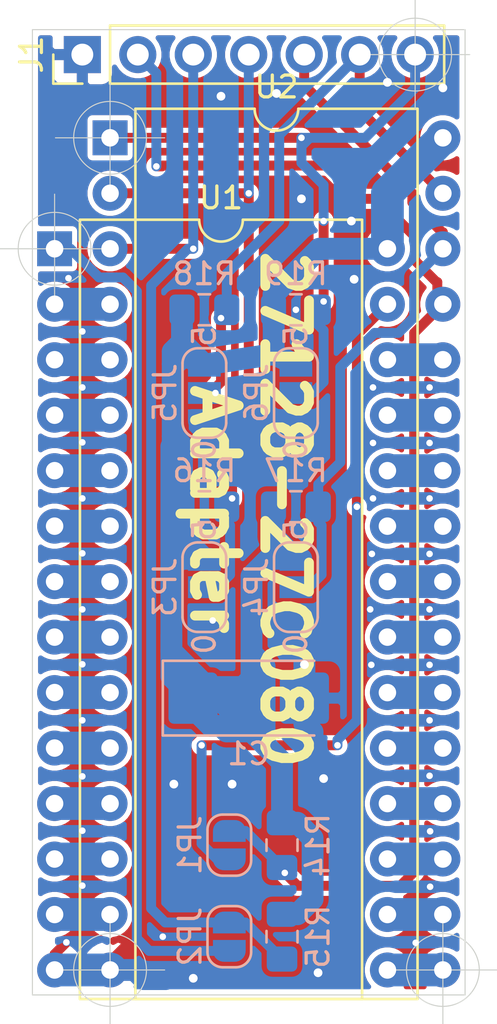
<source format=kicad_pcb>
(kicad_pcb (version 20171130) (host pcbnew "(5.1.5)-3")

  (general
    (thickness 1.6)
    (drawings 10)
    (tracks 303)
    (zones 0)
    (modules 16)
    (nets 35)
  )

  (page A4)
  (layers
    (0 F.Cu signal)
    (31 B.Cu signal)
    (32 B.Adhes user hide)
    (33 F.Adhes user)
    (34 B.Paste user)
    (35 F.Paste user)
    (36 B.SilkS user)
    (37 F.SilkS user)
    (38 B.Mask user)
    (39 F.Mask user)
    (40 Dwgs.User user)
    (41 Cmts.User user)
    (42 Eco1.User user)
    (43 Eco2.User user)
    (44 Edge.Cuts user)
    (45 Margin user)
    (46 B.CrtYd user)
    (47 F.CrtYd user)
    (48 B.Fab user hide)
    (49 F.Fab user hide)
  )

  (setup
    (last_trace_width 1)
    (user_trace_width 0.25)
    (user_trace_width 0.33)
    (user_trace_width 0.454)
    (user_trace_width 0.5)
    (user_trace_width 1)
    (user_trace_width 1.5)
    (trace_clearance 0.2)
    (zone_clearance 0.234)
    (zone_45_only no)
    (trace_min 0.2)
    (via_size 0.8)
    (via_drill 0.4)
    (via_min_size 0.35)
    (via_min_drill 0.3)
    (user_via 0.35 0.3)
    (uvia_size 0.3)
    (uvia_drill 0.1)
    (uvias_allowed no)
    (uvia_min_size 0.2)
    (uvia_min_drill 0.1)
    (edge_width 0.05)
    (segment_width 0.2)
    (pcb_text_width 0.3)
    (pcb_text_size 1.5 1.5)
    (mod_edge_width 0.12)
    (mod_text_size 1 1)
    (mod_text_width 0.15)
    (pad_size 1 0.5)
    (pad_drill 0)
    (pad_to_mask_clearance 0.051)
    (solder_mask_min_width 0.25)
    (aux_axis_origin 137.16 91.44)
    (visible_elements 7FFFFFFF)
    (pcbplotparams
      (layerselection 0x010f0_ffffffff)
      (usegerberextensions false)
      (usegerberattributes false)
      (usegerberadvancedattributes false)
      (creategerberjobfile false)
      (excludeedgelayer true)
      (linewidth 0.100000)
      (plotframeref false)
      (viasonmask false)
      (mode 1)
      (useauxorigin false)
      (hpglpennumber 1)
      (hpglpenspeed 20)
      (hpglpendiameter 15.000000)
      (psnegative false)
      (psa4output false)
      (plotreference true)
      (plotvalue true)
      (plotinvisibletext false)
      (padsonsilk false)
      (subtractmaskfromsilk false)
      (outputformat 1)
      (mirror false)
      (drillshape 0)
      (scaleselection 1)
      (outputdirectory "gerber/"))
  )

  (net 0 "")
  (net 1 GND)
  (net 2 /A14)
  (net 3 /A15)
  (net 4 +5V)
  (net 5 /D3)
  (net 6 /A12)
  (net 7 /D4)
  (net 8 /A7)
  (net 9 /D5)
  (net 10 /A6)
  (net 11 /D6)
  (net 12 /A5)
  (net 13 /D7)
  (net 14 /A4)
  (net 15 "Net-(U1-Pad20)")
  (net 16 /A3)
  (net 17 /A10)
  (net 18 /A2)
  (net 19 "Net-(U1-Pad22)")
  (net 20 /A1)
  (net 21 /A11)
  (net 22 /A0)
  (net 23 /A9)
  (net 24 /D0)
  (net 25 /A8)
  (net 26 /D1)
  (net 27 /A13)
  (net 28 /D2)
  (net 29 /A16)
  (net 30 /A17)
  (net 31 /A18)
  (net 32 /A19)
  (net 33 "Net-(JP1-Pad2)")
  (net 34 "Net-(JP2-Pad2)")

  (net_class Default "This is the default net class."
    (clearance 0.2)
    (trace_width 0.25)
    (via_dia 0.8)
    (via_drill 0.4)
    (uvia_dia 0.3)
    (uvia_drill 0.1)
    (add_net +5V)
    (add_net /A0)
    (add_net /A1)
    (add_net /A10)
    (add_net /A11)
    (add_net /A12)
    (add_net /A13)
    (add_net /A14)
    (add_net /A15)
    (add_net /A16)
    (add_net /A17)
    (add_net /A18)
    (add_net /A19)
    (add_net /A2)
    (add_net /A3)
    (add_net /A4)
    (add_net /A5)
    (add_net /A6)
    (add_net /A7)
    (add_net /A8)
    (add_net /A9)
    (add_net /D0)
    (add_net /D1)
    (add_net /D2)
    (add_net /D3)
    (add_net /D4)
    (add_net /D5)
    (add_net /D6)
    (add_net /D7)
    (add_net GND)
    (add_net "Net-(JP1-Pad2)")
    (add_net "Net-(JP2-Pad2)")
    (add_net "Net-(U1-Pad20)")
    (add_net "Net-(U1-Pad22)")
  )

  (module Connector_PinHeader_2.54mm:PinHeader_1x07_P2.54mm_Vertical (layer F.Cu) (tedit 59FED5CC) (tstamp 5EBB4869)
    (at 138.43 82.55 90)
    (descr "Through hole straight pin header, 1x07, 2.54mm pitch, single row")
    (tags "Through hole pin header THT 1x07 2.54mm single row")
    (path /5DE1BAE7)
    (fp_text reference J1 (at 0 -2.33 90) (layer F.SilkS)
      (effects (font (size 1 1) (thickness 0.15)))
    )
    (fp_text value Conn_01x07 (at 0 17.57 90) (layer F.Fab)
      (effects (font (size 1 1) (thickness 0.15)))
    )
    (fp_line (start -0.635 -1.27) (end 1.27 -1.27) (layer F.Fab) (width 0.1))
    (fp_line (start 1.27 -1.27) (end 1.27 16.51) (layer F.Fab) (width 0.1))
    (fp_line (start 1.27 16.51) (end -1.27 16.51) (layer F.Fab) (width 0.1))
    (fp_line (start -1.27 16.51) (end -1.27 -0.635) (layer F.Fab) (width 0.1))
    (fp_line (start -1.27 -0.635) (end -0.635 -1.27) (layer F.Fab) (width 0.1))
    (fp_line (start -1.33 16.57) (end 1.33 16.57) (layer F.SilkS) (width 0.12))
    (fp_line (start -1.33 1.27) (end -1.33 16.57) (layer F.SilkS) (width 0.12))
    (fp_line (start 1.33 1.27) (end 1.33 16.57) (layer F.SilkS) (width 0.12))
    (fp_line (start -1.33 1.27) (end 1.33 1.27) (layer F.SilkS) (width 0.12))
    (fp_line (start -1.33 0) (end -1.33 -1.33) (layer F.SilkS) (width 0.12))
    (fp_line (start -1.33 -1.33) (end 0 -1.33) (layer F.SilkS) (width 0.12))
    (fp_line (start -1.8 -1.8) (end -1.8 17.05) (layer F.CrtYd) (width 0.05))
    (fp_line (start -1.8 17.05) (end 1.8 17.05) (layer F.CrtYd) (width 0.05))
    (fp_line (start 1.8 17.05) (end 1.8 -1.8) (layer F.CrtYd) (width 0.05))
    (fp_line (start 1.8 -1.8) (end -1.8 -1.8) (layer F.CrtYd) (width 0.05))
    (fp_text user %R (at 0 7.62) (layer F.Fab)
      (effects (font (size 1 1) (thickness 0.15)))
    )
    (pad 1 thru_hole rect (at 0 0 90) (size 1.7 1.7) (drill 1) (layers *.Cu *.Mask)
      (net 1 GND))
    (pad 2 thru_hole oval (at 0 2.54 90) (size 1.7 1.7) (drill 1) (layers *.Cu *.Mask)
      (net 2 /A14))
    (pad 3 thru_hole oval (at 0 5.08 90) (size 1.7 1.7) (drill 1) (layers *.Cu *.Mask)
      (net 3 /A15))
    (pad 4 thru_hole oval (at 0 7.62 90) (size 1.7 1.7) (drill 1) (layers *.Cu *.Mask)
      (net 29 /A16))
    (pad 5 thru_hole oval (at 0 10.16 90) (size 1.7 1.7) (drill 1) (layers *.Cu *.Mask)
      (net 30 /A17))
    (pad 6 thru_hole oval (at 0 12.7 90) (size 1.7 1.7) (drill 1) (layers *.Cu *.Mask)
      (net 31 /A18))
    (pad 7 thru_hole oval (at 0 15.24 90) (size 1.7 1.7) (drill 1) (layers *.Cu *.Mask)
      (net 32 /A19))
    (model ${KISYS3DMOD}/Connector_PinHeader_2.54mm.3dshapes/PinHeader_1x07_P2.54mm_Vertical.wrl
      (at (xyz 0 0 0))
      (scale (xyz 1 1 1))
      (rotate (xyz 0 0 0))
    )
  )

  (module Jumper:SolderJumper-2_P1.3mm_Open_RoundedPad1.0x1.5mm (layer B.Cu) (tedit 5B391E66) (tstamp 5EBB487B)
    (at 145.161 118.745 270)
    (descr "SMD Solder Jumper, 1x1.5mm, rounded Pads, 0.3mm gap, open")
    (tags "solder jumper open")
    (path /5EC49E0F)
    (attr virtual)
    (fp_text reference JP1 (at 0 1.8 90) (layer B.SilkS)
      (effects (font (size 1 1) (thickness 0.15)) (justify mirror))
    )
    (fp_text value SJ-A14 (at 0 -1.9 90) (layer B.Fab)
      (effects (font (size 1 1) (thickness 0.15)) (justify mirror))
    )
    (fp_arc (start 0.7 0.3) (end 1.4 0.3) (angle 90) (layer B.SilkS) (width 0.12))
    (fp_arc (start 0.7 -0.3) (end 0.7 -1) (angle 90) (layer B.SilkS) (width 0.12))
    (fp_arc (start -0.7 -0.3) (end -1.4 -0.3) (angle 90) (layer B.SilkS) (width 0.12))
    (fp_arc (start -0.7 0.3) (end -0.7 1) (angle 90) (layer B.SilkS) (width 0.12))
    (fp_line (start -1.4 -0.3) (end -1.4 0.3) (layer B.SilkS) (width 0.12))
    (fp_line (start 0.7 -1) (end -0.7 -1) (layer B.SilkS) (width 0.12))
    (fp_line (start 1.4 0.3) (end 1.4 -0.3) (layer B.SilkS) (width 0.12))
    (fp_line (start -0.7 1) (end 0.7 1) (layer B.SilkS) (width 0.12))
    (fp_line (start -1.65 1.25) (end 1.65 1.25) (layer B.CrtYd) (width 0.05))
    (fp_line (start -1.65 1.25) (end -1.65 -1.25) (layer B.CrtYd) (width 0.05))
    (fp_line (start 1.65 -1.25) (end 1.65 1.25) (layer B.CrtYd) (width 0.05))
    (fp_line (start 1.65 -1.25) (end -1.65 -1.25) (layer B.CrtYd) (width 0.05))
    (pad 1 smd custom (at -0.65 0 270) (size 1 0.5) (layers B.Cu B.Mask)
      (net 2 /A14) (zone_connect 2)
      (options (clearance outline) (anchor rect))
      (primitives
        (gr_circle (center 0 -0.25) (end 0.5 -0.25) (width 0))
        (gr_circle (center 0 0.25) (end 0.5 0.25) (width 0))
        (gr_poly (pts
           (xy 0 0.75) (xy 0.5 0.75) (xy 0.5 -0.75) (xy 0 -0.75)) (width 0))
      ))
    (pad 2 smd custom (at 0.65 0 270) (size 1 0.5) (layers B.Cu B.Mask)
      (net 33 "Net-(JP1-Pad2)") (zone_connect 2)
      (options (clearance outline) (anchor rect))
      (primitives
        (gr_circle (center 0 -0.25) (end 0.5 -0.25) (width 0))
        (gr_circle (center 0 0.25) (end 0.5 0.25) (width 0))
        (gr_poly (pts
           (xy 0 0.75) (xy -0.5 0.75) (xy -0.5 -0.75) (xy 0 -0.75)) (width 0))
      ))
  )

  (module Jumper:SolderJumper-2_P1.3mm_Open_RoundedPad1.0x1.5mm (layer B.Cu) (tedit 5B391E66) (tstamp 5EBB52D2)
    (at 145.161 122.936 270)
    (descr "SMD Solder Jumper, 1x1.5mm, rounded Pads, 0.3mm gap, open")
    (tags "solder jumper open")
    (path /5EC4A9FD)
    (attr virtual)
    (fp_text reference JP2 (at 0 1.8 90) (layer B.SilkS)
      (effects (font (size 1 1) (thickness 0.15)) (justify mirror))
    )
    (fp_text value SJ-A15 (at 0 -1.9 90) (layer B.Fab)
      (effects (font (size 1 1) (thickness 0.15)) (justify mirror))
    )
    (fp_line (start 1.65 -1.25) (end -1.65 -1.25) (layer B.CrtYd) (width 0.05))
    (fp_line (start 1.65 -1.25) (end 1.65 1.25) (layer B.CrtYd) (width 0.05))
    (fp_line (start -1.65 1.25) (end -1.65 -1.25) (layer B.CrtYd) (width 0.05))
    (fp_line (start -1.65 1.25) (end 1.65 1.25) (layer B.CrtYd) (width 0.05))
    (fp_line (start -0.7 1) (end 0.7 1) (layer B.SilkS) (width 0.12))
    (fp_line (start 1.4 0.3) (end 1.4 -0.3) (layer B.SilkS) (width 0.12))
    (fp_line (start 0.7 -1) (end -0.7 -1) (layer B.SilkS) (width 0.12))
    (fp_line (start -1.4 -0.3) (end -1.4 0.3) (layer B.SilkS) (width 0.12))
    (fp_arc (start -0.7 0.3) (end -0.7 1) (angle 90) (layer B.SilkS) (width 0.12))
    (fp_arc (start -0.7 -0.3) (end -1.4 -0.3) (angle 90) (layer B.SilkS) (width 0.12))
    (fp_arc (start 0.7 -0.3) (end 0.7 -1) (angle 90) (layer B.SilkS) (width 0.12))
    (fp_arc (start 0.7 0.3) (end 1.4 0.3) (angle 90) (layer B.SilkS) (width 0.12))
    (pad 2 smd custom (at 0.65 0 270) (size 1 0.5) (layers B.Cu B.Mask)
      (net 34 "Net-(JP2-Pad2)") (zone_connect 2)
      (options (clearance outline) (anchor rect))
      (primitives
        (gr_circle (center 0 -0.25) (end 0.5 -0.25) (width 0))
        (gr_circle (center 0 0.25) (end 0.5 0.25) (width 0))
        (gr_poly (pts
           (xy 0 0.75) (xy -0.5 0.75) (xy -0.5 -0.75) (xy 0 -0.75)) (width 0))
      ))
    (pad 1 smd custom (at -0.65 0 270) (size 1 0.5) (layers B.Cu B.Mask)
      (net 3 /A15) (zone_connect 2)
      (options (clearance outline) (anchor rect))
      (primitives
        (gr_circle (center 0 -0.25) (end 0.5 -0.25) (width 0))
        (gr_circle (center 0 0.25) (end 0.5 0.25) (width 0))
        (gr_poly (pts
           (xy 0 0.75) (xy 0.5 0.75) (xy 0.5 -0.75) (xy 0 -0.75)) (width 0))
      ))
  )

  (module Resistor_SMD:R_0805_2012Metric_Pad1.15x1.40mm_HandSolder (layer B.Cu) (tedit 5B36C52B) (tstamp 5EBB48E6)
    (at 147.574 118.745 90)
    (descr "Resistor SMD 0805 (2012 Metric), square (rectangular) end terminal, IPC_7351 nominal with elongated pad for handsoldering. (Body size source: https://docs.google.com/spreadsheets/d/1BsfQQcO9C6DZCsRaXUlFlo91Tg2WpOkGARC1WS5S8t0/edit?usp=sharing), generated with kicad-footprint-generator")
    (tags "resistor handsolder")
    (path /5DDED110)
    (attr smd)
    (fp_text reference R14 (at 0 1.65 90) (layer B.SilkS)
      (effects (font (size 1 1) (thickness 0.15)) (justify mirror))
    )
    (fp_text value 8K2 (at 0 -1.65 90) (layer B.Fab)
      (effects (font (size 1 1) (thickness 0.15)) (justify mirror))
    )
    (fp_line (start -1 -0.6) (end -1 0.6) (layer B.Fab) (width 0.1))
    (fp_line (start -1 0.6) (end 1 0.6) (layer B.Fab) (width 0.1))
    (fp_line (start 1 0.6) (end 1 -0.6) (layer B.Fab) (width 0.1))
    (fp_line (start 1 -0.6) (end -1 -0.6) (layer B.Fab) (width 0.1))
    (fp_line (start -0.261252 0.71) (end 0.261252 0.71) (layer B.SilkS) (width 0.12))
    (fp_line (start -0.261252 -0.71) (end 0.261252 -0.71) (layer B.SilkS) (width 0.12))
    (fp_line (start -1.85 -0.95) (end -1.85 0.95) (layer B.CrtYd) (width 0.05))
    (fp_line (start -1.85 0.95) (end 1.85 0.95) (layer B.CrtYd) (width 0.05))
    (fp_line (start 1.85 0.95) (end 1.85 -0.95) (layer B.CrtYd) (width 0.05))
    (fp_line (start 1.85 -0.95) (end -1.85 -0.95) (layer B.CrtYd) (width 0.05))
    (fp_text user %R (at 0 0 90) (layer B.Fab)
      (effects (font (size 0.5 0.5) (thickness 0.08)) (justify mirror))
    )
    (pad 1 smd roundrect (at -1.025 0 90) (size 1.15 1.4) (layers B.Cu B.Paste B.Mask) (roundrect_rratio 0.217391)
      (net 2 /A14))
    (pad 2 smd roundrect (at 1.025 0 90) (size 1.15 1.4) (layers B.Cu B.Paste B.Mask) (roundrect_rratio 0.217391)
      (net 4 +5V))
    (model ${KISYS3DMOD}/Resistor_SMD.3dshapes/R_0805_2012Metric.wrl
      (at (xyz 0 0 0))
      (scale (xyz 1 1 1))
      (rotate (xyz 0 0 0))
    )
  )

  (module Resistor_SMD:R_0805_2012Metric_Pad1.15x1.40mm_HandSolder (layer B.Cu) (tedit 5B36C52B) (tstamp 5EBB52A1)
    (at 147.574 122.936 90)
    (descr "Resistor SMD 0805 (2012 Metric), square (rectangular) end terminal, IPC_7351 nominal with elongated pad for handsoldering. (Body size source: https://docs.google.com/spreadsheets/d/1BsfQQcO9C6DZCsRaXUlFlo91Tg2WpOkGARC1WS5S8t0/edit?usp=sharing), generated with kicad-footprint-generator")
    (tags "resistor handsolder")
    (path /5DDEF4BE)
    (attr smd)
    (fp_text reference R15 (at 0 1.65 90) (layer B.SilkS)
      (effects (font (size 1 1) (thickness 0.15)) (justify mirror))
    )
    (fp_text value 8K2 (at 0 -1.65 90) (layer B.Fab)
      (effects (font (size 1 1) (thickness 0.15)) (justify mirror))
    )
    (fp_text user %R (at 0 0 90) (layer B.Fab)
      (effects (font (size 0.5 0.5) (thickness 0.08)) (justify mirror))
    )
    (fp_line (start 1.85 -0.95) (end -1.85 -0.95) (layer B.CrtYd) (width 0.05))
    (fp_line (start 1.85 0.95) (end 1.85 -0.95) (layer B.CrtYd) (width 0.05))
    (fp_line (start -1.85 0.95) (end 1.85 0.95) (layer B.CrtYd) (width 0.05))
    (fp_line (start -1.85 -0.95) (end -1.85 0.95) (layer B.CrtYd) (width 0.05))
    (fp_line (start -0.261252 -0.71) (end 0.261252 -0.71) (layer B.SilkS) (width 0.12))
    (fp_line (start -0.261252 0.71) (end 0.261252 0.71) (layer B.SilkS) (width 0.12))
    (fp_line (start 1 -0.6) (end -1 -0.6) (layer B.Fab) (width 0.1))
    (fp_line (start 1 0.6) (end 1 -0.6) (layer B.Fab) (width 0.1))
    (fp_line (start -1 0.6) (end 1 0.6) (layer B.Fab) (width 0.1))
    (fp_line (start -1 -0.6) (end -1 0.6) (layer B.Fab) (width 0.1))
    (pad 2 smd roundrect (at 1.025 0 90) (size 1.15 1.4) (layers B.Cu B.Paste B.Mask) (roundrect_rratio 0.217391)
      (net 4 +5V))
    (pad 1 smd roundrect (at -1.025 0 90) (size 1.15 1.4) (layers B.Cu B.Paste B.Mask) (roundrect_rratio 0.217391)
      (net 3 /A15))
    (model ${KISYS3DMOD}/Resistor_SMD.3dshapes/R_0805_2012Metric.wrl
      (at (xyz 0 0 0))
      (scale (xyz 1 1 1))
      (rotate (xyz 0 0 0))
    )
  )

  (module Resistor_SMD:R_0805_2012Metric_Pad1.15x1.40mm_HandSolder (layer B.Cu) (tedit 5B36C52B) (tstamp 5EBB4908)
    (at 144.018 103.251 180)
    (descr "Resistor SMD 0805 (2012 Metric), square (rectangular) end terminal, IPC_7351 nominal with elongated pad for handsoldering. (Body size source: https://docs.google.com/spreadsheets/d/1BsfQQcO9C6DZCsRaXUlFlo91Tg2WpOkGARC1WS5S8t0/edit?usp=sharing), generated with kicad-footprint-generator")
    (tags "resistor handsolder")
    (path /5DDE48E0)
    (attr smd)
    (fp_text reference R16 (at 0 1.65) (layer B.SilkS)
      (effects (font (size 1 1) (thickness 0.15)) (justify mirror))
    )
    (fp_text value 8K2 (at 0 -1.65) (layer B.Fab)
      (effects (font (size 1 1) (thickness 0.15)) (justify mirror))
    )
    (fp_line (start -1 -0.6) (end -1 0.6) (layer B.Fab) (width 0.1))
    (fp_line (start -1 0.6) (end 1 0.6) (layer B.Fab) (width 0.1))
    (fp_line (start 1 0.6) (end 1 -0.6) (layer B.Fab) (width 0.1))
    (fp_line (start 1 -0.6) (end -1 -0.6) (layer B.Fab) (width 0.1))
    (fp_line (start -0.261252 0.71) (end 0.261252 0.71) (layer B.SilkS) (width 0.12))
    (fp_line (start -0.261252 -0.71) (end 0.261252 -0.71) (layer B.SilkS) (width 0.12))
    (fp_line (start -1.85 -0.95) (end -1.85 0.95) (layer B.CrtYd) (width 0.05))
    (fp_line (start -1.85 0.95) (end 1.85 0.95) (layer B.CrtYd) (width 0.05))
    (fp_line (start 1.85 0.95) (end 1.85 -0.95) (layer B.CrtYd) (width 0.05))
    (fp_line (start 1.85 -0.95) (end -1.85 -0.95) (layer B.CrtYd) (width 0.05))
    (fp_text user %R (at 0 0) (layer B.Fab)
      (effects (font (size 0.5 0.5) (thickness 0.08)) (justify mirror))
    )
    (pad 1 smd roundrect (at -1.025 0 180) (size 1.15 1.4) (layers B.Cu B.Paste B.Mask) (roundrect_rratio 0.217391)
      (net 29 /A16))
    (pad 2 smd roundrect (at 1.025 0 180) (size 1.15 1.4) (layers B.Cu B.Paste B.Mask) (roundrect_rratio 0.217391)
      (net 4 +5V))
    (model ${KISYS3DMOD}/Resistor_SMD.3dshapes/R_0805_2012Metric.wrl
      (at (xyz 0 0 0))
      (scale (xyz 1 1 1))
      (rotate (xyz 0 0 0))
    )
  )

  (module Resistor_SMD:R_0805_2012Metric_Pad1.15x1.40mm_HandSolder (layer B.Cu) (tedit 5B36C52B) (tstamp 5EBB4919)
    (at 148.209 103.251 180)
    (descr "Resistor SMD 0805 (2012 Metric), square (rectangular) end terminal, IPC_7351 nominal with elongated pad for handsoldering. (Body size source: https://docs.google.com/spreadsheets/d/1BsfQQcO9C6DZCsRaXUlFlo91Tg2WpOkGARC1WS5S8t0/edit?usp=sharing), generated with kicad-footprint-generator")
    (tags "resistor handsolder")
    (path /5DDE6196)
    (attr smd)
    (fp_text reference R17 (at 0 1.65) (layer B.SilkS)
      (effects (font (size 1 1) (thickness 0.15)) (justify mirror))
    )
    (fp_text value 8K2 (at 0 -1.65) (layer B.Fab)
      (effects (font (size 1 1) (thickness 0.15)) (justify mirror))
    )
    (fp_text user %R (at 0 0) (layer B.Fab)
      (effects (font (size 0.5 0.5) (thickness 0.08)) (justify mirror))
    )
    (fp_line (start 1.85 -0.95) (end -1.85 -0.95) (layer B.CrtYd) (width 0.05))
    (fp_line (start 1.85 0.95) (end 1.85 -0.95) (layer B.CrtYd) (width 0.05))
    (fp_line (start -1.85 0.95) (end 1.85 0.95) (layer B.CrtYd) (width 0.05))
    (fp_line (start -1.85 -0.95) (end -1.85 0.95) (layer B.CrtYd) (width 0.05))
    (fp_line (start -0.261252 -0.71) (end 0.261252 -0.71) (layer B.SilkS) (width 0.12))
    (fp_line (start -0.261252 0.71) (end 0.261252 0.71) (layer B.SilkS) (width 0.12))
    (fp_line (start 1 -0.6) (end -1 -0.6) (layer B.Fab) (width 0.1))
    (fp_line (start 1 0.6) (end 1 -0.6) (layer B.Fab) (width 0.1))
    (fp_line (start -1 0.6) (end 1 0.6) (layer B.Fab) (width 0.1))
    (fp_line (start -1 -0.6) (end -1 0.6) (layer B.Fab) (width 0.1))
    (pad 2 smd roundrect (at 1.025 0 180) (size 1.15 1.4) (layers B.Cu B.Paste B.Mask) (roundrect_rratio 0.217391)
      (net 4 +5V))
    (pad 1 smd roundrect (at -1.025 0 180) (size 1.15 1.4) (layers B.Cu B.Paste B.Mask) (roundrect_rratio 0.217391)
      (net 30 /A17))
    (model ${KISYS3DMOD}/Resistor_SMD.3dshapes/R_0805_2012Metric.wrl
      (at (xyz 0 0 0))
      (scale (xyz 1 1 1))
      (rotate (xyz 0 0 0))
    )
  )

  (module Resistor_SMD:R_0805_2012Metric_Pad1.15x1.40mm_HandSolder (layer B.Cu) (tedit 5B36C52B) (tstamp 5EBB492A)
    (at 144.018 94.234 180)
    (descr "Resistor SMD 0805 (2012 Metric), square (rectangular) end terminal, IPC_7351 nominal with elongated pad for handsoldering. (Body size source: https://docs.google.com/spreadsheets/d/1BsfQQcO9C6DZCsRaXUlFlo91Tg2WpOkGARC1WS5S8t0/edit?usp=sharing), generated with kicad-footprint-generator")
    (tags "resistor handsolder")
    (path /5DDE84C9)
    (attr smd)
    (fp_text reference R18 (at 0 1.65) (layer B.SilkS)
      (effects (font (size 1 1) (thickness 0.15)) (justify mirror))
    )
    (fp_text value 8K2 (at 0 -1.65) (layer B.Fab)
      (effects (font (size 1 1) (thickness 0.15)) (justify mirror))
    )
    (fp_line (start -1 -0.6) (end -1 0.6) (layer B.Fab) (width 0.1))
    (fp_line (start -1 0.6) (end 1 0.6) (layer B.Fab) (width 0.1))
    (fp_line (start 1 0.6) (end 1 -0.6) (layer B.Fab) (width 0.1))
    (fp_line (start 1 -0.6) (end -1 -0.6) (layer B.Fab) (width 0.1))
    (fp_line (start -0.261252 0.71) (end 0.261252 0.71) (layer B.SilkS) (width 0.12))
    (fp_line (start -0.261252 -0.71) (end 0.261252 -0.71) (layer B.SilkS) (width 0.12))
    (fp_line (start -1.85 -0.95) (end -1.85 0.95) (layer B.CrtYd) (width 0.05))
    (fp_line (start -1.85 0.95) (end 1.85 0.95) (layer B.CrtYd) (width 0.05))
    (fp_line (start 1.85 0.95) (end 1.85 -0.95) (layer B.CrtYd) (width 0.05))
    (fp_line (start 1.85 -0.95) (end -1.85 -0.95) (layer B.CrtYd) (width 0.05))
    (fp_text user %R (at 0 0) (layer B.Fab)
      (effects (font (size 0.5 0.5) (thickness 0.08)) (justify mirror))
    )
    (pad 1 smd roundrect (at -1.025 0 180) (size 1.15 1.4) (layers B.Cu B.Paste B.Mask) (roundrect_rratio 0.217391)
      (net 31 /A18))
    (pad 2 smd roundrect (at 1.025 0 180) (size 1.15 1.4) (layers B.Cu B.Paste B.Mask) (roundrect_rratio 0.217391)
      (net 4 +5V))
    (model ${KISYS3DMOD}/Resistor_SMD.3dshapes/R_0805_2012Metric.wrl
      (at (xyz 0 0 0))
      (scale (xyz 1 1 1))
      (rotate (xyz 0 0 0))
    )
  )

  (module Resistor_SMD:R_0805_2012Metric_Pad1.15x1.40mm_HandSolder (layer B.Cu) (tedit 5B36C52B) (tstamp 5EBB493B)
    (at 148.209 94.234 180)
    (descr "Resistor SMD 0805 (2012 Metric), square (rectangular) end terminal, IPC_7351 nominal with elongated pad for handsoldering. (Body size source: https://docs.google.com/spreadsheets/d/1BsfQQcO9C6DZCsRaXUlFlo91Tg2WpOkGARC1WS5S8t0/edit?usp=sharing), generated with kicad-footprint-generator")
    (tags "resistor handsolder")
    (path /5DDEA707)
    (attr smd)
    (fp_text reference R19 (at 0 1.65) (layer B.SilkS)
      (effects (font (size 1 1) (thickness 0.15)) (justify mirror))
    )
    (fp_text value 8K2 (at 0 -1.65) (layer B.Fab)
      (effects (font (size 1 1) (thickness 0.15)) (justify mirror))
    )
    (fp_text user %R (at 0 0) (layer B.Fab)
      (effects (font (size 0.5 0.5) (thickness 0.08)) (justify mirror))
    )
    (fp_line (start 1.85 -0.95) (end -1.85 -0.95) (layer B.CrtYd) (width 0.05))
    (fp_line (start 1.85 0.95) (end 1.85 -0.95) (layer B.CrtYd) (width 0.05))
    (fp_line (start -1.85 0.95) (end 1.85 0.95) (layer B.CrtYd) (width 0.05))
    (fp_line (start -1.85 -0.95) (end -1.85 0.95) (layer B.CrtYd) (width 0.05))
    (fp_line (start -0.261252 -0.71) (end 0.261252 -0.71) (layer B.SilkS) (width 0.12))
    (fp_line (start -0.261252 0.71) (end 0.261252 0.71) (layer B.SilkS) (width 0.12))
    (fp_line (start 1 -0.6) (end -1 -0.6) (layer B.Fab) (width 0.1))
    (fp_line (start 1 0.6) (end 1 -0.6) (layer B.Fab) (width 0.1))
    (fp_line (start -1 0.6) (end 1 0.6) (layer B.Fab) (width 0.1))
    (fp_line (start -1 -0.6) (end -1 0.6) (layer B.Fab) (width 0.1))
    (pad 2 smd roundrect (at 1.025 0 180) (size 1.15 1.4) (layers B.Cu B.Paste B.Mask) (roundrect_rratio 0.217391)
      (net 4 +5V))
    (pad 1 smd roundrect (at -1.025 0 180) (size 1.15 1.4) (layers B.Cu B.Paste B.Mask) (roundrect_rratio 0.217391)
      (net 32 /A19))
    (model ${KISYS3DMOD}/Resistor_SMD.3dshapes/R_0805_2012Metric.wrl
      (at (xyz 0 0 0))
      (scale (xyz 1 1 1))
      (rotate (xyz 0 0 0))
    )
  )

  (module Package_DIP:DIP-32_W15.24mm (layer F.Cu) (tedit 5A02E8C5) (tstamp 5EBB499F)
    (at 139.7 86.36)
    (descr "32-lead though-hole mounted DIP package, row spacing 15.24 mm (600 mils)")
    (tags "THT DIP DIL PDIP 2.54mm 15.24mm 600mil")
    (path /5DDE2932)
    (fp_text reference U2 (at 7.62 -2.33) (layer F.SilkS)
      (effects (font (size 1 1) (thickness 0.15)))
    )
    (fp_text value 27C080 (at 7.62 40.43) (layer F.Fab)
      (effects (font (size 1 1) (thickness 0.15)))
    )
    (fp_arc (start 7.62 -1.33) (end 6.62 -1.33) (angle -180) (layer F.SilkS) (width 0.12))
    (fp_line (start 1.255 -1.27) (end 14.985 -1.27) (layer F.Fab) (width 0.1))
    (fp_line (start 14.985 -1.27) (end 14.985 39.37) (layer F.Fab) (width 0.1))
    (fp_line (start 14.985 39.37) (end 0.255 39.37) (layer F.Fab) (width 0.1))
    (fp_line (start 0.255 39.37) (end 0.255 -0.27) (layer F.Fab) (width 0.1))
    (fp_line (start 0.255 -0.27) (end 1.255 -1.27) (layer F.Fab) (width 0.1))
    (fp_line (start 6.62 -1.33) (end 1.16 -1.33) (layer F.SilkS) (width 0.12))
    (fp_line (start 1.16 -1.33) (end 1.16 39.43) (layer F.SilkS) (width 0.12))
    (fp_line (start 1.16 39.43) (end 14.08 39.43) (layer F.SilkS) (width 0.12))
    (fp_line (start 14.08 39.43) (end 14.08 -1.33) (layer F.SilkS) (width 0.12))
    (fp_line (start 14.08 -1.33) (end 8.62 -1.33) (layer F.SilkS) (width 0.12))
    (fp_line (start -1.05 -1.55) (end -1.05 39.65) (layer F.CrtYd) (width 0.05))
    (fp_line (start -1.05 39.65) (end 16.3 39.65) (layer F.CrtYd) (width 0.05))
    (fp_line (start 16.3 39.65) (end 16.3 -1.55) (layer F.CrtYd) (width 0.05))
    (fp_line (start 16.3 -1.55) (end -1.05 -1.55) (layer F.CrtYd) (width 0.05))
    (fp_text user %R (at 7.62 19.05) (layer F.Fab)
      (effects (font (size 1 1) (thickness 0.15)))
    )
    (pad 1 thru_hole rect (at 0 0) (size 1.6 1.6) (drill 0.8) (layers *.Cu *.Mask)
      (net 32 /A19))
    (pad 17 thru_hole oval (at 15.24 38.1) (size 1.6 1.6) (drill 0.8) (layers *.Cu *.Mask)
      (net 5 /D3))
    (pad 2 thru_hole oval (at 0 2.54) (size 1.6 1.6) (drill 0.8) (layers *.Cu *.Mask)
      (net 29 /A16))
    (pad 18 thru_hole oval (at 15.24 35.56) (size 1.6 1.6) (drill 0.8) (layers *.Cu *.Mask)
      (net 7 /D4))
    (pad 3 thru_hole oval (at 0 5.08) (size 1.6 1.6) (drill 0.8) (layers *.Cu *.Mask)
      (net 3 /A15))
    (pad 19 thru_hole oval (at 15.24 33.02) (size 1.6 1.6) (drill 0.8) (layers *.Cu *.Mask)
      (net 9 /D5))
    (pad 4 thru_hole oval (at 0 7.62) (size 1.6 1.6) (drill 0.8) (layers *.Cu *.Mask)
      (net 6 /A12))
    (pad 20 thru_hole oval (at 15.24 30.48) (size 1.6 1.6) (drill 0.8) (layers *.Cu *.Mask)
      (net 11 /D6))
    (pad 5 thru_hole oval (at 0 10.16) (size 1.6 1.6) (drill 0.8) (layers *.Cu *.Mask)
      (net 8 /A7))
    (pad 21 thru_hole oval (at 15.24 27.94) (size 1.6 1.6) (drill 0.8) (layers *.Cu *.Mask)
      (net 13 /D7))
    (pad 6 thru_hole oval (at 0 12.7) (size 1.6 1.6) (drill 0.8) (layers *.Cu *.Mask)
      (net 10 /A6))
    (pad 22 thru_hole oval (at 15.24 25.4) (size 1.6 1.6) (drill 0.8) (layers *.Cu *.Mask)
      (net 15 "Net-(U1-Pad20)"))
    (pad 7 thru_hole oval (at 0 15.24) (size 1.6 1.6) (drill 0.8) (layers *.Cu *.Mask)
      (net 12 /A5))
    (pad 23 thru_hole oval (at 15.24 22.86) (size 1.6 1.6) (drill 0.8) (layers *.Cu *.Mask)
      (net 17 /A10))
    (pad 8 thru_hole oval (at 0 17.78) (size 1.6 1.6) (drill 0.8) (layers *.Cu *.Mask)
      (net 14 /A4))
    (pad 24 thru_hole oval (at 15.24 20.32) (size 1.6 1.6) (drill 0.8) (layers *.Cu *.Mask)
      (net 19 "Net-(U1-Pad22)"))
    (pad 9 thru_hole oval (at 0 20.32) (size 1.6 1.6) (drill 0.8) (layers *.Cu *.Mask)
      (net 16 /A3))
    (pad 25 thru_hole oval (at 15.24 17.78) (size 1.6 1.6) (drill 0.8) (layers *.Cu *.Mask)
      (net 21 /A11))
    (pad 10 thru_hole oval (at 0 22.86) (size 1.6 1.6) (drill 0.8) (layers *.Cu *.Mask)
      (net 18 /A2))
    (pad 26 thru_hole oval (at 15.24 15.24) (size 1.6 1.6) (drill 0.8) (layers *.Cu *.Mask)
      (net 23 /A9))
    (pad 11 thru_hole oval (at 0 25.4) (size 1.6 1.6) (drill 0.8) (layers *.Cu *.Mask)
      (net 20 /A1))
    (pad 27 thru_hole oval (at 15.24 12.7) (size 1.6 1.6) (drill 0.8) (layers *.Cu *.Mask)
      (net 25 /A8))
    (pad 12 thru_hole oval (at 0 27.94) (size 1.6 1.6) (drill 0.8) (layers *.Cu *.Mask)
      (net 22 /A0))
    (pad 28 thru_hole oval (at 15.24 10.16) (size 1.6 1.6) (drill 0.8) (layers *.Cu *.Mask)
      (net 27 /A13))
    (pad 13 thru_hole oval (at 0 30.48) (size 1.6 1.6) (drill 0.8) (layers *.Cu *.Mask)
      (net 24 /D0))
    (pad 29 thru_hole oval (at 15.24 7.62) (size 1.6 1.6) (drill 0.8) (layers *.Cu *.Mask)
      (net 2 /A14))
    (pad 14 thru_hole oval (at 0 33.02) (size 1.6 1.6) (drill 0.8) (layers *.Cu *.Mask)
      (net 26 /D1))
    (pad 30 thru_hole oval (at 15.24 5.08) (size 1.6 1.6) (drill 0.8) (layers *.Cu *.Mask)
      (net 30 /A17))
    (pad 15 thru_hole oval (at 0 35.56) (size 1.6 1.6) (drill 0.8) (layers *.Cu *.Mask)
      (net 28 /D2))
    (pad 31 thru_hole oval (at 15.24 2.54) (size 1.6 1.6) (drill 0.8) (layers *.Cu *.Mask)
      (net 31 /A18))
    (pad 16 thru_hole oval (at 0 38.1) (size 1.6 1.6) (drill 0.8) (layers *.Cu *.Mask)
      (net 1 GND))
    (pad 32 thru_hole oval (at 15.24 0) (size 1.6 1.6) (drill 0.8) (layers *.Cu *.Mask)
      (net 4 +5V))
  )

  (module Capacitor_Tantalum_SMD:CP_EIA-6032-28_Kemet-C_Pad2.25x2.35mm_HandSolder (layer B.Cu) (tedit 5B301BBE) (tstamp 5EBB6670)
    (at 146.05 112.014)
    (descr "Tantalum Capacitor SMD Kemet-C (6032-28 Metric), IPC_7351 nominal, (Body size from: http://www.kemet.com/Lists/ProductCatalog/Attachments/253/KEM_TC101_STD.pdf), generated with kicad-footprint-generator")
    (tags "capacitor tantalum")
    (path /5EBBC881)
    (attr smd)
    (fp_text reference C1 (at 0 2.55) (layer B.SilkS)
      (effects (font (size 1 1) (thickness 0.15)) (justify mirror))
    )
    (fp_text value CP_Small (at 0 -2.55) (layer B.Fab)
      (effects (font (size 1 1) (thickness 0.15)) (justify mirror))
    )
    (fp_line (start 3 1.6) (end -2.2 1.6) (layer B.Fab) (width 0.1))
    (fp_line (start -2.2 1.6) (end -3 0.8) (layer B.Fab) (width 0.1))
    (fp_line (start -3 0.8) (end -3 -1.6) (layer B.Fab) (width 0.1))
    (fp_line (start -3 -1.6) (end 3 -1.6) (layer B.Fab) (width 0.1))
    (fp_line (start 3 -1.6) (end 3 1.6) (layer B.Fab) (width 0.1))
    (fp_line (start 3 1.71) (end -3.935 1.71) (layer B.SilkS) (width 0.12))
    (fp_line (start -3.935 1.71) (end -3.935 -1.71) (layer B.SilkS) (width 0.12))
    (fp_line (start -3.935 -1.71) (end 3 -1.71) (layer B.SilkS) (width 0.12))
    (fp_line (start -3.92 -1.85) (end -3.92 1.85) (layer B.CrtYd) (width 0.05))
    (fp_line (start -3.92 1.85) (end 3.92 1.85) (layer B.CrtYd) (width 0.05))
    (fp_line (start 3.92 1.85) (end 3.92 -1.85) (layer B.CrtYd) (width 0.05))
    (fp_line (start 3.92 -1.85) (end -3.92 -1.85) (layer B.CrtYd) (width 0.05))
    (fp_text user %R (at 0 0) (layer B.Fab)
      (effects (font (size 1 1) (thickness 0.15)) (justify mirror))
    )
    (pad 1 smd roundrect (at -2.55 0) (size 2.25 2.35) (layers B.Cu B.Paste B.Mask) (roundrect_rratio 0.111111)
      (net 4 +5V))
    (pad 2 smd roundrect (at 2.55 0) (size 2.25 2.35) (layers B.Cu B.Paste B.Mask) (roundrect_rratio 0.111111)
      (net 1 GND))
    (model ${KISYS3DMOD}/Capacitor_Tantalum_SMD.3dshapes/CP_EIA-6032-28_Kemet-C.wrl
      (at (xyz 0 0 0))
      (scale (xyz 1 1 1))
      (rotate (xyz 0 0 0))
    )
  )

  (module Jumper:SolderJumper-3_P1.3mm_Open_RoundedPad1.0x1.5mm_NumberLabels (layer B.Cu) (tedit 5B391ED1) (tstamp 5EBB6685)
    (at 144.018 106.934 270)
    (descr "SMD Solder 3-pad Jumper, 1x1.5mm rounded Pads, 0.3mm gap, open, labeled with numbers")
    (tags "solder jumper open")
    (path /5EBBDCAE)
    (attr virtual)
    (fp_text reference JP3 (at 0 1.8 90) (layer B.SilkS)
      (effects (font (size 1 1) (thickness 0.15)) (justify mirror))
    )
    (fp_text value SJ-A16 (at 0 -1.9 90) (layer B.Fab)
      (effects (font (size 1 1) (thickness 0.15)) (justify mirror))
    )
    (fp_text user 0 (at 2.6 0 90) (layer B.SilkS)
      (effects (font (size 1 1) (thickness 0.15)) (justify mirror))
    )
    (fp_text user 5 (at -2.6 0 90) (layer B.SilkS)
      (effects (font (size 1 1) (thickness 0.15)) (justify mirror))
    )
    (fp_line (start -2.05 -0.3) (end -2.05 0.3) (layer B.SilkS) (width 0.12))
    (fp_line (start 1.4 -1) (end -1.4 -1) (layer B.SilkS) (width 0.12))
    (fp_line (start 2.05 0.3) (end 2.05 -0.3) (layer B.SilkS) (width 0.12))
    (fp_line (start -1.4 1) (end 1.4 1) (layer B.SilkS) (width 0.12))
    (fp_line (start -2.3 1.25) (end 2.3 1.25) (layer B.CrtYd) (width 0.05))
    (fp_line (start -2.3 1.25) (end -2.3 -1.25) (layer B.CrtYd) (width 0.05))
    (fp_line (start 2.3 -1.25) (end 2.3 1.25) (layer B.CrtYd) (width 0.05))
    (fp_line (start 2.3 -1.25) (end -2.3 -1.25) (layer B.CrtYd) (width 0.05))
    (fp_arc (start 1.35 0.3) (end 2.05 0.3) (angle 90) (layer B.SilkS) (width 0.12))
    (fp_arc (start 1.35 -0.3) (end 1.35 -1) (angle 90) (layer B.SilkS) (width 0.12))
    (fp_arc (start -1.35 -0.3) (end -2.05 -0.3) (angle 90) (layer B.SilkS) (width 0.12))
    (fp_arc (start -1.35 0.3) (end -1.35 1) (angle 90) (layer B.SilkS) (width 0.12))
    (pad 1 smd custom (at -1.3 0 270) (size 1 0.5) (layers B.Cu B.Mask)
      (net 4 +5V) (zone_connect 2)
      (options (clearance outline) (anchor rect))
      (primitives
        (gr_circle (center 0 -0.25) (end 0.5 -0.25) (width 0))
        (gr_circle (center 0 0.25) (end 0.5 0.25) (width 0))
        (gr_poly (pts
           (xy 0.55 0.75) (xy 0 0.75) (xy 0 -0.75) (xy 0.55 -0.75)) (width 0))
      ))
    (pad 3 smd custom (at 1.3 0 270) (size 1 0.5) (layers B.Cu B.Mask)
      (net 1 GND) (zone_connect 2)
      (options (clearance outline) (anchor rect))
      (primitives
        (gr_circle (center 0 -0.25) (end 0.5 -0.25) (width 0))
        (gr_circle (center 0 0.25) (end 0.5 0.25) (width 0))
        (gr_poly (pts
           (xy -0.55 0.75) (xy 0 0.75) (xy 0 -0.75) (xy -0.55 -0.75)) (width 0))
      ))
    (pad 2 smd rect (at 0 0 270) (size 1 1.5) (layers B.Cu B.Mask)
      (net 29 /A16))
  )

  (module Jumper:SolderJumper-3_P1.3mm_Open_RoundedPad1.0x1.5mm_NumberLabels (layer B.Cu) (tedit 5B391ED1) (tstamp 5EBB669A)
    (at 148.209 106.934 270)
    (descr "SMD Solder 3-pad Jumper, 1x1.5mm rounded Pads, 0.3mm gap, open, labeled with numbers")
    (tags "solder jumper open")
    (path /5EBEFCC4)
    (attr virtual)
    (fp_text reference JP4 (at 0 1.8 270) (layer B.SilkS)
      (effects (font (size 1 1) (thickness 0.15)) (justify mirror))
    )
    (fp_text value SJ-A17 (at 0 -1.9 270) (layer B.Fab)
      (effects (font (size 1 1) (thickness 0.15)) (justify mirror))
    )
    (fp_arc (start -1.35 0.3) (end -1.35 1) (angle 90) (layer B.SilkS) (width 0.12))
    (fp_arc (start -1.35 -0.3) (end -2.05 -0.3) (angle 90) (layer B.SilkS) (width 0.12))
    (fp_arc (start 1.35 -0.3) (end 1.35 -1) (angle 90) (layer B.SilkS) (width 0.12))
    (fp_arc (start 1.35 0.3) (end 2.05 0.3) (angle 90) (layer B.SilkS) (width 0.12))
    (fp_line (start 2.3 -1.25) (end -2.3 -1.25) (layer B.CrtYd) (width 0.05))
    (fp_line (start 2.3 -1.25) (end 2.3 1.25) (layer B.CrtYd) (width 0.05))
    (fp_line (start -2.3 1.25) (end -2.3 -1.25) (layer B.CrtYd) (width 0.05))
    (fp_line (start -2.3 1.25) (end 2.3 1.25) (layer B.CrtYd) (width 0.05))
    (fp_line (start -1.4 1) (end 1.4 1) (layer B.SilkS) (width 0.12))
    (fp_line (start 2.05 0.3) (end 2.05 -0.3) (layer B.SilkS) (width 0.12))
    (fp_line (start 1.4 -1) (end -1.4 -1) (layer B.SilkS) (width 0.12))
    (fp_line (start -2.05 -0.3) (end -2.05 0.3) (layer B.SilkS) (width 0.12))
    (fp_text user 5 (at -2.6 0 270) (layer B.SilkS)
      (effects (font (size 1 1) (thickness 0.15)) (justify mirror))
    )
    (fp_text user 0 (at 2.6 0 270) (layer B.SilkS)
      (effects (font (size 1 1) (thickness 0.15)) (justify mirror))
    )
    (pad 2 smd rect (at 0 0 270) (size 1 1.5) (layers B.Cu B.Mask)
      (net 30 /A17))
    (pad 3 smd custom (at 1.3 0 270) (size 1 0.5) (layers B.Cu B.Mask)
      (net 1 GND) (zone_connect 2)
      (options (clearance outline) (anchor rect))
      (primitives
        (gr_circle (center 0 -0.25) (end 0.5 -0.25) (width 0))
        (gr_circle (center 0 0.25) (end 0.5 0.25) (width 0))
        (gr_poly (pts
           (xy -0.55 0.75) (xy 0 0.75) (xy 0 -0.75) (xy -0.55 -0.75)) (width 0))
      ))
    (pad 1 smd custom (at -1.3 0 270) (size 1 0.5) (layers B.Cu B.Mask)
      (net 4 +5V) (zone_connect 2)
      (options (clearance outline) (anchor rect))
      (primitives
        (gr_circle (center 0 -0.25) (end 0.5 -0.25) (width 0))
        (gr_circle (center 0 0.25) (end 0.5 0.25) (width 0))
        (gr_poly (pts
           (xy 0.55 0.75) (xy 0 0.75) (xy 0 -0.75) (xy 0.55 -0.75)) (width 0))
      ))
  )

  (module Jumper:SolderJumper-3_P1.3mm_Open_RoundedPad1.0x1.5mm_NumberLabels (layer B.Cu) (tedit 5B391ED1) (tstamp 5EBB66AF)
    (at 144.018 98.044 270)
    (descr "SMD Solder 3-pad Jumper, 1x1.5mm rounded Pads, 0.3mm gap, open, labeled with numbers")
    (tags "solder jumper open")
    (path /5EBF0137)
    (attr virtual)
    (fp_text reference JP5 (at 0 1.8 270) (layer B.SilkS)
      (effects (font (size 1 1) (thickness 0.15)) (justify mirror))
    )
    (fp_text value SJ-A18 (at 0 -1.9 270) (layer B.Fab)
      (effects (font (size 1 1) (thickness 0.15)) (justify mirror))
    )
    (fp_text user 0 (at 2.6 0 270) (layer B.SilkS)
      (effects (font (size 1 1) (thickness 0.15)) (justify mirror))
    )
    (fp_text user 5 (at -2.6 0 270) (layer B.SilkS)
      (effects (font (size 1 1) (thickness 0.15)) (justify mirror))
    )
    (fp_line (start -2.05 -0.3) (end -2.05 0.3) (layer B.SilkS) (width 0.12))
    (fp_line (start 1.4 -1) (end -1.4 -1) (layer B.SilkS) (width 0.12))
    (fp_line (start 2.05 0.3) (end 2.05 -0.3) (layer B.SilkS) (width 0.12))
    (fp_line (start -1.4 1) (end 1.4 1) (layer B.SilkS) (width 0.12))
    (fp_line (start -2.3 1.25) (end 2.3 1.25) (layer B.CrtYd) (width 0.05))
    (fp_line (start -2.3 1.25) (end -2.3 -1.25) (layer B.CrtYd) (width 0.05))
    (fp_line (start 2.3 -1.25) (end 2.3 1.25) (layer B.CrtYd) (width 0.05))
    (fp_line (start 2.3 -1.25) (end -2.3 -1.25) (layer B.CrtYd) (width 0.05))
    (fp_arc (start 1.35 0.3) (end 2.05 0.3) (angle 90) (layer B.SilkS) (width 0.12))
    (fp_arc (start 1.35 -0.3) (end 1.35 -1) (angle 90) (layer B.SilkS) (width 0.12))
    (fp_arc (start -1.35 -0.3) (end -2.05 -0.3) (angle 90) (layer B.SilkS) (width 0.12))
    (fp_arc (start -1.35 0.3) (end -1.35 1) (angle 90) (layer B.SilkS) (width 0.12))
    (pad 1 smd custom (at -1.3 0 270) (size 1 0.5) (layers B.Cu B.Mask)
      (net 4 +5V) (zone_connect 2)
      (options (clearance outline) (anchor rect))
      (primitives
        (gr_circle (center 0 -0.25) (end 0.5 -0.25) (width 0))
        (gr_circle (center 0 0.25) (end 0.5 0.25) (width 0))
        (gr_poly (pts
           (xy 0.55 0.75) (xy 0 0.75) (xy 0 -0.75) (xy 0.55 -0.75)) (width 0))
      ))
    (pad 3 smd custom (at 1.3 0 270) (size 1 0.5) (layers B.Cu B.Mask)
      (net 1 GND) (zone_connect 2)
      (options (clearance outline) (anchor rect))
      (primitives
        (gr_circle (center 0 -0.25) (end 0.5 -0.25) (width 0))
        (gr_circle (center 0 0.25) (end 0.5 0.25) (width 0))
        (gr_poly (pts
           (xy -0.55 0.75) (xy 0 0.75) (xy 0 -0.75) (xy -0.55 -0.75)) (width 0))
      ))
    (pad 2 smd rect (at 0 0 270) (size 1 1.5) (layers B.Cu B.Mask)
      (net 31 /A18))
  )

  (module Jumper:SolderJumper-3_P1.3mm_Open_RoundedPad1.0x1.5mm_NumberLabels (layer B.Cu) (tedit 5B391ED1) (tstamp 5EBB66C4)
    (at 148.209 98.044 270)
    (descr "SMD Solder 3-pad Jumper, 1x1.5mm rounded Pads, 0.3mm gap, open, labeled with numbers")
    (tags "solder jumper open")
    (path /5EBF067C)
    (attr virtual)
    (fp_text reference JP6 (at 0 1.8 90) (layer B.SilkS)
      (effects (font (size 1 1) (thickness 0.15)) (justify mirror))
    )
    (fp_text value SJ-A19 (at 0 -1.9 90) (layer B.Fab)
      (effects (font (size 1 1) (thickness 0.15)) (justify mirror))
    )
    (fp_arc (start -1.35 0.3) (end -1.35 1) (angle 90) (layer B.SilkS) (width 0.12))
    (fp_arc (start -1.35 -0.3) (end -2.05 -0.3) (angle 90) (layer B.SilkS) (width 0.12))
    (fp_arc (start 1.35 -0.3) (end 1.35 -1) (angle 90) (layer B.SilkS) (width 0.12))
    (fp_arc (start 1.35 0.3) (end 2.05 0.3) (angle 90) (layer B.SilkS) (width 0.12))
    (fp_line (start 2.3 -1.25) (end -2.3 -1.25) (layer B.CrtYd) (width 0.05))
    (fp_line (start 2.3 -1.25) (end 2.3 1.25) (layer B.CrtYd) (width 0.05))
    (fp_line (start -2.3 1.25) (end -2.3 -1.25) (layer B.CrtYd) (width 0.05))
    (fp_line (start -2.3 1.25) (end 2.3 1.25) (layer B.CrtYd) (width 0.05))
    (fp_line (start -1.4 1) (end 1.4 1) (layer B.SilkS) (width 0.12))
    (fp_line (start 2.05 0.3) (end 2.05 -0.3) (layer B.SilkS) (width 0.12))
    (fp_line (start 1.4 -1) (end -1.4 -1) (layer B.SilkS) (width 0.12))
    (fp_line (start -2.05 -0.3) (end -2.05 0.3) (layer B.SilkS) (width 0.12))
    (fp_text user 5 (at -2.6 0 90) (layer B.SilkS)
      (effects (font (size 1 1) (thickness 0.15)) (justify mirror))
    )
    (fp_text user 0 (at 2.6 0 90) (layer B.SilkS)
      (effects (font (size 1 1) (thickness 0.15)) (justify mirror))
    )
    (pad 2 smd rect (at 0 0 270) (size 1 1.5) (layers B.Cu B.Mask)
      (net 32 /A19))
    (pad 3 smd custom (at 1.3 0 270) (size 1 0.5) (layers B.Cu B.Mask)
      (net 1 GND) (zone_connect 2)
      (options (clearance outline) (anchor rect))
      (primitives
        (gr_circle (center 0 -0.25) (end 0.5 -0.25) (width 0))
        (gr_circle (center 0 0.25) (end 0.5 0.25) (width 0))
        (gr_poly (pts
           (xy -0.55 0.75) (xy 0 0.75) (xy 0 -0.75) (xy -0.55 -0.75)) (width 0))
      ))
    (pad 1 smd custom (at -1.3 0 270) (size 1 0.5) (layers B.Cu B.Mask)
      (net 4 +5V) (zone_connect 2)
      (options (clearance outline) (anchor rect))
      (primitives
        (gr_circle (center 0 -0.25) (end 0.5 -0.25) (width 0))
        (gr_circle (center 0 0.25) (end 0.5 0.25) (width 0))
        (gr_poly (pts
           (xy 0.55 0.75) (xy 0 0.75) (xy 0 -0.75) (xy 0.55 -0.75)) (width 0))
      ))
  )

  (module Package_DIP:DIP-28_W15.24mm (layer F.Cu) (tedit 5A02E8C5) (tstamp 5EBB76BB)
    (at 137.16 91.44)
    (descr "28-lead though-hole mounted DIP package, row spacing 15.24 mm (600 mils)")
    (tags "THT DIP DIL PDIP 2.54mm 15.24mm 600mil")
    (path /5DDC7F57)
    (fp_text reference U1 (at 7.62 -2.33) (layer F.SilkS)
      (effects (font (size 1 1) (thickness 0.15)))
    )
    (fp_text value 27C512 (at 7.62 35.35) (layer F.Fab)
      (effects (font (size 1 1) (thickness 0.15)))
    )
    (fp_arc (start 7.62 -1.33) (end 6.62 -1.33) (angle -180) (layer F.SilkS) (width 0.12))
    (fp_line (start 1.255 -1.27) (end 14.985 -1.27) (layer F.Fab) (width 0.1))
    (fp_line (start 14.985 -1.27) (end 14.985 34.29) (layer F.Fab) (width 0.1))
    (fp_line (start 14.985 34.29) (end 0.255 34.29) (layer F.Fab) (width 0.1))
    (fp_line (start 0.255 34.29) (end 0.255 -0.27) (layer F.Fab) (width 0.1))
    (fp_line (start 0.255 -0.27) (end 1.255 -1.27) (layer F.Fab) (width 0.1))
    (fp_line (start 6.62 -1.33) (end 1.16 -1.33) (layer F.SilkS) (width 0.12))
    (fp_line (start 1.16 -1.33) (end 1.16 34.35) (layer F.SilkS) (width 0.12))
    (fp_line (start 1.16 34.35) (end 14.08 34.35) (layer F.SilkS) (width 0.12))
    (fp_line (start 14.08 34.35) (end 14.08 -1.33) (layer F.SilkS) (width 0.12))
    (fp_line (start 14.08 -1.33) (end 8.62 -1.33) (layer F.SilkS) (width 0.12))
    (fp_line (start -1.05 -1.55) (end -1.05 34.55) (layer F.CrtYd) (width 0.05))
    (fp_line (start -1.05 34.55) (end 16.3 34.55) (layer F.CrtYd) (width 0.05))
    (fp_line (start 16.3 34.55) (end 16.3 -1.55) (layer F.CrtYd) (width 0.05))
    (fp_line (start 16.3 -1.55) (end -1.05 -1.55) (layer F.CrtYd) (width 0.05))
    (fp_text user %R (at 7.62 16.51) (layer F.Fab)
      (effects (font (size 1 1) (thickness 0.15)))
    )
    (pad 1 thru_hole rect (at 0 0) (size 1.6 1.6) (drill 0.8) (layers *.Cu *.Mask)
      (net 34 "Net-(JP2-Pad2)"))
    (pad 15 thru_hole oval (at 15.24 33.02) (size 1.6 1.6) (drill 0.8) (layers *.Cu *.Mask)
      (net 5 /D3))
    (pad 2 thru_hole oval (at 0 2.54) (size 1.6 1.6) (drill 0.8) (layers *.Cu *.Mask)
      (net 6 /A12))
    (pad 16 thru_hole oval (at 15.24 30.48) (size 1.6 1.6) (drill 0.8) (layers *.Cu *.Mask)
      (net 7 /D4))
    (pad 3 thru_hole oval (at 0 5.08) (size 1.6 1.6) (drill 0.8) (layers *.Cu *.Mask)
      (net 8 /A7))
    (pad 17 thru_hole oval (at 15.24 27.94) (size 1.6 1.6) (drill 0.8) (layers *.Cu *.Mask)
      (net 9 /D5))
    (pad 4 thru_hole oval (at 0 7.62) (size 1.6 1.6) (drill 0.8) (layers *.Cu *.Mask)
      (net 10 /A6))
    (pad 18 thru_hole oval (at 15.24 25.4) (size 1.6 1.6) (drill 0.8) (layers *.Cu *.Mask)
      (net 11 /D6))
    (pad 5 thru_hole oval (at 0 10.16) (size 1.6 1.6) (drill 0.8) (layers *.Cu *.Mask)
      (net 12 /A5))
    (pad 19 thru_hole oval (at 15.24 22.86) (size 1.6 1.6) (drill 0.8) (layers *.Cu *.Mask)
      (net 13 /D7))
    (pad 6 thru_hole oval (at 0 12.7) (size 1.6 1.6) (drill 0.8) (layers *.Cu *.Mask)
      (net 14 /A4))
    (pad 20 thru_hole oval (at 15.24 20.32) (size 1.6 1.6) (drill 0.8) (layers *.Cu *.Mask)
      (net 15 "Net-(U1-Pad20)"))
    (pad 7 thru_hole oval (at 0 15.24) (size 1.6 1.6) (drill 0.8) (layers *.Cu *.Mask)
      (net 16 /A3))
    (pad 21 thru_hole oval (at 15.24 17.78) (size 1.6 1.6) (drill 0.8) (layers *.Cu *.Mask)
      (net 17 /A10))
    (pad 8 thru_hole oval (at 0 17.78) (size 1.6 1.6) (drill 0.8) (layers *.Cu *.Mask)
      (net 18 /A2))
    (pad 22 thru_hole oval (at 15.24 15.24) (size 1.6 1.6) (drill 0.8) (layers *.Cu *.Mask)
      (net 19 "Net-(U1-Pad22)"))
    (pad 9 thru_hole oval (at 0 20.32) (size 1.6 1.6) (drill 0.8) (layers *.Cu *.Mask)
      (net 20 /A1))
    (pad 23 thru_hole oval (at 15.24 12.7) (size 1.6 1.6) (drill 0.8) (layers *.Cu *.Mask)
      (net 21 /A11))
    (pad 10 thru_hole oval (at 0 22.86) (size 1.6 1.6) (drill 0.8) (layers *.Cu *.Mask)
      (net 22 /A0))
    (pad 24 thru_hole oval (at 15.24 10.16) (size 1.6 1.6) (drill 0.8) (layers *.Cu *.Mask)
      (net 23 /A9))
    (pad 11 thru_hole oval (at 0 25.4) (size 1.6 1.6) (drill 0.8) (layers *.Cu *.Mask)
      (net 24 /D0))
    (pad 25 thru_hole oval (at 15.24 7.62) (size 1.6 1.6) (drill 0.8) (layers *.Cu *.Mask)
      (net 25 /A8))
    (pad 12 thru_hole oval (at 0 27.94) (size 1.6 1.6) (drill 0.8) (layers *.Cu *.Mask)
      (net 26 /D1))
    (pad 26 thru_hole oval (at 15.24 5.08) (size 1.6 1.6) (drill 0.8) (layers *.Cu *.Mask)
      (net 27 /A13))
    (pad 13 thru_hole oval (at 0 30.48) (size 1.6 1.6) (drill 0.8) (layers *.Cu *.Mask)
      (net 28 /D2))
    (pad 27 thru_hole oval (at 15.24 2.54) (size 1.6 1.6) (drill 0.8) (layers *.Cu *.Mask)
      (net 33 "Net-(JP1-Pad2)"))
    (pad 14 thru_hole oval (at 0 33.02) (size 1.6 1.6) (drill 0.8) (layers *.Cu *.Mask)
      (net 1 GND))
    (pad 28 thru_hole oval (at 15.24 0) (size 1.6 1.6) (drill 0.8) (layers *.Cu *.Mask)
      (net 4 +5V))
    (model ${KISYS3DMOD}/Package_DIP.3dshapes/DIP-28_W15.24mm.wrl
      (at (xyz 0 0 0))
      (scale (xyz 1 1 1))
      (rotate (xyz 0 0 0))
    )
  )

  (target plus (at 153.67 82.55) (size 5) (width 0.05) (layer Edge.Cuts))
  (target plus (at 154.94 124.46) (size 5) (width 0.05) (layer Edge.Cuts))
  (target plus (at 137.16 91.44) (size 5) (width 0.05) (layer Edge.Cuts))
  (gr_text "27128-27C080\nAdapter" (at 146.1008 103.378 270) (layer F.SilkS)
    (effects (font (size 2 2) (thickness 0.45)))
  )
  (gr_line (start 136.144 125.603) (end 136.144 81.407) (layer Edge.Cuts) (width 0.05) (tstamp 5EBB5F08))
  (gr_line (start 155.956 125.603) (end 136.144 125.603) (layer Edge.Cuts) (width 0.05))
  (gr_line (start 155.956 81.407) (end 155.956 125.603) (layer Edge.Cuts) (width 0.05))
  (gr_line (start 136.144 81.407) (end 155.956 81.407) (layer Edge.Cuts) (width 0.05))
  (target plus (at 139.7 124.46) (size 5) (width 0.05) (layer Edge.Cuts))
  (target plus (at 139.7 86.36) (size 5) (width 0.05) (layer Edge.Cuts))

  (via (at 144.526 98.044) (size 0.35) (drill 0.3) (layers F.Cu B.Cu) (net 31) (status 30))
  (via (at 144.399 108.458) (size 0.35) (drill 0.3) (layers F.Cu B.Cu) (net 1) (status 30))
  (via (at 145.288 102.87) (size 0.35) (drill 0.3) (layers F.Cu B.Cu) (net 29) (status 30))
  (via (at 149.479 93.853) (size 0.35) (drill 0.3) (layers F.Cu B.Cu) (net 32) (status 30))
  (segment (start 137.16 124.46) (end 139.7 124.46) (width 1.5) (layer B.Cu) (net 1) (status 30))
  (segment (start 138.43 83.854) (end 138.43 82.55) (width 0.454) (layer F.Cu) (net 1) (status 20))
  (segment (start 137.16 123.735962) (end 137.699681 123.196281) (width 0.454) (layer F.Cu) (net 1) (status 10))
  (segment (start 138.43 122.465962) (end 138.43 120.5992) (width 0.454) (layer F.Cu) (net 1))
  (segment (start 137.16 124.46) (end 137.16 123.735962) (width 0.454) (layer F.Cu) (net 1) (status 30))
  (segment (start 148.6 108.625) (end 148.209 108.234) (width 1) (layer B.Cu) (net 1) (status 30))
  (segment (start 148.6 112.014) (end 148.6 110.48) (width 1) (layer B.Cu) (net 1) (status 10))
  (segment (start 148.6 110.48) (end 148.6 108.625) (width 1) (layer B.Cu) (net 1) (tstamp 5EBB6C3A) (status 20))
  (via (at 148.6 110.48) (size 0.8) (drill 0.4) (layers F.Cu B.Cu) (net 1))
  (segment (start 146.27301 110.48) (end 141.351 115.40201) (width 1) (layer F.Cu) (net 1))
  (segment (start 141.351 122.809) (end 139.7 124.46) (width 1) (layer F.Cu) (net 1) (status 20))
  (segment (start 141.351 115.40201) (end 141.351 122.809) (width 1) (layer F.Cu) (net 1))
  (segment (start 147.828 109.708) (end 148.6 110.48) (width 1) (layer F.Cu) (net 1))
  (segment (start 147.828 108.458) (end 147.828 109.708) (width 1) (layer F.Cu) (net 1))
  (segment (start 147.828 108.458) (end 147.828 108.966) (width 1) (layer F.Cu) (net 1))
  (segment (start 148.6 110.48) (end 146.431 110.363) (width 1) (layer F.Cu) (net 1))
  (segment (start 146.431 110.363) (end 146.27301 110.48) (width 1) (layer F.Cu) (net 1))
  (segment (start 144.399 108.458) (end 145.923 108.458) (width 1) (layer F.Cu) (net 1))
  (segment (start 145.923 108.458) (end 146.812 109.347) (width 1) (layer F.Cu) (net 1))
  (segment (start 147.828 108.966) (end 146.812 109.347) (width 1) (layer F.Cu) (net 1))
  (segment (start 146.812 109.347) (end 146.431 110.363) (width 1) (layer F.Cu) (net 1))
  (segment (start 147.701 107.823) (end 147.828 100.263) (width 1) (layer F.Cu) (net 1))
  (segment (start 147.066 108.458) (end 147.828 108.458) (width 1) (layer F.Cu) (net 1))
  (segment (start 147.066 108.458) (end 147.701 107.823) (width 1) (layer F.Cu) (net 1))
  (segment (start 147.828 108.458) (end 147.701 107.823) (width 1) (layer F.Cu) (net 1))
  (segment (start 144.399 108.458) (end 147.066 108.458) (width 1) (layer F.Cu) (net 1))
  (segment (start 140.83137 124.46) (end 141.24936 124.87799) (width 1) (layer B.Cu) (net 1))
  (segment (start 139.7 124.46) (end 140.83137 124.46) (width 1) (layer B.Cu) (net 1) (status 10))
  (segment (start 141.24936 124.87799) (end 142.24 124.87799) (width 1) (layer B.Cu) (net 1))
  (segment (start 148.6 113.189) (end 148.971 113.56) (width 1) (layer B.Cu) (net 1))
  (segment (start 148.6 112.014) (end 148.6 113.189) (width 1) (layer B.Cu) (net 1) (status 10))
  (segment (start 148.971 113.56) (end 148.971 114.554) (width 1) (layer B.Cu) (net 1))
  (via (at 142.621 115.951) (size 0.8) (drill 0.4) (layers F.Cu B.Cu) (net 1))
  (via (at 149.479 115.697) (size 0.8) (drill 0.4) (layers F.Cu B.Cu) (net 1))
  (via (at 143.51 124.841) (size 0.8) (drill 0.4) (layers F.Cu B.Cu) (net 1))
  (via (at 149.225 124.587) (size 0.8) (drill 0.4) (layers F.Cu B.Cu) (net 1))
  (segment (start 148.209 99.344) (end 148.209 99.844) (width 1) (layer B.Cu) (net 1) (status 10))
  (segment (start 147.574 100.794) (end 147.574 100.203) (width 1) (layer B.Cu) (net 1))
  (segment (start 147.723 100.943) (end 147.574 100.794) (width 1) (layer B.Cu) (net 1))
  (segment (start 147.723 100.33) (end 147.574 100.203) (width 1) (layer B.Cu) (net 1))
  (segment (start 147.723 100.33) (end 147.955 100.33) (width 1) (layer B.Cu) (net 1))
  (segment (start 147.955 100.33) (end 148.209 100.076) (width 1) (layer B.Cu) (net 1))
  (segment (start 148.209 99.844) (end 148.209 100.076) (width 1) (layer B.Cu) (net 1))
  (via (at 144.78 84.455) (size 0.8) (drill 0.4) (layers F.Cu B.Cu) (net 1))
  (via (at 147.32 84.328) (size 0.8) (drill 0.4) (layers F.Cu B.Cu) (net 1))
  (via (at 148.463 89.154) (size 0.8) (drill 0.4) (layers F.Cu B.Cu) (net 1))
  (via (at 150.749 90.17) (size 0.8) (drill 0.4) (layers F.Cu B.Cu) (net 1))
  (via (at 154.94 84.074) (size 0.8) (drill 0.4) (layers F.Cu B.Cu) (net 1))
  (via (at 152.4 83.82) (size 0.8) (drill 0.4) (layers F.Cu B.Cu) (net 1))
  (via (at 150.876 92.837) (size 0.8) (drill 0.4) (layers F.Cu B.Cu) (net 1))
  (via (at 145.288 115.951) (size 0.8) (drill 0.4) (layers F.Cu B.Cu) (net 1))
  (via (at 148.209 94.234) (size 0.35) (drill 0.3) (layers F.Cu B.Cu) (net 1))
  (via (at 142.113 122.936) (size 0.35) (drill 0.3) (layers F.Cu B.Cu) (net 1))
  (segment (start 138.43 120.5992) (end 138.43 118.0846) (width 0.454) (layer F.Cu) (net 1) (tstamp 5EBB6FC3))
  (via (at 138.43 120.5992) (size 0.35) (drill 0.3) (layers F.Cu B.Cu) (net 1))
  (segment (start 137.699681 123.196281) (end 138.43 122.465962) (width 0.454) (layer F.Cu) (net 1) (tstamp 5EBB6FC5))
  (via (at 137.699681 123.196281) (size 0.35) (drill 0.3) (layers F.Cu B.Cu) (net 1))
  (segment (start 138.43 118.0846) (end 138.43 115.5954) (width 0.454) (layer F.Cu) (net 1) (tstamp 5EBB6FC7))
  (via (at 138.43 118.0846) (size 0.35) (drill 0.3) (layers F.Cu B.Cu) (net 1))
  (segment (start 138.43 115.5954) (end 138.43 113.03) (width 0.454) (layer F.Cu) (net 1) (tstamp 5EBB6FC9))
  (via (at 138.43 115.5954) (size 0.35) (drill 0.3) (layers F.Cu B.Cu) (net 1))
  (segment (start 138.43 113.03) (end 138.43 110.4646) (width 0.454) (layer F.Cu) (net 1) (tstamp 5EBB6FCB))
  (via (at 138.43 113.03) (size 0.35) (drill 0.3) (layers F.Cu B.Cu) (net 1))
  (segment (start 138.43 110.4646) (end 138.43 107.95) (width 0.454) (layer F.Cu) (net 1) (tstamp 5EBB6FCD))
  (via (at 138.43 110.4646) (size 0.35) (drill 0.3) (layers F.Cu B.Cu) (net 1))
  (segment (start 138.43 107.95) (end 138.43 105.3846) (width 0.454) (layer F.Cu) (net 1) (tstamp 5EBB6FCF))
  (via (at 138.43 107.95) (size 0.35) (drill 0.3) (layers F.Cu B.Cu) (net 1))
  (segment (start 138.43 105.3846) (end 138.43 102.87) (width 0.454) (layer F.Cu) (net 1) (tstamp 5EBB6FD1))
  (via (at 138.43 105.3846) (size 0.35) (drill 0.3) (layers F.Cu B.Cu) (net 1))
  (segment (start 138.43 102.87) (end 138.43 100.3046) (width 0.454) (layer F.Cu) (net 1) (tstamp 5EBB6FD3))
  (via (at 138.43 102.87) (size 0.35) (drill 0.3) (layers F.Cu B.Cu) (net 1))
  (segment (start 138.43 100.3046) (end 138.43 97.79) (width 0.454) (layer F.Cu) (net 1) (tstamp 5EBB6FD5))
  (via (at 138.43 100.3046) (size 0.35) (drill 0.3) (layers F.Cu B.Cu) (net 1))
  (segment (start 138.43 97.79) (end 138.43 95.2246) (width 0.454) (layer F.Cu) (net 1) (tstamp 5EBB6FD7))
  (via (at 138.43 97.79) (size 0.35) (drill 0.3) (layers F.Cu B.Cu) (net 1))
  (segment (start 138.43 95.2246) (end 138.43 83.854) (width 0.454) (layer F.Cu) (net 1) (tstamp 5EBB6FD9))
  (via (at 138.43 95.2246) (size 0.35) (drill 0.3) (layers F.Cu B.Cu) (net 1))
  (via (at 137.795 92.7862) (size 0.35) (drill 0.3) (layers F.Cu B.Cu) (net 1))
  (via (at 151.6888 105.41) (size 0.35) (drill 0.3) (layers F.Cu B.Cu) (net 1))
  (via (at 151.6126 107.95) (size 0.35) (drill 0.3) (layers F.Cu B.Cu) (net 1))
  (via (at 151.6634 110.49) (size 0.35) (drill 0.3) (layers F.Cu B.Cu) (net 1))
  (via (at 151.7396 97.79) (size 0.35) (drill 0.3) (layers F.Cu B.Cu) (net 1))
  (via (at 151.7396 100.33) (size 0.35) (drill 0.3) (layers F.Cu B.Cu) (net 1))
  (via (at 151.7396 102.87) (size 0.35) (drill 0.3) (layers F.Cu B.Cu) (net 1))
  (via (at 154.3304 100.33) (size 0.35) (drill 0.3) (layers F.Cu B.Cu) (net 1))
  (via (at 154.3304 97.79) (size 0.35) (drill 0.3) (layers F.Cu B.Cu) (net 1))
  (via (at 154.3304 102.87) (size 0.35) (drill 0.3) (layers F.Cu B.Cu) (net 1))
  (via (at 154.3304 105.41) (size 0.35) (drill 0.3) (layers F.Cu B.Cu) (net 1))
  (via (at 154.3304 107.95) (size 0.35) (drill 0.3) (layers F.Cu B.Cu) (net 1))
  (via (at 154.3304 110.49) (size 0.35) (drill 0.3) (layers F.Cu B.Cu) (net 1))
  (via (at 154.3304 113.03) (size 0.35) (drill 0.3) (layers F.Cu B.Cu) (net 1))
  (via (at 154.3304 115.57) (size 0.35) (drill 0.3) (layers F.Cu B.Cu) (net 1))
  (via (at 154.3558 118.11) (size 0.35) (drill 0.3) (layers F.Cu B.Cu) (net 1))
  (via (at 154.3558 120.65) (size 0.35) (drill 0.3) (layers F.Cu B.Cu) (net 1))
  (via (at 153.6954 123.2154) (size 0.35) (drill 0.3) (layers F.Cu B.Cu) (net 1))
  (segment (start 145.899 118.095) (end 145.161 118.095) (width 0.454) (layer B.Cu) (net 2) (status 30))
  (segment (start 147.574 119.77) (end 145.899 118.095) (width 0.454) (layer B.Cu) (net 2) (status 30))
  (segment (start 152.988961 120.607001) (end 148.293001 120.607001) (width 0.454) (layer F.Cu) (net 2))
  (segment (start 153.627001 119.968961) (end 152.988961 120.607001) (width 0.454) (layer F.Cu) (net 2))
  (segment (start 154.94 93.98) (end 153.627001 95.292999) (width 0.454) (layer F.Cu) (net 2) (status 10))
  (segment (start 153.627001 95.292999) (end 153.627001 119.968961) (width 0.454) (layer F.Cu) (net 2))
  (segment (start 148.293001 120.607001) (end 147.701 120.015) (width 0.454) (layer F.Cu) (net 2))
  (via (at 147.701 120.015) (size 0.35) (drill 0.3) (layers F.Cu B.Cu) (net 2) (status 30))
  (segment (start 141.819999 83.399999) (end 141.819999 87.669001) (width 0.454) (layer B.Cu) (net 2))
  (segment (start 140.97 82.55) (end 141.819999 83.399999) (width 0.454) (layer B.Cu) (net 2) (status 10))
  (via (at 141.819999 87.669001) (size 0.35) (drill 0.3) (layers F.Cu B.Cu) (net 2))
  (segment (start 154.686 93.726) (end 154.94 93.98) (width 0.454) (layer F.Cu) (net 2) (status 30))
  (segment (start 154.686 92.964) (end 154.686 93.726) (width 0.454) (layer F.Cu) (net 2) (status 20))
  (segment (start 142.067486 87.669001) (end 142.106487 87.63) (width 0.454) (layer F.Cu) (net 2))
  (segment (start 141.819999 87.669001) (end 142.067486 87.669001) (width 0.454) (layer F.Cu) (net 2))
  (segment (start 142.106487 87.63) (end 149.733 87.63) (width 0.454) (layer F.Cu) (net 2))
  (segment (start 149.733 87.63) (end 151.257 89.154) (width 0.454) (layer F.Cu) (net 2))
  (segment (start 151.257 89.154) (end 151.929962 89.154) (width 0.454) (layer F.Cu) (net 2))
  (segment (start 153.67 90.894038) (end 151.929962 89.154) (width 0.454) (layer F.Cu) (net 2))
  (segment (start 154.648038 92.964) (end 153.67 91.985962) (width 0.454) (layer F.Cu) (net 2))
  (segment (start 153.67 91.985962) (end 153.67 90.894038) (width 0.454) (layer F.Cu) (net 2))
  (segment (start 154.686 92.964) (end 154.648038 92.964) (width 0.454) (layer F.Cu) (net 2))
  (via (at 143.51 91.44) (size 0.35) (drill 0.3) (layers F.Cu B.Cu) (net 3))
  (segment (start 145.899 122.286) (end 145.161 122.286) (width 0.454) (layer B.Cu) (net 3) (status 30))
  (segment (start 147.574 123.961) (end 145.899 122.286) (width 0.454) (layer B.Cu) (net 3) (status 30))
  (segment (start 142.225 122.286) (end 145.161 122.286) (width 0.454) (layer B.Cu) (net 3) (status 20))
  (segment (start 141.581011 121.642011) (end 142.225 122.286) (width 0.454) (layer B.Cu) (net 3))
  (segment (start 141.581011 93.12014) (end 141.581011 121.642011) (width 0.454) (layer B.Cu) (net 3))
  (segment (start 143.51 91.44) (end 143.261151 91.44) (width 0.454) (layer B.Cu) (net 3))
  (segment (start 143.261151 91.44) (end 141.581011 93.12014) (width 0.454) (layer B.Cu) (net 3))
  (segment (start 139.7 91.44) (end 143.51 91.44) (width 0.454) (layer F.Cu) (net 3) (status 10))
  (segment (start 143.51 91.44) (end 143.51 82.55) (width 0.454) (layer B.Cu) (net 3) (status 20))
  (segment (start 152.4 88.9) (end 154.94 86.36) (width 1.5) (layer B.Cu) (net 4) (status 20))
  (segment (start 152.4 91.44) (end 152.4 88.9) (width 1.5) (layer B.Cu) (net 4) (status 10))
  (segment (start 147.574 121.911) (end 148.274 121.911) (width 0.454) (layer B.Cu) (net 4) (status 10))
  (segment (start 142.993 103.251) (end 142.993 102.551) (width 1) (layer B.Cu) (net 4) (status 30))
  (segment (start 149.278 91.44) (end 152.4 91.44) (width 1) (layer B.Cu) (net 4) (status 20))
  (segment (start 147.184 94.234) (end 147.184 93.534) (width 1) (layer B.Cu) (net 4) (status 30))
  (segment (start 147.184 93.534) (end 149.278 91.44) (width 1) (layer B.Cu) (net 4) (status 10))
  (segment (start 148.274 121.911) (end 148.97401 121.21099) (width 1) (layer B.Cu) (net 4))
  (segment (start 148.274 117.72) (end 147.574 117.72) (width 1) (layer B.Cu) (net 4) (status 20))
  (segment (start 148.97401 121.21099) (end 148.97401 118.62101) (width 1) (layer B.Cu) (net 4))
  (segment (start 148.97401 118.62101) (end 148.971 118.618) (width 1) (layer B.Cu) (net 4))
  (segment (start 148.971 118.618) (end 148.971 118.417) (width 1) (layer B.Cu) (net 4))
  (segment (start 148.971 118.417) (end 148.274 117.72) (width 1) (layer B.Cu) (net 4))
  (segment (start 142.993 104.609) (end 144.018 105.634) (width 1) (layer B.Cu) (net 4) (status 20))
  (segment (start 142.993 103.251) (end 142.993 104.609) (width 1) (layer B.Cu) (net 4) (status 10))
  (segment (start 147.184 104.609) (end 148.209 105.634) (width 1) (layer B.Cu) (net 4) (status 20))
  (segment (start 147.184 103.251) (end 147.184 104.609) (width 1) (layer B.Cu) (net 4) (status 10))
  (segment (start 147.574 114.935) (end 147.574 117.72) (width 1) (layer B.Cu) (net 4) (status 20))
  (segment (start 144.018 105.634) (end 142.905 105.634) (width 1) (layer B.Cu) (net 4) (status 10))
  (segment (start 142.905 105.634) (end 142.508021 106.030979) (width 1) (layer B.Cu) (net 4))
  (segment (start 145.034 112.268) (end 144.907 112.268) (width 1) (layer B.Cu) (net 4))
  (segment (start 146.177 111.125) (end 145.034 112.268) (width 1) (layer B.Cu) (net 4))
  (segment (start 148.209 105.634) (end 146.969 105.634) (width 1) (layer B.Cu) (net 4) (status 10))
  (segment (start 146.969 105.634) (end 146.177 106.426) (width 1) (layer B.Cu) (net 4))
  (segment (start 145.796 111.506) (end 146.177 111.125) (width 1) (layer B.Cu) (net 4))
  (segment (start 144.145 111.506) (end 145.796 111.506) (width 1) (layer B.Cu) (net 4) (status 10))
  (segment (start 144.145 111.506) (end 144.907 112.268) (width 1) (layer B.Cu) (net 4) (status 10))
  (segment (start 142.508021 109.869021) (end 144.145 111.506) (width 1) (layer B.Cu) (net 4) (status 20))
  (segment (start 146.177 111.125) (end 146.177 113.538) (width 1) (layer B.Cu) (net 4))
  (segment (start 146.177 113.538) (end 147.574 114.935) (width 1) (layer B.Cu) (net 4))
  (segment (start 147.184 94.934) (end 147.193 94.943) (width 1) (layer B.Cu) (net 4))
  (segment (start 147.184 94.234) (end 147.184 94.934) (width 1) (layer B.Cu) (net 4) (status 10))
  (segment (start 147.193 94.943) (end 147.193 96.266) (width 1) (layer B.Cu) (net 4))
  (segment (start 144.018 96.744) (end 147.193 96.266) (width 1) (layer B.Cu) (net 4) (status 10))
  (segment (start 147.193 96.266) (end 148.209 96.744) (width 1) (layer B.Cu) (net 4) (status 20))
  (segment (start 142.993 95.719) (end 142.993 94.234) (width 1) (layer B.Cu) (net 4) (status 20))
  (segment (start 144.018 96.744) (end 142.993 95.719) (width 1) (layer B.Cu) (net 4) (status 10))
  (segment (start 142.993 100.448) (end 142.567999 100.022999) (width 1) (layer B.Cu) (net 4))
  (segment (start 142.567999 96.144001) (end 142.993 95.719) (width 1) (layer B.Cu) (net 4))
  (segment (start 142.993 103.251) (end 142.993 100.448) (width 1) (layer B.Cu) (net 4) (status 10))
  (segment (start 143.149998 96.393) (end 143.51 96.5) (width 1) (layer B.Cu) (net 4) (status 20))
  (segment (start 142.567999 96.720999) (end 142.567999 96.144001) (width 1) (layer B.Cu) (net 4))
  (segment (start 142.567999 100.022999) (end 142.567999 96.720999) (width 1) (layer B.Cu) (net 4))
  (segment (start 142.674001 96.720999) (end 143.129 96.266) (width 1) (layer B.Cu) (net 4))
  (segment (start 142.567999 96.720999) (end 142.674001 96.720999) (width 1) (layer B.Cu) (net 4))
  (segment (start 143.129 96.266) (end 144.018 96.744) (width 1) (layer B.Cu) (net 4) (status 20))
  (segment (start 144.907 112.268) (end 146.177 113.538) (width 1) (layer B.Cu) (net 4))
  (segment (start 146.177 113.538) (end 145.034 113.538) (width 1) (layer B.Cu) (net 4))
  (segment (start 145.034 113.538) (end 144.78 113.284) (width 1) (layer B.Cu) (net 4))
  (segment (start 143.5 112.47101) (end 143.5 112.014) (width 1) (layer B.Cu) (net 4) (status 30))
  (segment (start 144.31299 113.284) (end 143.5 112.47101) (width 1) (layer B.Cu) (net 4) (status 20))
  (segment (start 144.78 113.284) (end 144.31299 113.284) (width 1) (layer B.Cu) (net 4))
  (segment (start 142.508021 100.493779) (end 142.508021 106.030979) (width 1) (layer B.Cu) (net 4))
  (segment (start 142.567999 100.433801) (end 142.508021 100.493779) (width 1) (layer B.Cu) (net 4))
  (segment (start 142.567999 100.022999) (end 142.567999 100.433801) (width 1) (layer B.Cu) (net 4))
  (segment (start 142.508021 109.155179) (end 142.508021 109.869021) (width 1) (layer B.Cu) (net 4))
  (segment (start 142.508021 106.030979) (end 142.508021 109.155179) (width 1) (layer B.Cu) (net 4))
  (segment (start 142.508021 111.022021) (end 143.5 112.014) (width 1) (layer B.Cu) (net 4) (status 30))
  (segment (start 142.508021 109.155179) (end 142.508021 111.022021) (width 1) (layer B.Cu) (net 4) (status 20))
  (segment (start 147.574 114.935) (end 146.77499 114.13599) (width 1) (layer B.Cu) (net 4))
  (segment (start 146.77499 114.13599) (end 146.77499 110.55459) (width 1) (layer B.Cu) (net 4))
  (segment (start 146.177 106.426) (end 146.177 109.9566) (width 1) (layer B.Cu) (net 4))
  (segment (start 146.77499 110.55459) (end 146.177 109.9566) (width 1) (layer B.Cu) (net 4))
  (segment (start 146.177 109.9566) (end 146.177 111.125) (width 1) (layer B.Cu) (net 4))
  (segment (start 152.4 124.46) (end 154.94 124.46) (width 1.5) (layer B.Cu) (net 5) (status 30))
  (segment (start 137.16 93.98) (end 139.7 93.98) (width 1.5) (layer B.Cu) (net 6) (status 30))
  (segment (start 152.4 121.92) (end 154.94 121.92) (width 1.5) (layer B.Cu) (net 7) (status 30))
  (segment (start 137.16 96.52) (end 139.7 96.52) (width 1.5) (layer B.Cu) (net 8) (status 30))
  (segment (start 152.4 119.38) (end 154.94 119.38) (width 1.5) (layer B.Cu) (net 9) (status 30))
  (segment (start 137.16 99.06) (end 139.7 99.06) (width 1.5) (layer B.Cu) (net 10) (status 30))
  (segment (start 152.4 116.84) (end 154.94 116.84) (width 1.5) (layer B.Cu) (net 11) (status 30))
  (segment (start 137.16 101.6) (end 139.7 101.6) (width 1.5) (layer B.Cu) (net 12) (status 30))
  (segment (start 152.4 114.3) (end 154.94 114.3) (width 1.5) (layer B.Cu) (net 13) (status 30))
  (segment (start 137.16 104.14) (end 139.7 104.14) (width 1.5) (layer B.Cu) (net 14) (status 30))
  (segment (start 152.4 111.76) (end 154.94 111.76) (width 1.5) (layer B.Cu) (net 15) (status 30))
  (segment (start 137.16 106.68) (end 139.7 106.68) (width 1.5) (layer B.Cu) (net 16) (status 30))
  (segment (start 152.4 109.22) (end 154.94 109.22) (width 1.5) (layer B.Cu) (net 17) (status 30))
  (segment (start 137.16 109.22) (end 139.7 109.22) (width 1.5) (layer B.Cu) (net 18) (status 30))
  (segment (start 152.4 106.68) (end 154.94 106.68) (width 1.5) (layer B.Cu) (net 19) (status 30))
  (segment (start 137.16 111.76) (end 139.7 111.76) (width 1.5) (layer B.Cu) (net 20) (status 30))
  (segment (start 152.4 104.14) (end 154.94 104.14) (width 1.5) (layer B.Cu) (net 21) (status 30))
  (segment (start 137.16 114.3) (end 139.7 114.3) (width 1.5) (layer B.Cu) (net 22) (status 30))
  (segment (start 152.4 101.6) (end 154.94 101.6) (width 1.5) (layer B.Cu) (net 23) (status 30))
  (segment (start 137.16 116.84) (end 139.7 116.84) (width 1.5) (layer B.Cu) (net 24) (status 30))
  (segment (start 152.4 99.06) (end 154.94 99.06) (width 1.5) (layer B.Cu) (net 25) (status 30))
  (segment (start 137.16 119.38) (end 139.7 119.38) (width 1.5) (layer B.Cu) (net 26) (status 30))
  (segment (start 152.4 96.52) (end 154.94 96.52) (width 1.5) (layer B.Cu) (net 27) (status 30))
  (segment (start 137.16 121.92) (end 139.7 121.92) (width 1.5) (layer B.Cu) (net 28) (status 30))
  (via (at 146.05 88.9) (size 0.35) (drill 0.3) (layers F.Cu B.Cu) (net 29))
  (segment (start 144.668 103.626) (end 145.043 103.251) (width 0.454) (layer B.Cu) (net 29) (status 30))
  (segment (start 145.288 102.87) (end 145.288 100.965) (width 0.454) (layer F.Cu) (net 29))
  (segment (start 145.288 100.965) (end 146.05 100.203) (width 0.454) (layer F.Cu) (net 29))
  (segment (start 146.05 100.203) (end 146.05 88.9) (width 0.454) (layer F.Cu) (net 29))
  (segment (start 145.802513 88.9) (end 139.7 88.9) (width 0.454) (layer F.Cu) (net 29) (status 20))
  (segment (start 146.05 88.9) (end 145.802513 88.9) (width 0.454) (layer F.Cu) (net 29))
  (segment (start 146.05 82.55) (end 146.05 88.9) (width 0.454) (layer B.Cu) (net 29) (status 10))
  (segment (start 145.043 103.951) (end 145.043 103.251) (width 0.454) (layer B.Cu) (net 29) (status 20))
  (segment (start 145.19501 104.10301) (end 145.043 103.951) (width 0.454) (layer B.Cu) (net 29))
  (segment (start 145.19501 106.360874) (end 145.19501 104.10301) (width 0.454) (layer B.Cu) (net 29))
  (segment (start 144.621884 106.934) (end 145.19501 106.360874) (width 0.454) (layer B.Cu) (net 29) (status 10))
  (segment (start 144.018 106.934) (end 144.621884 106.934) (width 0.454) (layer B.Cu) (net 29) (status 30))
  (segment (start 148.859 103.626) (end 149.234 103.251) (width 0.454) (layer B.Cu) (net 30) (status 30))
  (segment (start 154.94 91.44) (end 154.94 90.678) (width 0.454) (layer F.Cu) (net 30) (status 30))
  (segment (start 149.38601 104.10301) (end 149.234 103.951) (width 0.454) (layer B.Cu) (net 30))
  (segment (start 149.38601 106.360874) (end 149.38601 104.10301) (width 0.454) (layer B.Cu) (net 30))
  (segment (start 148.812884 106.934) (end 149.38601 106.360874) (width 0.454) (layer B.Cu) (net 30) (status 10))
  (segment (start 149.234 103.951) (end 149.234 103.251) (width 0.454) (layer B.Cu) (net 30) (status 20))
  (segment (start 148.209 106.934) (end 148.812884 106.934) (width 0.454) (layer B.Cu) (net 30) (status 30))
  (segment (start 149.234 103.251) (end 149.234 102.551) (width 0.454) (layer B.Cu) (net 30) (status 30))
  (segment (start 153.627001 92.752999) (end 154.94 91.44) (width 0.454) (layer B.Cu) (net 30) (status 20))
  (segment (start 153.627001 94.568961) (end 153.627001 92.752999) (width 0.454) (layer B.Cu) (net 30))
  (segment (start 152.902963 95.292999) (end 153.627001 94.568961) (width 0.454) (layer B.Cu) (net 30))
  (segment (start 149.234 102.226) (end 150.241 101.219) (width 0.454) (layer B.Cu) (net 30))
  (segment (start 151.811039 95.292999) (end 152.902963 95.292999) (width 0.454) (layer B.Cu) (net 30))
  (segment (start 149.234 103.251) (end 149.234 102.226) (width 0.454) (layer B.Cu) (net 30) (status 10))
  (segment (start 150.241 101.219) (end 150.241 96.863038) (width 0.454) (layer B.Cu) (net 30))
  (segment (start 150.241 96.863038) (end 151.811039 95.292999) (width 0.454) (layer B.Cu) (net 30))
  (segment (start 154.94 90.715962) (end 153.543 89.318962) (width 0.454) (layer F.Cu) (net 30) (status 10))
  (segment (start 154.94 91.44) (end 154.94 90.715962) (width 0.454) (layer F.Cu) (net 30) (status 30))
  (segment (start 153.543 89.318962) (end 153.543 88.9) (width 0.454) (layer F.Cu) (net 30))
  (segment (start 148.59 83.947) (end 148.59 82.55) (width 0.454) (layer F.Cu) (net 30) (status 20))
  (segment (start 153.543 88.9) (end 148.59 83.947) (width 0.454) (layer F.Cu) (net 30))
  (segment (start 144.668 94.609) (end 145.043 94.234) (width 0.454) (layer B.Cu) (net 31) (status 30))
  (segment (start 151.13 82.55) (end 147.447 86.233) (width 0.454) (layer B.Cu) (net 31) (status 10))
  (segment (start 147.447 86.233) (end 147.447 90.17) (width 0.454) (layer B.Cu) (net 31))
  (segment (start 145.043 92.574) (end 145.043 94.234) (width 0.454) (layer B.Cu) (net 31) (status 20))
  (segment (start 147.447 90.17) (end 145.043 92.574) (width 0.454) (layer B.Cu) (net 31))
  (segment (start 151.13 85.09) (end 154.94 88.9) (width 0.454) (layer F.Cu) (net 31) (status 20))
  (segment (start 151.13 82.55) (end 151.13 85.09) (width 0.454) (layer F.Cu) (net 31) (status 10))
  (segment (start 144.526 97.796513) (end 144.78 97.542513) (width 0.454) (layer F.Cu) (net 31))
  (segment (start 144.526 98.044) (end 144.526 97.796513) (width 0.454) (layer F.Cu) (net 31))
  (segment (start 144.78 97.542513) (end 144.78 94.615) (width 0.454) (layer F.Cu) (net 31))
  (via (at 144.78 94.615) (size 0.35) (drill 0.3) (layers F.Cu B.Cu) (net 31) (status 30))
  (segment (start 139.7 86.36) (end 140.954 86.36) (width 0.454) (layer F.Cu) (net 32) (status 10))
  (segment (start 140.954 86.36) (end 148.463 86.36) (width 0.454) (layer F.Cu) (net 32))
  (via (at 148.463 86.36) (size 0.35) (drill 0.3) (layers F.Cu B.Cu) (net 32))
  (segment (start 153.67 84.074) (end 153.67 82.55) (width 0.454) (layer B.Cu) (net 32) (status 20))
  (segment (start 151.384 86.36) (end 153.67 84.074) (width 0.454) (layer B.Cu) (net 32))
  (segment (start 149.479 93.853) (end 149.479 90.17) (width 0.454) (layer F.Cu) (net 32))
  (via (at 149.479 90.17) (size 0.35) (drill 0.3) (layers F.Cu B.Cu) (net 32))
  (segment (start 149.479 90.17) (end 149.479 88.519) (width 0.454) (layer B.Cu) (net 32))
  (segment (start 149.479 88.519) (end 148.463 87.503) (width 0.454) (layer B.Cu) (net 32))
  (segment (start 148.463 86.741) (end 148.844 86.36) (width 0.454) (layer B.Cu) (net 32))
  (segment (start 148.463 87.122) (end 148.463 86.741) (width 0.454) (layer B.Cu) (net 32))
  (segment (start 148.463 87.503) (end 148.463 87.122) (width 0.454) (layer B.Cu) (net 32))
  (segment (start 148.463 87.122) (end 148.463 86.36) (width 0.454) (layer B.Cu) (net 32))
  (segment (start 148.463 86.36) (end 148.844 86.36) (width 0.454) (layer B.Cu) (net 32))
  (segment (start 148.844 86.36) (end 151.384 86.36) (width 0.454) (layer B.Cu) (net 32))
  (segment (start 148.209 98.044) (end 148.971 98.044) (width 0.454) (layer B.Cu) (net 32) (status 10))
  (segment (start 148.971 98.044) (end 149.479 97.536) (width 0.454) (layer B.Cu) (net 32))
  (segment (start 149.234 94.934) (end 149.234 94.234) (width 0.454) (layer B.Cu) (net 32) (status 20))
  (segment (start 149.479 95.179) (end 149.234 94.934) (width 0.454) (layer B.Cu) (net 32))
  (segment (start 149.479 97.536) (end 149.479 95.179) (width 0.454) (layer B.Cu) (net 32))
  (segment (start 144.607116 119.395) (end 143.891 118.678884) (width 0.454) (layer B.Cu) (net 33) (status 10))
  (segment (start 145.161 119.395) (end 144.607116 119.395) (width 0.454) (layer B.Cu) (net 33) (status 30))
  (segment (start 143.891 118.678884) (end 143.891 114.173) (width 0.454) (layer B.Cu) (net 33))
  (via (at 143.891 114.173) (size 0.35) (drill 0.3) (layers F.Cu B.Cu) (net 33))
  (segment (start 143.891 114.173) (end 150.114 114.173) (width 0.454) (layer F.Cu) (net 33))
  (via (at 150.114 114.173) (size 0.35) (drill 0.3) (layers F.Cu B.Cu) (net 33))
  (segment (start 150.114 113.925513) (end 151.003 113.036513) (width 0.454) (layer B.Cu) (net 33))
  (segment (start 150.114 114.173) (end 150.114 113.925513) (width 0.454) (layer B.Cu) (net 33))
  (segment (start 151.003 113.036513) (end 151.003 103.251) (width 0.454) (layer B.Cu) (net 33))
  (via (at 151.003 103.251) (size 0.35) (drill 0.3) (layers F.Cu B.Cu) (net 33))
  (segment (start 151.003 95.377) (end 152.4 93.98) (width 0.454) (layer F.Cu) (net 33) (status 20))
  (segment (start 151.003 103.251) (end 151.003 95.377) (width 0.454) (layer F.Cu) (net 33))
  (segment (start 140.927001 123.020001) (end 141.493 123.586) (width 0.454) (layer B.Cu) (net 34))
  (segment (start 137.884038 91.44) (end 139.197037 92.752999) (width 0.454) (layer B.Cu) (net 34) (status 10))
  (segment (start 140.927001 93.391039) (end 140.927001 123.020001) (width 0.454) (layer B.Cu) (net 34))
  (segment (start 139.197037 92.752999) (end 140.288961 92.752999) (width 0.454) (layer B.Cu) (net 34))
  (segment (start 141.493 123.586) (end 145.161 123.586) (width 0.454) (layer B.Cu) (net 34) (status 20))
  (segment (start 137.16 91.44) (end 137.884038 91.44) (width 0.454) (layer B.Cu) (net 34) (status 30))
  (segment (start 140.288961 92.752999) (end 140.927001 93.391039) (width 0.454) (layer B.Cu) (net 34))

  (zone (net 1) (net_name GND) (layer F.Cu) (tstamp 0) (hatch edge 0.508)
    (connect_pads (clearance 0.234))
    (min_thickness 0.234)
    (fill yes (arc_segments 32) (thermal_gap 0.508) (thermal_bridge_width 0.508))
    (polygon
      (pts
        (xy 155.956 125.603) (xy 136.144 125.603) (xy 136.144 81.407) (xy 155.956 81.407)
      )
    )
    (filled_polygon
      (pts
        (xy 136.955 82.25675) (xy 137.11125 82.413) (xy 138.293 82.413) (xy 138.293 82.393) (xy 138.567 82.393)
        (xy 138.567 82.413) (xy 138.587 82.413) (xy 138.587 82.687) (xy 138.567 82.687) (xy 138.567 83.86875)
        (xy 138.72325 84.025) (xy 139.28 84.028024) (xy 139.402521 84.015957) (xy 139.520334 83.980219) (xy 139.628911 83.922183)
        (xy 139.72408 83.84408) (xy 139.802183 83.748911) (xy 139.860219 83.640334) (xy 139.895957 83.522521) (xy 139.908024 83.4)
        (xy 139.906504 83.120108) (xy 140.037122 83.315593) (xy 140.204407 83.482878) (xy 140.401113 83.614312) (xy 140.619681 83.704846)
        (xy 140.851712 83.751) (xy 141.088288 83.751) (xy 141.320319 83.704846) (xy 141.538887 83.614312) (xy 141.735593 83.482878)
        (xy 141.902878 83.315593) (xy 142.034312 83.118887) (xy 142.124846 82.900319) (xy 142.171 82.668288) (xy 142.171 82.431712)
        (xy 142.124846 82.199681) (xy 142.034312 81.981113) (xy 141.902878 81.784407) (xy 141.901471 81.783) (xy 142.578529 81.783)
        (xy 142.577122 81.784407) (xy 142.445688 81.981113) (xy 142.355154 82.199681) (xy 142.309 82.431712) (xy 142.309 82.668288)
        (xy 142.355154 82.900319) (xy 142.445688 83.118887) (xy 142.577122 83.315593) (xy 142.744407 83.482878) (xy 142.941113 83.614312)
        (xy 143.159681 83.704846) (xy 143.391712 83.751) (xy 143.628288 83.751) (xy 143.860319 83.704846) (xy 144.078887 83.614312)
        (xy 144.275593 83.482878) (xy 144.442878 83.315593) (xy 144.574312 83.118887) (xy 144.664846 82.900319) (xy 144.711 82.668288)
        (xy 144.711 82.431712) (xy 144.664846 82.199681) (xy 144.574312 81.981113) (xy 144.442878 81.784407) (xy 144.441471 81.783)
        (xy 145.118529 81.783) (xy 145.117122 81.784407) (xy 144.985688 81.981113) (xy 144.895154 82.199681) (xy 144.849 82.431712)
        (xy 144.849 82.668288) (xy 144.895154 82.900319) (xy 144.985688 83.118887) (xy 145.117122 83.315593) (xy 145.284407 83.482878)
        (xy 145.481113 83.614312) (xy 145.699681 83.704846) (xy 145.931712 83.751) (xy 146.168288 83.751) (xy 146.400319 83.704846)
        (xy 146.618887 83.614312) (xy 146.815593 83.482878) (xy 146.982878 83.315593) (xy 147.114312 83.118887) (xy 147.204846 82.900319)
        (xy 147.251 82.668288) (xy 147.251 82.431712) (xy 147.204846 82.199681) (xy 147.114312 81.981113) (xy 146.982878 81.784407)
        (xy 146.981471 81.783) (xy 147.658529 81.783) (xy 147.657122 81.784407) (xy 147.525688 81.981113) (xy 147.435154 82.199681)
        (xy 147.389 82.431712) (xy 147.389 82.668288) (xy 147.435154 82.900319) (xy 147.525688 83.118887) (xy 147.657122 83.315593)
        (xy 147.824407 83.482878) (xy 148.012 83.608223) (xy 148.012 83.918612) (xy 148.009204 83.947) (xy 148.017184 84.028024)
        (xy 148.020364 84.060307) (xy 148.053414 84.16926) (xy 148.107086 84.269672) (xy 148.179315 84.357685) (xy 148.20137 84.375785)
        (xy 152.965 89.139416) (xy 152.965 89.290574) (xy 152.962204 89.318962) (xy 152.965 89.347349) (xy 152.967652 89.374275)
        (xy 152.358747 88.76537) (xy 152.340647 88.743315) (xy 152.252635 88.671086) (xy 152.152223 88.617414) (xy 152.04327 88.584364)
        (xy 151.95835 88.576) (xy 151.929962 88.573204) (xy 151.901574 88.576) (xy 151.496415 88.576) (xy 150.161785 87.24137)
        (xy 150.143685 87.219315) (xy 150.055673 87.147086) (xy 149.955261 87.093414) (xy 149.846308 87.060364) (xy 149.761388 87.052)
        (xy 149.733 87.049204) (xy 149.704612 87.052) (xy 142.134875 87.052) (xy 142.106487 87.049204) (xy 142.078099 87.052)
        (xy 141.993179 87.060364) (xy 141.892181 87.091001) (xy 141.791611 87.091001) (xy 141.706691 87.099365) (xy 141.597738 87.132415)
        (xy 141.497326 87.186087) (xy 141.409314 87.258316) (xy 141.337085 87.346328) (xy 141.283413 87.44674) (xy 141.250363 87.555693)
        (xy 141.239203 87.669001) (xy 141.250363 87.782309) (xy 141.283413 87.891262) (xy 141.337085 87.991674) (xy 141.409314 88.079686)
        (xy 141.497326 88.151915) (xy 141.597738 88.205587) (xy 141.706691 88.238637) (xy 141.791611 88.247001) (xy 142.039098 88.247001)
        (xy 142.067486 88.249797) (xy 142.095874 88.247001) (xy 142.180794 88.238637) (xy 142.281792 88.208) (xy 149.493585 88.208)
        (xy 150.828215 89.54263) (xy 150.846315 89.564685) (xy 150.934327 89.636914) (xy 151.034739 89.690586) (xy 151.143692 89.723636)
        (xy 151.228612 89.732) (xy 151.228621 89.732) (xy 151.256999 89.734795) (xy 151.285377 89.732) (xy 151.690547 89.732)
        (xy 152.254032 90.295485) (xy 152.064266 90.333232) (xy 151.854797 90.419997) (xy 151.66628 90.54596) (xy 151.50596 90.70628)
        (xy 151.379997 90.894797) (xy 151.293232 91.104266) (xy 151.249 91.326636) (xy 151.249 91.553364) (xy 151.293232 91.775734)
        (xy 151.379997 91.985203) (xy 151.50596 92.17372) (xy 151.66628 92.33404) (xy 151.854797 92.460003) (xy 152.064266 92.546768)
        (xy 152.286636 92.591) (xy 152.513364 92.591) (xy 152.735734 92.546768) (xy 152.945203 92.460003) (xy 153.13372 92.33404)
        (xy 153.177347 92.290413) (xy 153.187086 92.308634) (xy 153.259315 92.396647) (xy 153.281369 92.414746) (xy 154.079431 93.212809)
        (xy 154.04596 93.24628) (xy 153.919997 93.434797) (xy 153.833232 93.644266) (xy 153.789 93.866636) (xy 153.789 94.093364)
        (xy 153.825537 94.277048) (xy 153.23837 94.864215) (xy 153.216316 94.882314) (xy 153.144087 94.970327) (xy 153.090415 95.070739)
        (xy 153.069102 95.141) (xy 153.057365 95.179692) (xy 153.046205 95.292999) (xy 153.049001 95.321387) (xy 153.049001 95.569353)
        (xy 152.945203 95.499997) (xy 152.735734 95.413232) (xy 152.513364 95.369) (xy 152.286636 95.369) (xy 152.064266 95.413232)
        (xy 151.854797 95.499997) (xy 151.66628 95.62596) (xy 151.581 95.71124) (xy 151.581 95.616415) (xy 152.102952 95.094463)
        (xy 152.286636 95.131) (xy 152.513364 95.131) (xy 152.735734 95.086768) (xy 152.945203 95.000003) (xy 153.13372 94.87404)
        (xy 153.29404 94.71372) (xy 153.420003 94.525203) (xy 153.506768 94.315734) (xy 153.551 94.093364) (xy 153.551 93.866636)
        (xy 153.506768 93.644266) (xy 153.420003 93.434797) (xy 153.29404 93.24628) (xy 153.13372 93.08596) (xy 152.945203 92.959997)
        (xy 152.735734 92.873232) (xy 152.513364 92.829) (xy 152.286636 92.829) (xy 152.064266 92.873232) (xy 151.854797 92.959997)
        (xy 151.66628 93.08596) (xy 151.50596 93.24628) (xy 151.379997 93.434797) (xy 151.293232 93.644266) (xy 151.249 93.866636)
        (xy 151.249 94.093364) (xy 151.285537 94.277048) (xy 150.614365 94.94822) (xy 150.592316 94.966315) (xy 150.574221 94.988364)
        (xy 150.574219 94.988366) (xy 150.520086 95.054328) (xy 150.466415 95.154739) (xy 150.433364 95.263693) (xy 150.422204 95.377)
        (xy 150.425001 95.405398) (xy 150.425 103.279387) (xy 150.433364 103.364307) (xy 150.466414 103.47326) (xy 150.520086 103.573672)
        (xy 150.592315 103.661685) (xy 150.680327 103.733914) (xy 150.780739 103.787586) (xy 150.889692 103.820636) (xy 151.003 103.831796)
        (xy 151.116307 103.820636) (xy 151.22526 103.787586) (xy 151.321435 103.736179) (xy 151.293232 103.804266) (xy 151.249 104.026636)
        (xy 151.249 104.253364) (xy 151.293232 104.475734) (xy 151.379997 104.685203) (xy 151.50596 104.87372) (xy 151.66628 105.03404)
        (xy 151.854797 105.160003) (xy 152.064266 105.246768) (xy 152.286636 105.291) (xy 152.513364 105.291) (xy 152.735734 105.246768)
        (xy 152.945203 105.160003) (xy 153.049001 105.090647) (xy 153.049001 105.729353) (xy 152.945203 105.659997) (xy 152.735734 105.573232)
        (xy 152.513364 105.529) (xy 152.286636 105.529) (xy 152.064266 105.573232) (xy 151.854797 105.659997) (xy 151.66628 105.78596)
        (xy 151.50596 105.94628) (xy 151.379997 106.134797) (xy 151.293232 106.344266) (xy 151.249 106.566636) (xy 151.249 106.793364)
        (xy 151.293232 107.015734) (xy 151.379997 107.225203) (xy 151.50596 107.41372) (xy 151.66628 107.57404) (xy 151.854797 107.700003)
        (xy 152.064266 107.786768) (xy 152.286636 107.831) (xy 152.513364 107.831) (xy 152.735734 107.786768) (xy 152.945203 107.700003)
        (xy 153.049001 107.630647) (xy 153.049002 108.269353) (xy 152.945203 108.199997) (xy 152.735734 108.113232) (xy 152.513364 108.069)
        (xy 152.286636 108.069) (xy 152.064266 108.113232) (xy 151.854797 108.199997) (xy 151.66628 108.32596) (xy 151.50596 108.48628)
        (xy 151.379997 108.674797) (xy 151.293232 108.884266) (xy 151.249 109.106636) (xy 151.249 109.333364) (xy 151.293232 109.555734)
        (xy 151.379997 109.765203) (xy 151.50596 109.95372) (xy 151.66628 110.11404) (xy 151.854797 110.240003) (xy 152.064266 110.326768)
        (xy 152.286636 110.371) (xy 152.513364 110.371) (xy 152.735734 110.326768) (xy 152.945203 110.240003) (xy 153.049002 110.170647)
        (xy 153.049002 110.809353) (xy 152.945203 110.739997) (xy 152.735734 110.653232) (xy 152.513364 110.609) (xy 152.286636 110.609)
        (xy 152.064266 110.653232) (xy 151.854797 110.739997) (xy 151.66628 110.86596) (xy 151.50596 111.02628) (xy 151.379997 111.214797)
        (xy 151.293232 111.424266) (xy 151.249 111.646636) (xy 151.249 111.873364) (xy 151.293232 112.095734) (xy 151.379997 112.305203)
        (xy 151.50596 112.49372) (xy 151.66628 112.65404) (xy 151.854797 112.780003) (xy 152.064266 112.866768) (xy 152.286636 112.911)
        (xy 152.513364 112.911) (xy 152.735734 112.866768) (xy 152.945203 112.780003) (xy 153.049002 112.710647) (xy 153.049002 113.349353)
        (xy 152.945203 113.279997) (xy 152.735734 113.193232) (xy 152.513364 113.149) (xy 152.286636 113.149) (xy 152.064266 113.193232)
        (xy 151.854797 113.279997) (xy 151.66628 113.40596) (xy 151.50596 113.56628) (xy 151.379997 113.754797) (xy 151.293232 113.964266)
        (xy 151.249 114.186636) (xy 151.249 114.413364) (xy 151.293232 114.635734) (xy 151.379997 114.845203) (xy 151.50596 115.03372)
        (xy 151.66628 115.19404) (xy 151.854797 115.320003) (xy 152.064266 115.406768) (xy 152.286636 115.451) (xy 152.513364 115.451)
        (xy 152.735734 115.406768) (xy 152.945203 115.320003) (xy 153.049002 115.250647) (xy 153.049002 115.889353) (xy 152.945203 115.819997)
        (xy 152.735734 115.733232) (xy 152.513364 115.689) (xy 152.286636 115.689) (xy 152.064266 115.733232) (xy 151.854797 115.819997)
        (xy 151.66628 115.94596) (xy 151.50596 116.10628) (xy 151.379997 116.294797) (xy 151.293232 116.504266) (xy 151.249 116.726636)
        (xy 151.249 116.953364) (xy 151.293232 117.175734) (xy 151.379997 117.385203) (xy 151.50596 117.57372) (xy 151.66628 117.73404)
        (xy 151.854797 117.860003) (xy 152.064266 117.946768) (xy 152.286636 117.991) (xy 152.513364 117.991) (xy 152.735734 117.946768)
        (xy 152.945203 117.860003) (xy 153.049002 117.790647) (xy 153.049002 118.429353) (xy 152.945203 118.359997) (xy 152.735734 118.273232)
        (xy 152.513364 118.229) (xy 152.286636 118.229) (xy 152.064266 118.273232) (xy 151.854797 118.359997) (xy 151.66628 118.48596)
        (xy 151.50596 118.64628) (xy 151.379997 118.834797) (xy 151.293232 119.044266) (xy 151.249 119.266636) (xy 151.249 119.493364)
        (xy 151.293232 119.715734) (xy 151.379997 119.925203) (xy 151.449353 120.029001) (xy 148.532417 120.029001) (xy 148.089634 119.586219)
        (xy 148.023672 119.532086) (xy 147.923261 119.478415) (xy 147.814307 119.445364) (xy 147.701 119.434204) (xy 147.587693 119.445364)
        (xy 147.478739 119.478415) (xy 147.378328 119.532086) (xy 147.290316 119.604316) (xy 147.218086 119.692328) (xy 147.164415 119.792739)
        (xy 147.131364 119.901693) (xy 147.120204 120.015) (xy 147.131364 120.128307) (xy 147.164415 120.237261) (xy 147.218086 120.337672)
        (xy 147.272219 120.403634) (xy 147.864221 120.995637) (xy 147.882316 121.017686) (xy 147.970328 121.089915) (xy 148.07074 121.143587)
        (xy 148.179693 121.176637) (xy 148.293001 121.187797) (xy 148.321389 121.185001) (xy 151.507239 121.185001) (xy 151.50596 121.18628)
        (xy 151.379997 121.374797) (xy 151.293232 121.584266) (xy 151.249 121.806636) (xy 151.249 122.033364) (xy 151.293232 122.255734)
        (xy 151.379997 122.465203) (xy 151.50596 122.65372) (xy 151.66628 122.81404) (xy 151.854797 122.940003) (xy 152.064266 123.026768)
        (xy 152.286636 123.071) (xy 152.513364 123.071) (xy 152.735734 123.026768) (xy 152.945203 122.940003) (xy 153.13372 122.81404)
        (xy 153.29404 122.65372) (xy 153.420003 122.465203) (xy 153.506768 122.255734) (xy 153.551 122.033364) (xy 153.551 121.806636)
        (xy 153.506768 121.584266) (xy 153.420003 121.374797) (xy 153.29404 121.18628) (xy 153.23737 121.12961) (xy 153.311634 121.089915)
        (xy 153.399646 121.017686) (xy 153.417745 120.995632) (xy 154.015637 120.397741) (xy 154.037686 120.379646) (xy 154.061766 120.350305)
        (xy 154.109915 120.291634) (xy 154.119319 120.27404) (xy 154.14961 120.21737) (xy 154.20628 120.27404) (xy 154.394797 120.400003)
        (xy 154.604266 120.486768) (xy 154.826636 120.531) (xy 155.053364 120.531) (xy 155.275734 120.486768) (xy 155.485203 120.400003)
        (xy 155.580001 120.336661) (xy 155.580001 120.963339) (xy 155.485203 120.899997) (xy 155.275734 120.813232) (xy 155.053364 120.769)
        (xy 154.826636 120.769) (xy 154.604266 120.813232) (xy 154.394797 120.899997) (xy 154.20628 121.02596) (xy 154.04596 121.18628)
        (xy 153.919997 121.374797) (xy 153.833232 121.584266) (xy 153.789 121.806636) (xy 153.789 122.033364) (xy 153.833232 122.255734)
        (xy 153.919997 122.465203) (xy 154.04596 122.65372) (xy 154.20628 122.81404) (xy 154.394797 122.940003) (xy 154.604266 123.026768)
        (xy 154.826636 123.071) (xy 155.053364 123.071) (xy 155.275734 123.026768) (xy 155.485203 122.940003) (xy 155.580001 122.876661)
        (xy 155.580001 123.503339) (xy 155.485203 123.439997) (xy 155.275734 123.353232) (xy 155.053364 123.309) (xy 154.826636 123.309)
        (xy 154.604266 123.353232) (xy 154.394797 123.439997) (xy 154.20628 123.56596) (xy 154.04596 123.72628) (xy 153.919997 123.914797)
        (xy 153.833232 124.124266) (xy 153.789 124.346636) (xy 153.789 124.573364) (xy 153.833232 124.795734) (xy 153.919997 125.005203)
        (xy 154.04596 125.19372) (xy 154.07924 125.227) (xy 153.26076 125.227) (xy 153.29404 125.19372) (xy 153.420003 125.005203)
        (xy 153.506768 124.795734) (xy 153.551 124.573364) (xy 153.551 124.346636) (xy 153.506768 124.124266) (xy 153.420003 123.914797)
        (xy 153.29404 123.72628) (xy 153.13372 123.56596) (xy 152.945203 123.439997) (xy 152.735734 123.353232) (xy 152.513364 123.309)
        (xy 152.286636 123.309) (xy 152.064266 123.353232) (xy 151.854797 123.439997) (xy 151.66628 123.56596) (xy 151.50596 123.72628)
        (xy 151.379997 123.914797) (xy 151.293232 124.124266) (xy 151.249 124.346636) (xy 151.249 124.573364) (xy 151.293232 124.795734)
        (xy 151.379997 125.005203) (xy 151.50596 125.19372) (xy 151.53924 125.227) (xy 140.89586 125.227) (xy 140.928041 125.182882)
        (xy 141.045472 124.929413) (xy 141.079505 124.8172) (xy 140.961332 124.597) (xy 139.837 124.597) (xy 139.837 124.617)
        (xy 139.563 124.617) (xy 139.563 124.597) (xy 138.438668 124.597) (xy 138.43 124.613152) (xy 138.421332 124.597)
        (xy 137.297 124.597) (xy 137.297 124.617) (xy 137.023 124.617) (xy 137.023 124.597) (xy 137.003 124.597)
        (xy 137.003 124.323) (xy 137.023 124.323) (xy 137.023 124.303) (xy 137.297 124.303) (xy 137.297 124.323)
        (xy 138.421332 124.323) (xy 138.43 124.306848) (xy 138.438668 124.323) (xy 139.563 124.323) (xy 139.563 124.303)
        (xy 139.837 124.303) (xy 139.837 124.323) (xy 140.961332 124.323) (xy 141.079505 124.1028) (xy 141.045472 123.990587)
        (xy 140.928041 123.737118) (xy 140.763417 123.511429) (xy 140.557927 123.322193) (xy 140.319467 123.176682) (xy 140.057201 123.080489)
        (xy 139.837002 123.197844) (xy 139.837002 123.066298) (xy 140.035734 123.026768) (xy 140.245203 122.940003) (xy 140.43372 122.81404)
        (xy 140.59404 122.65372) (xy 140.720003 122.465203) (xy 140.806768 122.255734) (xy 140.851 122.033364) (xy 140.851 121.806636)
        (xy 140.806768 121.584266) (xy 140.720003 121.374797) (xy 140.59404 121.18628) (xy 140.43372 121.02596) (xy 140.245203 120.899997)
        (xy 140.035734 120.813232) (xy 139.813364 120.769) (xy 139.586636 120.769) (xy 139.364266 120.813232) (xy 139.154797 120.899997)
        (xy 138.96628 121.02596) (xy 138.80596 121.18628) (xy 138.679997 121.374797) (xy 138.593232 121.584266) (xy 138.549 121.806636)
        (xy 138.549 122.033364) (xy 138.593232 122.255734) (xy 138.679997 122.465203) (xy 138.80596 122.65372) (xy 138.96628 122.81404)
        (xy 139.154797 122.940003) (xy 139.364266 123.026768) (xy 139.562998 123.066298) (xy 139.562998 123.197844) (xy 139.342799 123.080489)
        (xy 139.080533 123.176682) (xy 138.842073 123.322193) (xy 138.636583 123.511429) (xy 138.471959 123.737118) (xy 138.43 123.827684)
        (xy 138.388041 123.737118) (xy 138.223417 123.511429) (xy 138.017927 123.322193) (xy 137.779467 123.176682) (xy 137.517201 123.080489)
        (xy 137.297002 123.197844) (xy 137.297002 123.066298) (xy 137.495734 123.026768) (xy 137.705203 122.940003) (xy 137.89372 122.81404)
        (xy 138.05404 122.65372) (xy 138.180003 122.465203) (xy 138.266768 122.255734) (xy 138.311 122.033364) (xy 138.311 121.806636)
        (xy 138.266768 121.584266) (xy 138.180003 121.374797) (xy 138.05404 121.18628) (xy 137.89372 121.02596) (xy 137.705203 120.899997)
        (xy 137.495734 120.813232) (xy 137.273364 120.769) (xy 137.046636 120.769) (xy 136.824266 120.813232) (xy 136.614797 120.899997)
        (xy 136.52 120.963338) (xy 136.52 120.336662) (xy 136.614797 120.400003) (xy 136.824266 120.486768) (xy 137.046636 120.531)
        (xy 137.273364 120.531) (xy 137.495734 120.486768) (xy 137.705203 120.400003) (xy 137.89372 120.27404) (xy 138.05404 120.11372)
        (xy 138.180003 119.925203) (xy 138.266768 119.715734) (xy 138.311 119.493364) (xy 138.311 119.266636) (xy 138.549 119.266636)
        (xy 138.549 119.493364) (xy 138.593232 119.715734) (xy 138.679997 119.925203) (xy 138.80596 120.11372) (xy 138.96628 120.27404)
        (xy 139.154797 120.400003) (xy 139.364266 120.486768) (xy 139.586636 120.531) (xy 139.813364 120.531) (xy 140.035734 120.486768)
        (xy 140.245203 120.400003) (xy 140.43372 120.27404) (xy 140.59404 120.11372) (xy 140.720003 119.925203) (xy 140.806768 119.715734)
        (xy 140.851 119.493364) (xy 140.851 119.266636) (xy 140.806768 119.044266) (xy 140.720003 118.834797) (xy 140.59404 118.64628)
        (xy 140.43372 118.48596) (xy 140.245203 118.359997) (xy 140.035734 118.273232) (xy 139.813364 118.229) (xy 139.586636 118.229)
        (xy 139.364266 118.273232) (xy 139.154797 118.359997) (xy 138.96628 118.48596) (xy 138.80596 118.64628) (xy 138.679997 118.834797)
        (xy 138.593232 119.044266) (xy 138.549 119.266636) (xy 138.311 119.266636) (xy 138.266768 119.044266) (xy 138.180003 118.834797)
        (xy 138.05404 118.64628) (xy 137.89372 118.48596) (xy 137.705203 118.359997) (xy 137.495734 118.273232) (xy 137.273364 118.229)
        (xy 137.046636 118.229) (xy 136.824266 118.273232) (xy 136.614797 118.359997) (xy 136.52 118.423338) (xy 136.52 117.796662)
        (xy 136.614797 117.860003) (xy 136.824266 117.946768) (xy 137.046636 117.991) (xy 137.273364 117.991) (xy 137.495734 117.946768)
        (xy 137.705203 117.860003) (xy 137.89372 117.73404) (xy 138.05404 117.57372) (xy 138.180003 117.385203) (xy 138.266768 117.175734)
        (xy 138.311 116.953364) (xy 138.311 116.726636) (xy 138.549 116.726636) (xy 138.549 116.953364) (xy 138.593232 117.175734)
        (xy 138.679997 117.385203) (xy 138.80596 117.57372) (xy 138.96628 117.73404) (xy 139.154797 117.860003) (xy 139.364266 117.946768)
        (xy 139.586636 117.991) (xy 139.813364 117.991) (xy 140.035734 117.946768) (xy 140.245203 117.860003) (xy 140.43372 117.73404)
        (xy 140.59404 117.57372) (xy 140.720003 117.385203) (xy 140.806768 117.175734) (xy 140.851 116.953364) (xy 140.851 116.726636)
        (xy 140.806768 116.504266) (xy 140.720003 116.294797) (xy 140.59404 116.10628) (xy 140.43372 115.94596) (xy 140.245203 115.819997)
        (xy 140.035734 115.733232) (xy 139.813364 115.689) (xy 139.586636 115.689) (xy 139.364266 115.733232) (xy 139.154797 115.819997)
        (xy 138.96628 115.94596) (xy 138.80596 116.10628) (xy 138.679997 116.294797) (xy 138.593232 116.504266) (xy 138.549 116.726636)
        (xy 138.311 116.726636) (xy 138.266768 116.504266) (xy 138.180003 116.294797) (xy 138.05404 116.10628) (xy 137.89372 115.94596)
        (xy 137.705203 115.819997) (xy 137.495734 115.733232) (xy 137.273364 115.689) (xy 137.046636 115.689) (xy 136.824266 115.733232)
        (xy 136.614797 115.819997) (xy 136.52 115.883338) (xy 136.52 115.256662) (xy 136.614797 115.320003) (xy 136.824266 115.406768)
        (xy 137.046636 115.451) (xy 137.273364 115.451) (xy 137.495734 115.406768) (xy 137.705203 115.320003) (xy 137.89372 115.19404)
        (xy 138.05404 115.03372) (xy 138.180003 114.845203) (xy 138.266768 114.635734) (xy 138.311 114.413364) (xy 138.311 114.186636)
        (xy 138.549 114.186636) (xy 138.549 114.413364) (xy 138.593232 114.635734) (xy 138.679997 114.845203) (xy 138.80596 115.03372)
        (xy 138.96628 115.19404) (xy 139.154797 115.320003) (xy 139.364266 115.406768) (xy 139.586636 115.451) (xy 139.813364 115.451)
        (xy 140.035734 115.406768) (xy 140.245203 115.320003) (xy 140.43372 115.19404) (xy 140.59404 115.03372) (xy 140.720003 114.845203)
        (xy 140.806768 114.635734) (xy 140.851 114.413364) (xy 140.851 114.186636) (xy 140.848288 114.173) (xy 143.310204 114.173)
        (xy 143.321364 114.286308) (xy 143.354414 114.395261) (xy 143.408086 114.495673) (xy 143.480315 114.583685) (xy 143.568327 114.655914)
        (xy 143.668739 114.709586) (xy 143.777692 114.742636) (xy 143.862612 114.751) (xy 150.142388 114.751) (xy 150.227308 114.742636)
        (xy 150.336261 114.709586) (xy 150.436673 114.655914) (xy 150.524685 114.583685) (xy 150.596914 114.495673) (xy 150.650586 114.395261)
        (xy 150.683636 114.286308) (xy 150.694796 114.173) (xy 150.683636 114.059692) (xy 150.650586 113.950739) (xy 150.596914 113.850327)
        (xy 150.524685 113.762315) (xy 150.436673 113.690086) (xy 150.336261 113.636414) (xy 150.227308 113.603364) (xy 150.142388 113.595)
        (xy 143.862612 113.595) (xy 143.777692 113.603364) (xy 143.668739 113.636414) (xy 143.568327 113.690086) (xy 143.480315 113.762315)
        (xy 143.408086 113.850327) (xy 143.354414 113.950739) (xy 143.321364 114.059692) (xy 143.310204 114.173) (xy 140.848288 114.173)
        (xy 140.806768 113.964266) (xy 140.720003 113.754797) (xy 140.59404 113.56628) (xy 140.43372 113.40596) (xy 140.245203 113.279997)
        (xy 140.035734 113.193232) (xy 139.813364 113.149) (xy 139.586636 113.149) (xy 139.364266 113.193232) (xy 139.154797 113.279997)
        (xy 138.96628 113.40596) (xy 138.80596 113.56628) (xy 138.679997 113.754797) (xy 138.593232 113.964266) (xy 138.549 114.186636)
        (xy 138.311 114.186636) (xy 138.266768 113.964266) (xy 138.180003 113.754797) (xy 138.05404 113.56628) (xy 137.89372 113.40596)
        (xy 137.705203 113.279997) (xy 137.495734 113.193232) (xy 137.273364 113.149) (xy 137.046636 113.149) (xy 136.824266 113.193232)
        (xy 136.614797 113.279997) (xy 136.52 113.343338) (xy 136.52 112.716662) (xy 136.614797 112.780003) (xy 136.824266 112.866768)
        (xy 137.046636 112.911) (xy 137.273364 112.911) (xy 137.495734 112.866768) (xy 137.705203 112.780003) (xy 137.89372 112.65404)
        (xy 138.05404 112.49372) (xy 138.180003 112.305203) (xy 138.266768 112.095734) (xy 138.311 111.873364) (xy 138.311 111.646636)
        (xy 138.549 111.646636) (xy 138.549 111.873364) (xy 138.593232 112.095734) (xy 138.679997 112.305203) (xy 138.80596 112.49372)
        (xy 138.96628 112.65404) (xy 139.154797 112.780003) (xy 139.364266 112.866768) (xy 139.586636 112.911) (xy 139.813364 112.911)
        (xy 140.035734 112.866768) (xy 140.245203 112.780003) (xy 140.43372 112.65404) (xy 140.59404 112.49372) (xy 140.720003 112.305203)
        (xy 140.806768 112.095734) (xy 140.851 111.873364) (xy 140.851 111.646636) (xy 140.806768 111.424266) (xy 140.720003 111.214797)
        (xy 140.59404 111.02628) (xy 140.43372 110.86596) (xy 140.245203 110.739997) (xy 140.035734 110.653232) (xy 139.813364 110.609)
        (xy 139.586636 110.609) (xy 139.364266 110.653232) (xy 139.154797 110.739997) (xy 138.96628 110.86596) (xy 138.80596 111.02628)
        (xy 138.679997 111.214797) (xy 138.593232 111.424266) (xy 138.549 111.646636) (xy 138.311 111.646636) (xy 138.266768 111.424266)
        (xy 138.180003 111.214797) (xy 138.05404 111.02628) (xy 137.89372 110.86596) (xy 137.705203 110.739997) (xy 137.495734 110.653232)
        (xy 137.273364 110.609) (xy 137.046636 110.609) (xy 136.824266 110.653232) (xy 136.614797 110.739997) (xy 136.52 110.803338)
        (xy 136.52 110.176662) (xy 136.614797 110.240003) (xy 136.824266 110.326768) (xy 137.046636 110.371) (xy 137.273364 110.371)
        (xy 137.495734 110.326768) (xy 137.705203 110.240003) (xy 137.89372 110.11404) (xy 138.05404 109.95372) (xy 138.180003 109.765203)
        (xy 138.266768 109.555734) (xy 138.311 109.333364) (xy 138.311 109.106636) (xy 138.549 109.106636) (xy 138.549 109.333364)
        (xy 138.593232 109.555734) (xy 138.679997 109.765203) (xy 138.80596 109.95372) (xy 138.96628 110.11404) (xy 139.154797 110.240003)
        (xy 139.364266 110.326768) (xy 139.586636 110.371) (xy 139.813364 110.371) (xy 140.035734 110.326768) (xy 140.245203 110.240003)
        (xy 140.43372 110.11404) (xy 140.59404 109.95372) (xy 140.720003 109.765203) (xy 140.806768 109.555734) (xy 140.851 109.333364)
        (xy 140.851 109.106636) (xy 140.806768 108.884266) (xy 140.720003 108.674797) (xy 140.59404 108.48628) (xy 140.43372 108.32596)
        (xy 140.245203 108.199997) (xy 140.035734 108.113232) (xy 139.813364 108.069) (xy 139.586636 108.069) (xy 139.364266 108.113232)
        (xy 139.154797 108.199997) (xy 138.96628 108.32596) (xy 138.80596 108.48628) (xy 138.679997 108.674797) (xy 138.593232 108.884266)
        (xy 138.549 109.106636) (xy 138.311 109.106636) (xy 138.266768 108.884266) (xy 138.180003 108.674797) (xy 138.05404 108.48628)
        (xy 137.89372 108.32596) (xy 137.705203 108.199997) (xy 137.495734 108.113232) (xy 137.273364 108.069) (xy 137.046636 108.069)
        (xy 136.824266 108.113232) (xy 136.614797 108.199997) (xy 136.52 108.263338) (xy 136.52 107.636662) (xy 136.614797 107.700003)
        (xy 136.824266 107.786768) (xy 137.046636 107.831) (xy 137.273364 107.831) (xy 137.495734 107.786768) (xy 137.705203 107.700003)
        (xy 137.89372 107.57404) (xy 138.05404 107.41372) (xy 138.180003 107.225203) (xy 138.266768 107.015734) (xy 138.311 106.793364)
        (xy 138.311 106.566636) (xy 138.549 106.566636) (xy 138.549 106.793364) (xy 138.593232 107.015734) (xy 138.679997 107.225203)
        (xy 138.80596 107.41372) (xy 138.96628 107.57404) (xy 139.154797 107.700003) (xy 139.364266 107.786768) (xy 139.586636 107.831)
        (xy 139.813364 107.831) (xy 140.035734 107.786768) (xy 140.245203 107.700003) (xy 140.43372 107.57404) (xy 140.59404 107.41372)
        (xy 140.720003 107.225203) (xy 140.806768 107.015734) (xy 140.851 106.793364) (xy 140.851 106.566636) (xy 140.806768 106.344266)
        (xy 140.720003 106.134797) (xy 140.59404 105.94628) (xy 140.43372 105.78596) (xy 140.245203 105.659997) (xy 140.035734 105.573232)
        (xy 139.813364 105.529) (xy 139.586636 105.529) (xy 139.364266 105.573232) (xy 139.154797 105.659997) (xy 138.96628 105.78596)
        (xy 138.80596 105.94628) (xy 138.679997 106.134797) (xy 138.593232 106.344266) (xy 138.549 106.566636) (xy 138.311 106.566636)
        (xy 138.266768 106.344266) (xy 138.180003 106.134797) (xy 138.05404 105.94628) (xy 137.89372 105.78596) (xy 137.705203 105.659997)
        (xy 137.495734 105.573232) (xy 137.273364 105.529) (xy 137.046636 105.529) (xy 136.824266 105.573232) (xy 136.614797 105.659997)
        (xy 136.52 105.723338) (xy 136.52 105.096662) (xy 136.614797 105.160003) (xy 136.824266 105.246768) (xy 137.046636 105.291)
        (xy 137.273364 105.291) (xy 137.495734 105.246768) (xy 137.705203 105.160003) (xy 137.89372 105.03404) (xy 138.05404 104.87372)
        (xy 138.180003 104.685203) (xy 138.266768 104.475734) (xy 138.311 104.253364) (xy 138.311 104.026636) (xy 138.549 104.026636)
        (xy 138.549 104.253364) (xy 138.593232 104.475734) (xy 138.679997 104.685203) (xy 138.80596 104.87372) (xy 138.96628 105.03404)
        (xy 139.154797 105.160003) (xy 139.364266 105.246768) (xy 139.586636 105.291) (xy 139.813364 105.291) (xy 140.035734 105.246768)
        (xy 140.245203 105.160003) (xy 140.43372 105.03404) (xy 140.59404 104.87372) (xy 140.720003 104.685203) (xy 140.806768 104.475734)
        (xy 140.851 104.253364) (xy 140.851 104.026636) (xy 140.806768 103.804266) (xy 140.720003 103.594797) (xy 140.59404 103.40628)
        (xy 140.43372 103.24596) (xy 140.245203 103.119997) (xy 140.035734 103.033232) (xy 139.813364 102.989) (xy 139.586636 102.989)
        (xy 139.364266 103.033232) (xy 139.154797 103.119997) (xy 138.96628 103.24596) (xy 138.80596 103.40628) (xy 138.679997 103.594797)
        (xy 138.593232 103.804266) (xy 138.549 104.026636) (xy 138.311 104.026636) (xy 138.266768 103.804266) (xy 138.180003 103.594797)
        (xy 138.05404 103.40628) (xy 137.89372 103.24596) (xy 137.705203 103.119997) (xy 137.495734 103.033232) (xy 137.273364 102.989)
        (xy 137.046636 102.989) (xy 136.824266 103.033232) (xy 136.614797 103.119997) (xy 136.52 103.183338) (xy 136.52 102.556662)
        (xy 136.614797 102.620003) (xy 136.824266 102.706768) (xy 137.046636 102.751) (xy 137.273364 102.751) (xy 137.495734 102.706768)
        (xy 137.705203 102.620003) (xy 137.89372 102.49404) (xy 138.05404 102.33372) (xy 138.180003 102.145203) (xy 138.266768 101.935734)
        (xy 138.311 101.713364) (xy 138.311 101.486636) (xy 138.549 101.486636) (xy 138.549 101.713364) (xy 138.593232 101.935734)
        (xy 138.679997 102.145203) (xy 138.80596 102.33372) (xy 138.96628 102.49404) (xy 139.154797 102.620003) (xy 139.364266 102.706768)
        (xy 139.586636 102.751) (xy 139.813364 102.751) (xy 140.035734 102.706768) (xy 140.245203 102.620003) (xy 140.43372 102.49404)
        (xy 140.59404 102.33372) (xy 140.720003 102.145203) (xy 140.806768 101.935734) (xy 140.851 101.713364) (xy 140.851 101.486636)
        (xy 140.806768 101.264266) (xy 140.720003 101.054797) (xy 140.59404 100.86628) (xy 140.43372 100.70596) (xy 140.245203 100.579997)
        (xy 140.035734 100.493232) (xy 139.813364 100.449) (xy 139.586636 100.449) (xy 139.364266 100.493232) (xy 139.154797 100.579997)
        (xy 138.96628 100.70596) (xy 138.80596 100.86628) (xy 138.679997 101.054797) (xy 138.593232 101.264266) (xy 138.549 101.486636)
        (xy 138.311 101.486636) (xy 138.266768 101.264266) (xy 138.180003 101.054797) (xy 138.05404 100.86628) (xy 137.89372 100.70596)
        (xy 137.705203 100.579997) (xy 137.495734 100.493232) (xy 137.273364 100.449) (xy 137.046636 100.449) (xy 136.824266 100.493232)
        (xy 136.614797 100.579997) (xy 136.52 100.643338) (xy 136.52 100.016662) (xy 136.614797 100.080003) (xy 136.824266 100.166768)
        (xy 137.046636 100.211) (xy 137.273364 100.211) (xy 137.495734 100.166768) (xy 137.705203 100.080003) (xy 137.89372 99.95404)
        (xy 138.05404 99.79372) (xy 138.180003 99.605203) (xy 138.266768 99.395734) (xy 138.311 99.173364) (xy 138.311 98.946636)
        (xy 138.549 98.946636) (xy 138.549 99.173364) (xy 138.593232 99.395734) (xy 138.679997 99.605203) (xy 138.80596 99.79372)
        (xy 138.96628 99.95404) (xy 139.154797 100.080003) (xy 139.364266 100.166768) (xy 139.586636 100.211) (xy 139.813364 100.211)
        (xy 140.035734 100.166768) (xy 140.245203 100.080003) (xy 140.43372 99.95404) (xy 140.59404 99.79372) (xy 140.720003 99.605203)
        (xy 140.806768 99.395734) (xy 140.851 99.173364) (xy 140.851 98.946636) (xy 140.806768 98.724266) (xy 140.720003 98.514797)
        (xy 140.59404 98.32628) (xy 140.43372 98.16596) (xy 140.245203 98.039997) (xy 140.035734 97.953232) (xy 139.813364 97.909)
        (xy 139.586636 97.909) (xy 139.364266 97.953232) (xy 139.154797 98.039997) (xy 138.96628 98.16596) (xy 138.80596 98.32628)
        (xy 138.679997 98.514797) (xy 138.593232 98.724266) (xy 138.549 98.946636) (xy 138.311 98.946636) (xy 138.266768 98.724266)
        (xy 138.180003 98.514797) (xy 138.05404 98.32628) (xy 137.89372 98.16596) (xy 137.705203 98.039997) (xy 137.495734 97.953232)
        (xy 137.273364 97.909) (xy 137.046636 97.909) (xy 136.824266 97.953232) (xy 136.614797 98.039997) (xy 136.52 98.103338)
        (xy 136.52 97.796513) (xy 143.945204 97.796513) (xy 143.948 97.824901) (xy 143.948 98.072387) (xy 143.956364 98.157307)
        (xy 143.989414 98.26626) (xy 144.043086 98.366672) (xy 144.115315 98.454685) (xy 144.203327 98.526914) (xy 144.303739 98.580586)
        (xy 144.412692 98.613636) (xy 144.526 98.624796) (xy 144.639307 98.613636) (xy 144.74826 98.580586) (xy 144.848672 98.526914)
        (xy 144.936685 98.454685) (xy 145.008914 98.366673) (xy 145.062586 98.266261) (xy 145.095636 98.157308) (xy 145.104 98.072388)
        (xy 145.104 98.035927) (xy 145.168627 97.9713) (xy 145.190685 97.953198) (xy 145.262914 97.865186) (xy 145.316586 97.764774)
        (xy 145.349636 97.655821) (xy 145.358 97.570901) (xy 145.358 97.570899) (xy 145.360796 97.542514) (xy 145.358 97.514129)
        (xy 145.358 94.586612) (xy 145.349636 94.501692) (xy 145.316586 94.392739) (xy 145.262914 94.292327) (xy 145.190685 94.204315)
        (xy 145.102673 94.132086) (xy 145.002261 94.078414) (xy 144.893308 94.045364) (xy 144.78 94.034204) (xy 144.666693 94.045364)
        (xy 144.55774 94.078414) (xy 144.457328 94.132086) (xy 144.369316 94.204315) (xy 144.297087 94.292327) (xy 144.243415 94.392739)
        (xy 144.210365 94.501692) (xy 144.202001 94.586612) (xy 144.202 97.303098) (xy 144.137366 97.367732) (xy 144.115316 97.385828)
        (xy 144.043087 97.47384) (xy 143.989414 97.574252) (xy 143.956364 97.683205) (xy 143.956364 97.683206) (xy 143.945204 97.796513)
        (xy 136.52 97.796513) (xy 136.52 97.476662) (xy 136.614797 97.540003) (xy 136.824266 97.626768) (xy 137.046636 97.671)
        (xy 137.273364 97.671) (xy 137.495734 97.626768) (xy 137.705203 97.540003) (xy 137.89372 97.41404) (xy 138.05404 97.25372)
        (xy 138.180003 97.065203) (xy 138.266768 96.855734) (xy 138.311 96.633364) (xy 138.311 96.406636) (xy 138.549 96.406636)
        (xy 138.549 96.633364) (xy 138.593232 96.855734) (xy 138.679997 97.065203) (xy 138.80596 97.25372) (xy 138.96628 97.41404)
        (xy 139.154797 97.540003) (xy 139.364266 97.626768) (xy 139.586636 97.671) (xy 139.813364 97.671) (xy 140.035734 97.626768)
        (xy 140.245203 97.540003) (xy 140.43372 97.41404) (xy 140.59404 97.25372) (xy 140.720003 97.065203) (xy 140.806768 96.855734)
        (xy 140.851 96.633364) (xy 140.851 96.406636) (xy 140.806768 96.184266) (xy 140.720003 95.974797) (xy 140.59404 95.78628)
        (xy 140.43372 95.62596) (xy 140.245203 95.499997) (xy 140.035734 95.413232) (xy 139.813364 95.369) (xy 139.586636 95.369)
        (xy 139.364266 95.413232) (xy 139.154797 95.499997) (xy 138.96628 95.62596) (xy 138.80596 95.78628) (xy 138.679997 95.974797)
        (xy 138.593232 96.184266) (xy 138.549 96.406636) (xy 138.311 96.406636) (xy 138.266768 96.184266) (xy 138.180003 95.974797)
        (xy 138.05404 95.78628) (xy 137.89372 95.62596) (xy 137.705203 95.499997) (xy 137.495734 95.413232) (xy 137.273364 95.369)
        (xy 137.046636 95.369) (xy 136.824266 95.413232) (xy 136.614797 95.499997) (xy 136.52 95.563338) (xy 136.52 94.936662)
        (xy 136.614797 95.000003) (xy 136.824266 95.086768) (xy 137.046636 95.131) (xy 137.273364 95.131) (xy 137.495734 95.086768)
        (xy 137.705203 95.000003) (xy 137.89372 94.87404) (xy 138.05404 94.71372) (xy 138.180003 94.525203) (xy 138.266768 94.315734)
        (xy 138.311 94.093364) (xy 138.311 93.866636) (xy 138.549 93.866636) (xy 138.549 94.093364) (xy 138.593232 94.315734)
        (xy 138.679997 94.525203) (xy 138.80596 94.71372) (xy 138.96628 94.87404) (xy 139.154797 95.000003) (xy 139.364266 95.086768)
        (xy 139.586636 95.131) (xy 139.813364 95.131) (xy 140.035734 95.086768) (xy 140.245203 95.000003) (xy 140.43372 94.87404)
        (xy 140.59404 94.71372) (xy 140.720003 94.525203) (xy 140.806768 94.315734) (xy 140.851 94.093364) (xy 140.851 93.866636)
        (xy 140.806768 93.644266) (xy 140.720003 93.434797) (xy 140.59404 93.24628) (xy 140.43372 93.08596) (xy 140.245203 92.959997)
        (xy 140.035734 92.873232) (xy 139.813364 92.829) (xy 139.586636 92.829) (xy 139.364266 92.873232) (xy 139.154797 92.959997)
        (xy 138.96628 93.08596) (xy 138.80596 93.24628) (xy 138.679997 93.434797) (xy 138.593232 93.644266) (xy 138.549 93.866636)
        (xy 138.311 93.866636) (xy 138.266768 93.644266) (xy 138.180003 93.434797) (xy 138.05404 93.24628) (xy 137.89372 93.08596)
        (xy 137.705203 92.959997) (xy 137.495734 92.873232) (xy 137.273364 92.829) (xy 137.046636 92.829) (xy 136.824266 92.873232)
        (xy 136.614797 92.959997) (xy 136.52 93.023338) (xy 136.52 92.592698) (xy 137.96 92.592698) (xy 138.028808 92.585921)
        (xy 138.094972 92.56585) (xy 138.155949 92.533258) (xy 138.209395 92.489395) (xy 138.253258 92.435949) (xy 138.28585 92.374972)
        (xy 138.305921 92.308808) (xy 138.312698 92.24) (xy 138.312698 91.326636) (xy 138.549 91.326636) (xy 138.549 91.553364)
        (xy 138.593232 91.775734) (xy 138.679997 91.985203) (xy 138.80596 92.17372) (xy 138.96628 92.33404) (xy 139.154797 92.460003)
        (xy 139.364266 92.546768) (xy 139.586636 92.591) (xy 139.813364 92.591) (xy 140.035734 92.546768) (xy 140.245203 92.460003)
        (xy 140.43372 92.33404) (xy 140.59404 92.17372) (xy 140.698089 92.018) (xy 143.538388 92.018) (xy 143.623308 92.009636)
        (xy 143.732261 91.976586) (xy 143.832673 91.922914) (xy 143.920685 91.850685) (xy 143.992914 91.762673) (xy 144.046586 91.662261)
        (xy 144.079636 91.553308) (xy 144.090796 91.44) (xy 144.079636 91.326692) (xy 144.046586 91.217739) (xy 143.992914 91.117327)
        (xy 143.920685 91.029315) (xy 143.832673 90.957086) (xy 143.732261 90.903414) (xy 143.623308 90.870364) (xy 143.538388 90.862)
        (xy 140.698089 90.862) (xy 140.59404 90.70628) (xy 140.43372 90.54596) (xy 140.245203 90.419997) (xy 140.035734 90.333232)
        (xy 139.813364 90.289) (xy 139.586636 90.289) (xy 139.364266 90.333232) (xy 139.154797 90.419997) (xy 138.96628 90.54596)
        (xy 138.80596 90.70628) (xy 138.679997 90.894797) (xy 138.593232 91.104266) (xy 138.549 91.326636) (xy 138.312698 91.326636)
        (xy 138.312698 90.64) (xy 138.305921 90.571192) (xy 138.28585 90.505028) (xy 138.253258 90.444051) (xy 138.209395 90.390605)
        (xy 138.155949 90.346742) (xy 138.094972 90.31415) (xy 138.028808 90.294079) (xy 137.96 90.287302) (xy 136.52 90.287302)
        (xy 136.52 88.786636) (xy 138.549 88.786636) (xy 138.549 89.013364) (xy 138.593232 89.235734) (xy 138.679997 89.445203)
        (xy 138.80596 89.63372) (xy 138.96628 89.79404) (xy 139.154797 89.920003) (xy 139.364266 90.006768) (xy 139.586636 90.051)
        (xy 139.813364 90.051) (xy 140.035734 90.006768) (xy 140.245203 89.920003) (xy 140.43372 89.79404) (xy 140.59404 89.63372)
        (xy 140.698089 89.478) (xy 145.472001 89.478) (xy 145.472 99.963584) (xy 144.899365 100.53622) (xy 144.877316 100.554315)
        (xy 144.859221 100.576364) (xy 144.859219 100.576366) (xy 144.805086 100.642328) (xy 144.751415 100.742739) (xy 144.718364 100.851693)
        (xy 144.707204 100.965) (xy 144.710001 100.993398) (xy 144.71 102.898387) (xy 144.718364 102.983307) (xy 144.751414 103.09226)
        (xy 144.805086 103.192672) (xy 144.877315 103.280685) (xy 144.965327 103.352914) (xy 145.065739 103.406586) (xy 145.174692 103.439636)
        (xy 145.288 103.450796) (xy 145.401307 103.439636) (xy 145.51026 103.406586) (xy 145.610672 103.352914) (xy 145.698685 103.280685)
        (xy 145.770914 103.192673) (xy 145.824586 103.092261) (xy 145.857636 102.983308) (xy 145.866 102.898388) (xy 145.866 101.204415)
        (xy 146.438637 100.631779) (xy 146.460685 100.613685) (xy 146.532914 100.525673) (xy 146.584901 100.428414) (xy 146.586586 100.425262)
        (xy 146.619636 100.316308) (xy 146.630796 100.203) (xy 146.628 100.174612) (xy 146.628 93.881387) (xy 148.901 93.881387)
        (xy 148.909364 93.966307) (xy 148.942414 94.07526) (xy 148.996086 94.175672) (xy 149.068315 94.263685) (xy 149.156327 94.335914)
        (xy 149.256739 94.389586) (xy 149.365692 94.422636) (xy 149.479 94.433796) (xy 149.592307 94.422636) (xy 149.70126 94.389586)
        (xy 149.801672 94.335914) (xy 149.889685 94.263685) (xy 149.961914 94.175673) (xy 150.015586 94.075261) (xy 150.048636 93.966308)
        (xy 150.057 93.881388) (xy 150.057 90.141612) (xy 150.048636 90.056692) (xy 150.015586 89.947739) (xy 149.961914 89.847327)
        (xy 149.889685 89.759315) (xy 149.801673 89.687086) (xy 149.701261 89.633414) (xy 149.592308 89.600364) (xy 149.479 89.589204)
        (xy 149.365693 89.600364) (xy 149.25674 89.633414) (xy 149.156328 89.687086) (xy 149.068316 89.759315) (xy 148.996087 89.847327)
        (xy 148.942415 89.947739) (xy 148.909365 90.056692) (xy 148.901001 90.141612) (xy 148.901 93.881387) (xy 146.628 93.881387)
        (xy 146.628 88.928388) (xy 146.630796 88.9) (xy 146.619636 88.786692) (xy 146.586586 88.677739) (xy 146.532914 88.577327)
        (xy 146.460685 88.489315) (xy 146.372673 88.417086) (xy 146.272261 88.363414) (xy 146.163308 88.330364) (xy 146.078388 88.322)
        (xy 146.05 88.319204) (xy 146.021612 88.322) (xy 140.698089 88.322) (xy 140.59404 88.16628) (xy 140.43372 88.00596)
        (xy 140.245203 87.879997) (xy 140.035734 87.793232) (xy 139.813364 87.749) (xy 139.586636 87.749) (xy 139.364266 87.793232)
        (xy 139.154797 87.879997) (xy 138.96628 88.00596) (xy 138.80596 88.16628) (xy 138.679997 88.354797) (xy 138.593232 88.564266)
        (xy 138.549 88.786636) (xy 136.52 88.786636) (xy 136.52 85.56) (xy 138.547302 85.56) (xy 138.547302 87.16)
        (xy 138.554079 87.228808) (xy 138.57415 87.294972) (xy 138.606742 87.355949) (xy 138.650605 87.409395) (xy 138.704051 87.453258)
        (xy 138.765028 87.48585) (xy 138.831192 87.505921) (xy 138.9 87.512698) (xy 140.5 87.512698) (xy 140.568808 87.505921)
        (xy 140.634972 87.48585) (xy 140.695949 87.453258) (xy 140.749395 87.409395) (xy 140.793258 87.355949) (xy 140.82585 87.294972)
        (xy 140.845921 87.228808) (xy 140.852698 87.16) (xy 140.852698 86.938) (xy 148.491388 86.938) (xy 148.576308 86.929636)
        (xy 148.685261 86.896586) (xy 148.785673 86.842914) (xy 148.873685 86.770685) (xy 148.945914 86.682673) (xy 148.999586 86.582261)
        (xy 149.032636 86.473308) (xy 149.043796 86.36) (xy 149.032636 86.246692) (xy 148.999586 86.137739) (xy 148.945914 86.037327)
        (xy 148.873685 85.949315) (xy 148.785673 85.877086) (xy 148.685261 85.823414) (xy 148.576308 85.790364) (xy 148.491388 85.782)
        (xy 140.852698 85.782) (xy 140.852698 85.56) (xy 140.845921 85.491192) (xy 140.82585 85.425028) (xy 140.793258 85.364051)
        (xy 140.749395 85.310605) (xy 140.695949 85.266742) (xy 140.634972 85.23415) (xy 140.568808 85.214079) (xy 140.5 85.207302)
        (xy 138.9 85.207302) (xy 138.831192 85.214079) (xy 138.765028 85.23415) (xy 138.704051 85.266742) (xy 138.650605 85.310605)
        (xy 138.606742 85.364051) (xy 138.57415 85.425028) (xy 138.554079 85.491192) (xy 138.547302 85.56) (xy 136.52 85.56)
        (xy 136.52 83.4) (xy 136.951976 83.4) (xy 136.964043 83.522521) (xy 136.999781 83.640334) (xy 137.057817 83.748911)
        (xy 137.13592 83.84408) (xy 137.231089 83.922183) (xy 137.339666 83.980219) (xy 137.457479 84.015957) (xy 137.58 84.028024)
        (xy 138.13675 84.025) (xy 138.293 83.86875) (xy 138.293 82.687) (xy 137.11125 82.687) (xy 136.955 82.84325)
        (xy 136.951976 83.4) (xy 136.52 83.4) (xy 136.52 81.783) (xy 136.952427 81.783)
      )
    )
    (filled_polygon
      (pts
        (xy 154.20628 117.73404) (xy 154.394797 117.860003) (xy 154.604266 117.946768) (xy 154.826636 117.991) (xy 155.053364 117.991)
        (xy 155.275734 117.946768) (xy 155.485203 117.860003) (xy 155.580001 117.796661) (xy 155.580001 118.423339) (xy 155.485203 118.359997)
        (xy 155.275734 118.273232) (xy 155.053364 118.229) (xy 154.826636 118.229) (xy 154.604266 118.273232) (xy 154.394797 118.359997)
        (xy 154.20628 118.48596) (xy 154.205001 118.487239) (xy 154.205001 117.732761)
      )
    )
    (filled_polygon
      (pts
        (xy 154.20628 115.19404) (xy 154.394797 115.320003) (xy 154.604266 115.406768) (xy 154.826636 115.451) (xy 155.053364 115.451)
        (xy 155.275734 115.406768) (xy 155.485203 115.320003) (xy 155.580001 115.256661) (xy 155.580001 115.883339) (xy 155.485203 115.819997)
        (xy 155.275734 115.733232) (xy 155.053364 115.689) (xy 154.826636 115.689) (xy 154.604266 115.733232) (xy 154.394797 115.819997)
        (xy 154.20628 115.94596) (xy 154.205001 115.947239) (xy 154.205001 115.192761)
      )
    )
    (filled_polygon
      (pts
        (xy 154.20628 112.65404) (xy 154.394797 112.780003) (xy 154.604266 112.866768) (xy 154.826636 112.911) (xy 155.053364 112.911)
        (xy 155.275734 112.866768) (xy 155.485203 112.780003) (xy 155.580001 112.716661) (xy 155.580001 113.343339) (xy 155.485203 113.279997)
        (xy 155.275734 113.193232) (xy 155.053364 113.149) (xy 154.826636 113.149) (xy 154.604266 113.193232) (xy 154.394797 113.279997)
        (xy 154.20628 113.40596) (xy 154.205001 113.407239) (xy 154.205001 112.652761)
      )
    )
    (filled_polygon
      (pts
        (xy 154.20628 110.11404) (xy 154.394797 110.240003) (xy 154.604266 110.326768) (xy 154.826636 110.371) (xy 155.053364 110.371)
        (xy 155.275734 110.326768) (xy 155.485203 110.240003) (xy 155.580001 110.176661) (xy 155.580001 110.803339) (xy 155.485203 110.739997)
        (xy 155.275734 110.653232) (xy 155.053364 110.609) (xy 154.826636 110.609) (xy 154.604266 110.653232) (xy 154.394797 110.739997)
        (xy 154.20628 110.86596) (xy 154.205001 110.867239) (xy 154.205001 110.112761)
      )
    )
    (filled_polygon
      (pts
        (xy 154.20628 107.57404) (xy 154.394797 107.700003) (xy 154.604266 107.786768) (xy 154.826636 107.831) (xy 155.053364 107.831)
        (xy 155.275734 107.786768) (xy 155.485203 107.700003) (xy 155.580001 107.636661) (xy 155.580001 108.263339) (xy 155.485203 108.199997)
        (xy 155.275734 108.113232) (xy 155.053364 108.069) (xy 154.826636 108.069) (xy 154.604266 108.113232) (xy 154.394797 108.199997)
        (xy 154.20628 108.32596) (xy 154.205001 108.327239) (xy 154.205001 107.572761)
      )
    )
    (filled_polygon
      (pts
        (xy 154.20628 105.03404) (xy 154.394797 105.160003) (xy 154.604266 105.246768) (xy 154.826636 105.291) (xy 155.053364 105.291)
        (xy 155.275734 105.246768) (xy 155.485203 105.160003) (xy 155.580001 105.096661) (xy 155.580001 105.723339) (xy 155.485203 105.659997)
        (xy 155.275734 105.573232) (xy 155.053364 105.529) (xy 154.826636 105.529) (xy 154.604266 105.573232) (xy 154.394797 105.659997)
        (xy 154.20628 105.78596) (xy 154.205001 105.787239) (xy 154.205001 105.032761)
      )
    )
    (filled_polygon
      (pts
        (xy 151.66628 102.49404) (xy 151.854797 102.620003) (xy 152.064266 102.706768) (xy 152.286636 102.751) (xy 152.513364 102.751)
        (xy 152.735734 102.706768) (xy 152.945203 102.620003) (xy 153.049001 102.550647) (xy 153.049001 103.189353) (xy 152.945203 103.119997)
        (xy 152.735734 103.033232) (xy 152.513364 102.989) (xy 152.286636 102.989) (xy 152.064266 103.033232) (xy 151.854797 103.119997)
        (xy 151.66628 103.24596) (xy 151.575335 103.336905) (xy 151.581 103.279388) (xy 151.581 102.40876)
      )
    )
    (filled_polygon
      (pts
        (xy 154.20628 102.49404) (xy 154.394797 102.620003) (xy 154.604266 102.706768) (xy 154.826636 102.751) (xy 155.053364 102.751)
        (xy 155.275734 102.706768) (xy 155.485203 102.620003) (xy 155.58 102.556661) (xy 155.58 103.183339) (xy 155.485203 103.119997)
        (xy 155.275734 103.033232) (xy 155.053364 102.989) (xy 154.826636 102.989) (xy 154.604266 103.033232) (xy 154.394797 103.119997)
        (xy 154.20628 103.24596) (xy 154.205001 103.247239) (xy 154.205001 102.492761)
      )
    )
    (filled_polygon
      (pts
        (xy 151.66628 99.95404) (xy 151.854797 100.080003) (xy 152.064266 100.166768) (xy 152.286636 100.211) (xy 152.513364 100.211)
        (xy 152.735734 100.166768) (xy 152.945203 100.080003) (xy 153.049001 100.010647) (xy 153.049001 100.649353) (xy 152.945203 100.579997)
        (xy 152.735734 100.493232) (xy 152.513364 100.449) (xy 152.286636 100.449) (xy 152.064266 100.493232) (xy 151.854797 100.579997)
        (xy 151.66628 100.70596) (xy 151.581 100.79124) (xy 151.581 99.86876)
      )
    )
    (filled_polygon
      (pts
        (xy 154.20628 99.95404) (xy 154.394797 100.080003) (xy 154.604266 100.166768) (xy 154.826636 100.211) (xy 155.053364 100.211)
        (xy 155.275734 100.166768) (xy 155.485203 100.080003) (xy 155.58 100.016661) (xy 155.58 100.643339) (xy 155.485203 100.579997)
        (xy 155.275734 100.493232) (xy 155.053364 100.449) (xy 154.826636 100.449) (xy 154.604266 100.493232) (xy 154.394797 100.579997)
        (xy 154.20628 100.70596) (xy 154.205001 100.707239) (xy 154.205001 99.952761)
      )
    )
    (filled_polygon
      (pts
        (xy 151.66628 97.41404) (xy 151.854797 97.540003) (xy 152.064266 97.626768) (xy 152.286636 97.671) (xy 152.513364 97.671)
        (xy 152.735734 97.626768) (xy 152.945203 97.540003) (xy 153.049001 97.470647) (xy 153.049001 98.109353) (xy 152.945203 98.039997)
        (xy 152.735734 97.953232) (xy 152.513364 97.909) (xy 152.286636 97.909) (xy 152.064266 97.953232) (xy 151.854797 98.039997)
        (xy 151.66628 98.16596) (xy 151.581 98.25124) (xy 151.581 97.32876)
      )
    )
    (filled_polygon
      (pts
        (xy 154.20628 97.41404) (xy 154.394797 97.540003) (xy 154.604266 97.626768) (xy 154.826636 97.671) (xy 155.053364 97.671)
        (xy 155.275734 97.626768) (xy 155.485203 97.540003) (xy 155.58 97.476661) (xy 155.58 98.103339) (xy 155.485203 98.039997)
        (xy 155.275734 97.953232) (xy 155.053364 97.909) (xy 154.826636 97.909) (xy 154.604266 97.953232) (xy 154.394797 98.039997)
        (xy 154.20628 98.16596) (xy 154.205001 98.167239) (xy 154.205001 97.412761)
      )
    )
    (filled_polygon
      (pts
        (xy 152.737122 81.784407) (xy 152.605688 81.981113) (xy 152.515154 82.199681) (xy 152.469 82.431712) (xy 152.469 82.668288)
        (xy 152.515154 82.900319) (xy 152.605688 83.118887) (xy 152.737122 83.315593) (xy 152.904407 83.482878) (xy 153.101113 83.614312)
        (xy 153.319681 83.704846) (xy 153.551712 83.751) (xy 153.788288 83.751) (xy 154.020319 83.704846) (xy 154.238887 83.614312)
        (xy 154.435593 83.482878) (xy 154.602878 83.315593) (xy 154.734312 83.118887) (xy 154.824846 82.900319) (xy 154.871 82.668288)
        (xy 154.871 82.431712) (xy 154.824846 82.199681) (xy 154.734312 81.981113) (xy 154.602878 81.784407) (xy 154.601471 81.783)
        (xy 155.58 81.783) (xy 155.58 85.403338) (xy 155.485203 85.339997) (xy 155.275734 85.253232) (xy 155.053364 85.209)
        (xy 154.826636 85.209) (xy 154.604266 85.253232) (xy 154.394797 85.339997) (xy 154.20628 85.46596) (xy 154.04596 85.62628)
        (xy 153.919997 85.814797) (xy 153.833232 86.024266) (xy 153.789 86.246636) (xy 153.789 86.473364) (xy 153.833232 86.695734)
        (xy 153.919997 86.905203) (xy 154.04596 87.09372) (xy 154.20628 87.25404) (xy 154.394797 87.380003) (xy 154.604266 87.466768)
        (xy 154.826636 87.511) (xy 155.053364 87.511) (xy 155.275734 87.466768) (xy 155.485203 87.380003) (xy 155.58 87.316662)
        (xy 155.58 87.943338) (xy 155.485203 87.879997) (xy 155.275734 87.793232) (xy 155.053364 87.749) (xy 154.826636 87.749)
        (xy 154.642953 87.785537) (xy 151.708 84.850585) (xy 151.708 83.608223) (xy 151.895593 83.482878) (xy 152.062878 83.315593)
        (xy 152.194312 83.118887) (xy 152.284846 82.900319) (xy 152.331 82.668288) (xy 152.331 82.431712) (xy 152.284846 82.199681)
        (xy 152.194312 81.981113) (xy 152.062878 81.784407) (xy 152.061471 81.783) (xy 152.738529 81.783)
      )
    )
  )
  (zone (net 1) (net_name GND) (layer B.Cu) (tstamp 0) (hatch edge 0.508)
    (connect_pads (clearance 0.234))
    (min_thickness 0.234)
    (fill yes (arc_segments 32) (thermal_gap 0.508) (thermal_bridge_width 0.508))
    (polygon
      (pts
        (xy 155.956 125.603) (xy 136.144 125.603) (xy 136.144 81.407) (xy 155.956 81.407)
      )
    )
    (filled_polygon
      (pts
        (xy 151.293232 96.855734) (xy 151.379997 97.065203) (xy 151.50596 97.25372) (xy 151.66628 97.41404) (xy 151.854797 97.540003)
        (xy 152.064266 97.626768) (xy 152.286636 97.671) (xy 152.513364 97.671) (xy 152.735734 97.626768) (xy 152.749659 97.621)
        (xy 154.590341 97.621) (xy 154.604266 97.626768) (xy 154.826636 97.671) (xy 155.053364 97.671) (xy 155.275734 97.626768)
        (xy 155.485203 97.540003) (xy 155.58 97.476661) (xy 155.58 98.103339) (xy 155.485203 98.039997) (xy 155.275734 97.953232)
        (xy 155.053364 97.909) (xy 154.826636 97.909) (xy 154.604266 97.953232) (xy 154.590341 97.959) (xy 152.749659 97.959)
        (xy 152.735734 97.953232) (xy 152.513364 97.909) (xy 152.286636 97.909) (xy 152.064266 97.953232) (xy 151.854797 98.039997)
        (xy 151.66628 98.16596) (xy 151.50596 98.32628) (xy 151.379997 98.514797) (xy 151.293232 98.724266) (xy 151.249 98.946636)
        (xy 151.249 99.173364) (xy 151.293232 99.395734) (xy 151.379997 99.605203) (xy 151.50596 99.79372) (xy 151.66628 99.95404)
        (xy 151.854797 100.080003) (xy 152.064266 100.166768) (xy 152.286636 100.211) (xy 152.513364 100.211) (xy 152.735734 100.166768)
        (xy 152.749659 100.161) (xy 154.590341 100.161) (xy 154.604266 100.166768) (xy 154.826636 100.211) (xy 155.053364 100.211)
        (xy 155.275734 100.166768) (xy 155.485203 100.080003) (xy 155.58 100.016661) (xy 155.58 100.643339) (xy 155.485203 100.579997)
        (xy 155.275734 100.493232) (xy 155.053364 100.449) (xy 154.826636 100.449) (xy 154.604266 100.493232) (xy 154.590341 100.499)
        (xy 152.749659 100.499) (xy 152.735734 100.493232) (xy 152.513364 100.449) (xy 152.286636 100.449) (xy 152.064266 100.493232)
        (xy 151.854797 100.579997) (xy 151.66628 100.70596) (xy 151.50596 100.86628) (xy 151.379997 101.054797) (xy 151.293232 101.264266)
        (xy 151.249 101.486636) (xy 151.249 101.713364) (xy 151.293232 101.935734) (xy 151.379997 102.145203) (xy 151.50596 102.33372)
        (xy 151.66628 102.49404) (xy 151.854797 102.620003) (xy 152.064266 102.706768) (xy 152.286636 102.751) (xy 152.513364 102.751)
        (xy 152.735734 102.706768) (xy 152.749659 102.701) (xy 154.590341 102.701) (xy 154.604266 102.706768) (xy 154.826636 102.751)
        (xy 155.053364 102.751) (xy 155.275734 102.706768) (xy 155.485203 102.620003) (xy 155.58 102.556661) (xy 155.58 103.183339)
        (xy 155.485203 103.119997) (xy 155.275734 103.033232) (xy 155.053364 102.989) (xy 154.826636 102.989) (xy 154.604266 103.033232)
        (xy 154.590341 103.039) (xy 152.749659 103.039) (xy 152.735734 103.033232) (xy 152.513364 102.989) (xy 152.286636 102.989)
        (xy 152.064266 103.033232) (xy 151.854797 103.119997) (xy 151.66628 103.24596) (xy 151.581 103.33124) (xy 151.581 103.222612)
        (xy 151.572636 103.137692) (xy 151.539586 103.028739) (xy 151.485914 102.928327) (xy 151.413685 102.840315) (xy 151.325673 102.768086)
        (xy 151.225261 102.714414) (xy 151.116308 102.681364) (xy 151.003 102.670204) (xy 150.889693 102.681364) (xy 150.78074 102.714414)
        (xy 150.680328 102.768086) (xy 150.592316 102.840315) (xy 150.520087 102.928327) (xy 150.466415 103.028739) (xy 150.433365 103.137692)
        (xy 150.425001 103.222612) (xy 150.425 112.797097) (xy 150.351931 112.870167) (xy 150.35 112.30725) (xy 150.19375 112.151)
        (xy 148.737 112.151) (xy 148.737 113.65775) (xy 148.89325 113.814) (xy 149.543954 113.816366) (xy 149.533204 113.925513)
        (xy 149.536 113.953901) (xy 149.536 114.201387) (xy 149.544364 114.286307) (xy 149.577414 114.39526) (xy 149.631086 114.495672)
        (xy 149.703315 114.583685) (xy 149.791327 114.655914) (xy 149.891739 114.709586) (xy 150.000692 114.742636) (xy 150.114 114.753796)
        (xy 150.227307 114.742636) (xy 150.33626 114.709586) (xy 150.436672 114.655914) (xy 150.524685 114.583685) (xy 150.596914 114.495673)
        (xy 150.650586 114.395261) (xy 150.683636 114.286308) (xy 150.692 114.201388) (xy 150.692 114.164928) (xy 151.391637 113.465292)
        (xy 151.413685 113.447198) (xy 151.485914 113.359186) (xy 151.539586 113.258774) (xy 151.572636 113.149821) (xy 151.581 113.064901)
        (xy 151.581 113.0649) (xy 151.583796 113.036513) (xy 151.581 113.008125) (xy 151.581 112.56876) (xy 151.66628 112.65404)
        (xy 151.854797 112.780003) (xy 152.064266 112.866768) (xy 152.286636 112.911) (xy 152.513364 112.911) (xy 152.735734 112.866768)
        (xy 152.749659 112.861) (xy 154.590341 112.861) (xy 154.604266 112.866768) (xy 154.826636 112.911) (xy 155.053364 112.911)
        (xy 155.275734 112.866768) (xy 155.485203 112.780003) (xy 155.580001 112.716661) (xy 155.580001 113.343339) (xy 155.485203 113.279997)
        (xy 155.275734 113.193232) (xy 155.053364 113.149) (xy 154.826636 113.149) (xy 154.604266 113.193232) (xy 154.590341 113.199)
        (xy 152.749659 113.199) (xy 152.735734 113.193232) (xy 152.513364 113.149) (xy 152.286636 113.149) (xy 152.064266 113.193232)
        (xy 151.854797 113.279997) (xy 151.66628 113.40596) (xy 151.50596 113.56628) (xy 151.379997 113.754797) (xy 151.293232 113.964266)
        (xy 151.249 114.186636) (xy 151.249 114.413364) (xy 151.293232 114.635734) (xy 151.379997 114.845203) (xy 151.50596 115.03372)
        (xy 151.66628 115.19404) (xy 151.854797 115.320003) (xy 152.064266 115.406768) (xy 152.286636 115.451) (xy 152.513364 115.451)
        (xy 152.735734 115.406768) (xy 152.749659 115.401) (xy 154.590341 115.401) (xy 154.604266 115.406768) (xy 154.826636 115.451)
        (xy 155.053364 115.451) (xy 155.275734 115.406768) (xy 155.485203 115.320003) (xy 155.580001 115.256661) (xy 155.580001 115.883339)
        (xy 155.485203 115.819997) (xy 155.275734 115.733232) (xy 155.053364 115.689) (xy 154.826636 115.689) (xy 154.604266 115.733232)
        (xy 154.590341 115.739) (xy 152.749659 115.739) (xy 152.735734 115.733232) (xy 152.513364 115.689) (xy 152.286636 115.689)
        (xy 152.064266 115.733232) (xy 151.854797 115.819997) (xy 151.66628 115.94596) (xy 151.50596 116.10628) (xy 151.379997 116.294797)
        (xy 151.293232 116.504266) (xy 151.249 116.726636) (xy 151.249 116.953364) (xy 151.293232 117.175734) (xy 151.379997 117.385203)
        (xy 151.50596 117.57372) (xy 151.66628 117.73404) (xy 151.854797 117.860003) (xy 152.064266 117.946768) (xy 152.286636 117.991)
        (xy 152.513364 117.991) (xy 152.735734 117.946768) (xy 152.749659 117.941) (xy 154.590341 117.941) (xy 154.604266 117.946768)
        (xy 154.826636 117.991) (xy 155.053364 117.991) (xy 155.275734 117.946768) (xy 155.485203 117.860003) (xy 155.580001 117.796661)
        (xy 155.580001 118.423339) (xy 155.485203 118.359997) (xy 155.275734 118.273232) (xy 155.053364 118.229) (xy 154.826636 118.229)
        (xy 154.604266 118.273232) (xy 154.590341 118.279) (xy 152.749659 118.279) (xy 152.735734 118.273232) (xy 152.513364 118.229)
        (xy 152.286636 118.229) (xy 152.064266 118.273232) (xy 151.854797 118.359997) (xy 151.66628 118.48596) (xy 151.50596 118.64628)
        (xy 151.379997 118.834797) (xy 151.293232 119.044266) (xy 151.249 119.266636) (xy 151.249 119.493364) (xy 151.293232 119.715734)
        (xy 151.379997 119.925203) (xy 151.50596 120.11372) (xy 151.66628 120.27404) (xy 151.854797 120.400003) (xy 152.064266 120.486768)
        (xy 152.286636 120.531) (xy 152.513364 120.531) (xy 152.735734 120.486768) (xy 152.749659 120.481) (xy 154.590341 120.481)
        (xy 154.604266 120.486768) (xy 154.826636 120.531) (xy 155.053364 120.531) (xy 155.275734 120.486768) (xy 155.485203 120.400003)
        (xy 155.580001 120.336661) (xy 155.580001 120.963339) (xy 155.485203 120.899997) (xy 155.275734 120.813232) (xy 155.053364 120.769)
        (xy 154.826636 120.769) (xy 154.604266 120.813232) (xy 154.590341 120.819) (xy 152.749659 120.819) (xy 152.735734 120.813232)
        (xy 152.513364 120.769) (xy 152.286636 120.769) (xy 152.064266 120.813232) (xy 151.854797 120.899997) (xy 151.66628 121.02596)
        (xy 151.50596 121.18628) (xy 151.379997 121.374797) (xy 151.293232 121.584266) (xy 151.249 121.806636) (xy 151.249 122.033364)
        (xy 151.293232 122.255734) (xy 151.379997 122.465203) (xy 151.50596 122.65372) (xy 151.66628 122.81404) (xy 151.854797 122.940003)
        (xy 152.064266 123.026768) (xy 152.286636 123.071) (xy 152.513364 123.071) (xy 152.735734 123.026768) (xy 152.749659 123.021)
        (xy 154.590341 123.021) (xy 154.604266 123.026768) (xy 154.826636 123.071) (xy 155.053364 123.071) (xy 155.275734 123.026768)
        (xy 155.485203 122.940003) (xy 155.580001 122.876661) (xy 155.580001 123.503339) (xy 155.485203 123.439997) (xy 155.275734 123.353232)
        (xy 155.053364 123.309) (xy 154.826636 123.309) (xy 154.604266 123.353232) (xy 154.590341 123.359) (xy 152.749659 123.359)
        (xy 152.735734 123.353232) (xy 152.513364 123.309) (xy 152.286636 123.309) (xy 152.064266 123.353232) (xy 151.854797 123.439997)
        (xy 151.66628 123.56596) (xy 151.50596 123.72628) (xy 151.379997 123.914797) (xy 151.293232 124.124266) (xy 151.249 124.346636)
        (xy 151.249 124.573364) (xy 151.293232 124.795734) (xy 151.379997 125.005203) (xy 151.50596 125.19372) (xy 151.53924 125.227)
        (xy 140.89586 125.227) (xy 140.928041 125.182882) (xy 141.045472 124.929413) (xy 141.079505 124.8172) (xy 140.961332 124.597)
        (xy 139.837 124.597) (xy 139.837 124.617) (xy 139.563 124.617) (xy 139.563 124.597) (xy 138.438668 124.597)
        (xy 138.43 124.613152) (xy 138.421332 124.597) (xy 137.297 124.597) (xy 137.297 124.617) (xy 137.023 124.617)
        (xy 137.023 124.597) (xy 137.003 124.597) (xy 137.003 124.323) (xy 137.023 124.323) (xy 137.023 124.303)
        (xy 137.297 124.303) (xy 137.297 124.323) (xy 138.421332 124.323) (xy 138.43 124.306848) (xy 138.438668 124.323)
        (xy 139.563 124.323) (xy 139.563 124.303) (xy 139.837 124.303) (xy 139.837 124.323) (xy 140.961332 124.323)
        (xy 141.079505 124.1028) (xy 141.045472 123.990587) (xy 141.015518 123.925933) (xy 141.064215 123.97463) (xy 141.082315 123.996685)
        (xy 141.170327 124.068914) (xy 141.270739 124.122586) (xy 141.379692 124.155636) (xy 141.464612 124.164) (xy 141.464621 124.164)
        (xy 141.492999 124.166795) (xy 141.521377 124.164) (xy 144.286508 124.164) (xy 144.344408 124.2219) (xy 144.397854 124.265762)
        (xy 144.479353 124.320218) (xy 144.540332 124.352812) (xy 144.630888 124.390321) (xy 144.69705 124.410391) (xy 144.793183 124.429513)
        (xy 144.861991 124.43629) (xy 144.886551 124.43629) (xy 144.911 124.438698) (xy 145.411 124.438698) (xy 145.435449 124.43629)
        (xy 145.460009 124.43629) (xy 145.528817 124.429513) (xy 145.62495 124.410391) (xy 145.691112 124.390321) (xy 145.781668 124.352812)
        (xy 145.842647 124.320218) (xy 145.924146 124.265762) (xy 145.977592 124.2219) (xy 146.0469 124.152592) (xy 146.090762 124.099146)
        (xy 146.145218 124.017647) (xy 146.177812 123.956668) (xy 146.215321 123.866112) (xy 146.235391 123.79995) (xy 146.254513 123.703817)
        (xy 146.26129 123.635009) (xy 146.26129 123.610449) (xy 146.263698 123.586) (xy 146.263698 123.468113) (xy 146.521302 123.725718)
        (xy 146.521302 124.286001) (xy 146.532883 124.403581) (xy 146.56718 124.516643) (xy 146.622875 124.620842) (xy 146.697828 124.712172)
        (xy 146.789158 124.787125) (xy 146.893357 124.84282) (xy 147.006419 124.877117) (xy 147.123999 124.888698) (xy 148.024001 124.888698)
        (xy 148.141581 124.877117) (xy 148.254643 124.84282) (xy 148.358842 124.787125) (xy 148.450172 124.712172) (xy 148.525125 124.620842)
        (xy 148.58082 124.516643) (xy 148.615117 124.403581) (xy 148.626698 124.286001) (xy 148.626698 123.635999) (xy 148.615117 123.518419)
        (xy 148.58082 123.405357) (xy 148.525125 123.301158) (xy 148.450172 123.209828) (xy 148.358842 123.134875) (xy 148.254643 123.07918)
        (xy 148.141581 123.044883) (xy 148.024001 123.033302) (xy 147.463718 123.033302) (xy 147.269114 122.838698) (xy 148.024001 122.838698)
        (xy 148.141581 122.827117) (xy 148.254643 122.79282) (xy 148.311516 122.762421) (xy 148.440824 122.749686) (xy 148.601239 122.701024)
        (xy 148.749077 122.622003) (xy 148.84619 122.542304) (xy 149.546202 121.842294) (xy 149.578669 121.815649) (xy 149.685014 121.686068)
        (xy 149.764035 121.538229) (xy 149.812696 121.377815) (xy 149.82501 121.25279) (xy 149.82501 121.252789) (xy 149.829127 121.21099)
        (xy 149.82501 121.16919) (xy 149.82501 118.66281) (xy 149.829127 118.62101) (xy 149.822 118.54865) (xy 149.822 118.4588)
        (xy 149.826117 118.417) (xy 149.809686 118.250175) (xy 149.761025 118.08976) (xy 149.720178 118.013341) (xy 149.682004 117.941922)
        (xy 149.575659 117.812341) (xy 149.54319 117.785695) (xy 148.905313 117.147819) (xy 148.878659 117.115341) (xy 148.749078 117.008996)
        (xy 148.601239 116.929975) (xy 148.440825 116.881314) (xy 148.425 116.879755) (xy 148.425 114.9768) (xy 148.429117 114.935)
        (xy 148.412686 114.768175) (xy 148.399096 114.723373) (xy 148.373542 114.639135) (xy 148.364025 114.607761) (xy 148.314889 114.515834)
        (xy 148.285004 114.459922) (xy 148.178659 114.330341) (xy 148.146192 114.303696) (xy 148.0118 114.169304) (xy 147.658851 113.816356)
        (xy 148.30675 113.814) (xy 148.463 113.65775) (xy 148.463 112.151) (xy 148.443 112.151) (xy 148.443 111.877)
        (xy 148.463 111.877) (xy 148.463 110.37025) (xy 148.737 110.37025) (xy 148.737 111.877) (xy 150.19375 111.877)
        (xy 150.35 111.72075) (xy 150.353024 110.839) (xy 150.340957 110.716479) (xy 150.305219 110.598666) (xy 150.247183 110.490089)
        (xy 150.16908 110.39492) (xy 150.073911 110.316817) (xy 149.965334 110.258781) (xy 149.847521 110.223043) (xy 149.725 110.210976)
        (xy 148.89325 110.214) (xy 148.737 110.37025) (xy 148.463 110.37025) (xy 148.30675 110.214) (xy 147.556421 110.211272)
        (xy 147.556262 110.210976) (xy 147.485994 110.079512) (xy 147.379649 109.949931) (xy 147.34718 109.923284) (xy 147.028 109.604105)
        (xy 147.028 106.778494) (xy 147.106302 106.700192) (xy 147.106302 107.434) (xy 147.113079 107.502808) (xy 147.13315 107.568972)
        (xy 147.165742 107.629949) (xy 147.209605 107.683395) (xy 147.263051 107.727258) (xy 147.324028 107.75985) (xy 147.390192 107.779921)
        (xy 147.459 107.786698) (xy 148.959 107.786698) (xy 149.027808 107.779921) (xy 149.093972 107.75985) (xy 149.154949 107.727258)
        (xy 149.208395 107.683395) (xy 149.252258 107.629949) (xy 149.28485 107.568972) (xy 149.304921 107.502808) (xy 149.311698 107.434)
        (xy 149.311698 107.252601) (xy 149.774647 106.789653) (xy 149.796695 106.771559) (xy 149.868924 106.683547) (xy 149.894532 106.635638)
        (xy 149.922596 106.583136) (xy 149.955646 106.474182) (xy 149.966806 106.360874) (xy 149.96401 106.332486) (xy 149.96401 104.144539)
        (xy 149.985172 104.127172) (xy 150.060125 104.035842) (xy 150.11582 103.931643) (xy 150.150117 103.818581) (xy 150.161698 103.701001)
        (xy 150.161698 102.800999) (xy 150.150117 102.683419) (xy 150.11582 102.570357) (xy 150.060125 102.466158) (xy 149.985172 102.374828)
        (xy 149.939813 102.337602) (xy 150.629637 101.647779) (xy 150.651685 101.629685) (xy 150.723914 101.541673) (xy 150.777586 101.441261)
        (xy 150.810636 101.332308) (xy 150.819 101.247388) (xy 150.819 101.247386) (xy 150.821796 101.219001) (xy 150.819 101.190616)
        (xy 150.819 97.102453) (xy 151.255485 96.665968)
      )
    )
    (filled_polygon
      (pts
        (xy 139.364266 123.026768) (xy 139.562998 123.066298) (xy 139.562998 123.197844) (xy 139.342799 123.080489) (xy 139.080533 123.176682)
        (xy 138.842073 123.322193) (xy 138.636583 123.511429) (xy 138.471959 123.737118) (xy 138.43 123.827684) (xy 138.388041 123.737118)
        (xy 138.223417 123.511429) (xy 138.017927 123.322193) (xy 137.779467 123.176682) (xy 137.517201 123.080489) (xy 137.297002 123.197844)
        (xy 137.297002 123.066298) (xy 137.495734 123.026768) (xy 137.509659 123.021) (xy 139.350341 123.021)
      )
    )
    (filled_polygon
      (pts
        (xy 141.796218 122.674634) (xy 141.814315 122.696685) (xy 141.902327 122.768914) (xy 142.002739 122.822586) (xy 142.108962 122.854808)
        (xy 142.111692 122.855636) (xy 142.225 122.866796) (xy 142.253388 122.864) (xy 144.067867 122.864) (xy 144.08515 122.920972)
        (xy 144.093182 122.936) (xy 144.08515 122.951028) (xy 144.067867 123.008) (xy 141.732415 123.008) (xy 141.505001 122.780586)
        (xy 141.505001 122.383417)
      )
    )
    (filled_polygon
      (pts
        (xy 142.198828 113.365172) (xy 142.290158 113.440125) (xy 142.394357 113.49582) (xy 142.507419 113.530117) (xy 142.624999 113.541698)
        (xy 143.367193 113.541698) (xy 143.539357 113.713862) (xy 143.480316 113.762315) (xy 143.408087 113.850327) (xy 143.354415 113.950739)
        (xy 143.321365 114.059692) (xy 143.313001 114.144612) (xy 143.313 118.650496) (xy 143.310204 118.678884) (xy 143.320935 118.787835)
        (xy 143.321364 118.792191) (xy 143.354414 118.901144) (xy 143.408086 119.001556) (xy 143.480315 119.089569) (xy 143.502369 119.107668)
        (xy 144.132747 119.738047) (xy 144.144188 119.765668) (xy 144.176782 119.826647) (xy 144.231238 119.908146) (xy 144.2751 119.961592)
        (xy 144.344408 120.0309) (xy 144.397854 120.074762) (xy 144.479353 120.129218) (xy 144.540332 120.161812) (xy 144.630888 120.199321)
        (xy 144.69705 120.219391) (xy 144.793183 120.238513) (xy 144.861991 120.24529) (xy 144.886551 120.24529) (xy 144.911 120.247698)
        (xy 145.411 120.247698) (xy 145.435449 120.24529) (xy 145.460009 120.24529) (xy 145.528817 120.238513) (xy 145.62495 120.219391)
        (xy 145.691112 120.199321) (xy 145.781668 120.161812) (xy 145.842647 120.129218) (xy 145.924146 120.074762) (xy 145.977592 120.0309)
        (xy 146.0469 119.961592) (xy 146.090762 119.908146) (xy 146.145218 119.826647) (xy 146.177812 119.765668) (xy 146.215321 119.675112)
        (xy 146.235391 119.60895) (xy 146.254513 119.512817) (xy 146.26129 119.444009) (xy 146.26129 119.419449) (xy 146.263698 119.395)
        (xy 146.263698 119.277113) (xy 146.521302 119.534718) (xy 146.521302 120.095001) (xy 146.532883 120.212581) (xy 146.56718 120.325643)
        (xy 146.622875 120.429842) (xy 146.697828 120.521172) (xy 146.789158 120.596125) (xy 146.893357 120.65182) (xy 147.006419 120.686117)
        (xy 147.123999 120.697698) (xy 148.024001 120.697698) (xy 148.12301 120.687946) (xy 148.12301 120.858495) (xy 147.998203 120.983302)
        (xy 147.123999 120.983302) (xy 147.006419 120.994883) (xy 146.893357 121.02918) (xy 146.789158 121.084875) (xy 146.697828 121.159828)
        (xy 146.622875 121.251158) (xy 146.56718 121.355357) (xy 146.532883 121.468419) (xy 146.521302 121.585999) (xy 146.521302 122.090887)
        (xy 146.327784 121.897369) (xy 146.309685 121.875315) (xy 146.221673 121.803086) (xy 146.121261 121.749414) (xy 146.05504 121.729326)
        (xy 146.0469 121.719408) (xy 145.977592 121.6501) (xy 145.924146 121.606238) (xy 145.842647 121.551782) (xy 145.781668 121.519188)
        (xy 145.691112 121.481679) (xy 145.62495 121.461609) (xy 145.528817 121.442487) (xy 145.460009 121.43571) (xy 145.435449 121.43571)
        (xy 145.411 121.433302) (xy 144.911 121.433302) (xy 144.886551 121.43571) (xy 144.861991 121.43571) (xy 144.793183 121.442487)
        (xy 144.69705 121.461609) (xy 144.630888 121.481679) (xy 144.540332 121.519188) (xy 144.479353 121.551782) (xy 144.397854 121.606238)
        (xy 144.344408 121.6501) (xy 144.286508 121.708) (xy 142.464416 121.708) (xy 142.159011 121.402596) (xy 142.159011 113.316655)
      )
    )
    (filled_polygon
      (pts
        (xy 140.349002 120.969353) (xy 140.245203 120.899997) (xy 140.035734 120.813232) (xy 139.813364 120.769) (xy 139.586636 120.769)
        (xy 139.364266 120.813232) (xy 139.350341 120.819) (xy 137.509659 120.819) (xy 137.495734 120.813232) (xy 137.273364 120.769)
        (xy 137.046636 120.769) (xy 136.824266 120.813232) (xy 136.614797 120.899997) (xy 136.52 120.963338) (xy 136.52 120.336662)
        (xy 136.614797 120.400003) (xy 136.824266 120.486768) (xy 137.046636 120.531) (xy 137.273364 120.531) (xy 137.495734 120.486768)
        (xy 137.509659 120.481) (xy 139.350341 120.481) (xy 139.364266 120.486768) (xy 139.586636 120.531) (xy 139.813364 120.531)
        (xy 140.035734 120.486768) (xy 140.245203 120.400003) (xy 140.349002 120.330647)
      )
    )
    (filled_polygon
      (pts
        (xy 140.349002 118.429353) (xy 140.245203 118.359997) (xy 140.035734 118.273232) (xy 139.813364 118.229) (xy 139.586636 118.229)
        (xy 139.364266 118.273232) (xy 139.350341 118.279) (xy 137.509659 118.279) (xy 137.495734 118.273232) (xy 137.273364 118.229)
        (xy 137.046636 118.229) (xy 136.824266 118.273232) (xy 136.614797 118.359997) (xy 136.52 118.423338) (xy 136.52 117.796662)
        (xy 136.614797 117.860003) (xy 136.824266 117.946768) (xy 137.046636 117.991) (xy 137.273364 117.991) (xy 137.495734 117.946768)
        (xy 137.509659 117.941) (xy 139.350341 117.941) (xy 139.364266 117.946768) (xy 139.586636 117.991) (xy 139.813364 117.991)
        (xy 140.035734 117.946768) (xy 140.245203 117.860003) (xy 140.349002 117.790647)
      )
    )
    (filled_polygon
      (pts
        (xy 144.558922 114.249004) (xy 144.706761 114.328025) (xy 144.821429 114.362809) (xy 144.867174 114.376686) (xy 144.883971 114.37834)
        (xy 144.9922 114.389) (xy 144.992206 114.389) (xy 145.033999 114.393116) (xy 145.075792 114.389) (xy 145.824506 114.389)
        (xy 146.143681 114.708176) (xy 146.170331 114.740649) (xy 146.202805 114.7673) (xy 146.723 115.287496) (xy 146.723001 116.948169)
        (xy 146.697828 116.968828) (xy 146.622875 117.060158) (xy 146.56718 117.164357) (xy 146.532883 117.277419) (xy 146.521302 117.394999)
        (xy 146.521302 117.899887) (xy 146.327784 117.706369) (xy 146.309685 117.684315) (xy 146.221673 117.612086) (xy 146.121261 117.558414)
        (xy 146.05504 117.538326) (xy 146.0469 117.528408) (xy 145.977592 117.4591) (xy 145.924146 117.415238) (xy 145.842647 117.360782)
        (xy 145.781668 117.328188) (xy 145.691112 117.290679) (xy 145.62495 117.270609) (xy 145.528817 117.251487) (xy 145.460009 117.24471)
        (xy 145.435449 117.24471) (xy 145.411 117.242302) (xy 144.911 117.242302) (xy 144.886551 117.24471) (xy 144.861991 117.24471)
        (xy 144.793183 117.251487) (xy 144.69705 117.270609) (xy 144.630888 117.290679) (xy 144.540332 117.328188) (xy 144.479353 117.360782)
        (xy 144.469 117.3677) (xy 144.469 114.175206)
      )
    )
    (filled_polygon
      (pts
        (xy 140.349002 115.889353) (xy 140.245203 115.819997) (xy 140.035734 115.733232) (xy 139.813364 115.689) (xy 139.586636 115.689)
        (xy 139.364266 115.733232) (xy 139.350341 115.739) (xy 137.509659 115.739) (xy 137.495734 115.733232) (xy 137.273364 115.689)
        (xy 137.046636 115.689) (xy 136.824266 115.733232) (xy 136.614797 115.819997) (xy 136.52 115.883338) (xy 136.52 115.256662)
        (xy 136.614797 115.320003) (xy 136.824266 115.406768) (xy 137.046636 115.451) (xy 137.273364 115.451) (xy 137.495734 115.406768)
        (xy 137.509659 115.401) (xy 139.350341 115.401) (xy 139.364266 115.406768) (xy 139.586636 115.451) (xy 139.813364 115.451)
        (xy 140.035734 115.406768) (xy 140.245203 115.320003) (xy 140.349002 115.250647)
      )
    )
    (filled_polygon
      (pts
        (xy 140.349002 113.349353) (xy 140.245203 113.279997) (xy 140.035734 113.193232) (xy 139.813364 113.149) (xy 139.586636 113.149)
        (xy 139.364266 113.193232) (xy 139.350341 113.199) (xy 137.509659 113.199) (xy 137.495734 113.193232) (xy 137.273364 113.149)
        (xy 137.046636 113.149) (xy 136.824266 113.193232) (xy 136.614797 113.279997) (xy 136.52 113.343338) (xy 136.52 112.716662)
        (xy 136.614797 112.780003) (xy 136.824266 112.866768) (xy 137.046636 112.911) (xy 137.273364 112.911) (xy 137.495734 112.866768)
        (xy 137.509659 112.861) (xy 139.350341 112.861) (xy 139.364266 112.866768) (xy 139.586636 112.911) (xy 139.813364 112.911)
        (xy 140.035734 112.866768) (xy 140.245203 112.780003) (xy 140.349002 112.710647)
      )
    )
    (filled_polygon
      (pts
        (xy 151.66628 110.11404) (xy 151.854797 110.240003) (xy 152.064266 110.326768) (xy 152.286636 110.371) (xy 152.513364 110.371)
        (xy 152.735734 110.326768) (xy 152.749659 110.321) (xy 154.590341 110.321) (xy 154.604266 110.326768) (xy 154.826636 110.371)
        (xy 155.053364 110.371) (xy 155.275734 110.326768) (xy 155.485203 110.240003) (xy 155.580001 110.176661) (xy 155.580001 110.803339)
        (xy 155.485203 110.739997) (xy 155.275734 110.653232) (xy 155.053364 110.609) (xy 154.826636 110.609) (xy 154.604266 110.653232)
        (xy 154.590341 110.659) (xy 152.749659 110.659) (xy 152.735734 110.653232) (xy 152.513364 110.609) (xy 152.286636 110.609)
        (xy 152.064266 110.653232) (xy 151.854797 110.739997) (xy 151.66628 110.86596) (xy 151.581 110.95124) (xy 151.581 110.02876)
      )
    )
    (filled_polygon
      (pts
        (xy 140.349002 110.809353) (xy 140.245203 110.739997) (xy 140.035734 110.653232) (xy 139.813364 110.609) (xy 139.586636 110.609)
        (xy 139.364266 110.653232) (xy 139.350341 110.659) (xy 137.509659 110.659) (xy 137.495734 110.653232) (xy 137.273364 110.609)
        (xy 137.046636 110.609) (xy 136.824266 110.653232) (xy 136.614797 110.739997) (xy 136.52 110.803338) (xy 136.52 110.176662)
        (xy 136.614797 110.240003) (xy 136.824266 110.326768) (xy 137.046636 110.371) (xy 137.273364 110.371) (xy 137.495734 110.326768)
        (xy 137.509659 110.321) (xy 139.350341 110.321) (xy 139.364266 110.326768) (xy 139.586636 110.371) (xy 139.813364 110.371)
        (xy 140.035734 110.326768) (xy 140.245203 110.240003) (xy 140.349002 110.170647)
      )
    )
    (filled_polygon
      (pts
        (xy 145.326001 109.914791) (xy 145.326 109.914801) (xy 145.326 109.914808) (xy 145.321884 109.9566) (xy 145.326 109.998393)
        (xy 145.326001 110.655) (xy 144.791634 110.655) (xy 144.709842 110.587875) (xy 144.605643 110.53218) (xy 144.492581 110.497883)
        (xy 144.375001 110.486302) (xy 144.328797 110.486302) (xy 143.359021 109.516527) (xy 143.359021 107.786698) (xy 144.768 107.786698)
        (xy 144.836808 107.779921) (xy 144.902972 107.75985) (xy 144.963949 107.727258) (xy 145.017395 107.683395) (xy 145.061258 107.629949)
        (xy 145.09385 107.568972) (xy 145.113921 107.502808) (xy 145.120698 107.434) (xy 145.120698 107.252601) (xy 145.326 107.047299)
      )
    )
    (filled_polygon
      (pts
        (xy 151.66628 107.57404) (xy 151.854797 107.700003) (xy 152.064266 107.786768) (xy 152.286636 107.831) (xy 152.513364 107.831)
        (xy 152.735734 107.786768) (xy 152.749659 107.781) (xy 154.590341 107.781) (xy 154.604266 107.786768) (xy 154.826636 107.831)
        (xy 155.053364 107.831) (xy 155.275734 107.786768) (xy 155.485203 107.700003) (xy 155.580001 107.636661) (xy 155.580001 108.263339)
        (xy 155.485203 108.199997) (xy 155.275734 108.113232) (xy 155.053364 108.069) (xy 154.826636 108.069) (xy 154.604266 108.113232)
        (xy 154.590341 108.119) (xy 152.749659 108.119) (xy 152.735734 108.113232) (xy 152.513364 108.069) (xy 152.286636 108.069)
        (xy 152.064266 108.113232) (xy 151.854797 108.199997) (xy 151.66628 108.32596) (xy 151.581 108.41124) (xy 151.581 107.48876)
      )
    )
    (filled_polygon
      (pts
        (xy 140.349002 108.269353) (xy 140.245203 108.199997) (xy 140.035734 108.113232) (xy 139.813364 108.069) (xy 139.586636 108.069)
        (xy 139.364266 108.113232) (xy 139.350341 108.119) (xy 137.509659 108.119) (xy 137.495734 108.113232) (xy 137.273364 108.069)
        (xy 137.046636 108.069) (xy 136.824266 108.113232) (xy 136.614797 108.199997) (xy 136.52 108.263338) (xy 136.52 107.636662)
        (xy 136.614797 107.700003) (xy 136.824266 107.786768) (xy 137.046636 107.831) (xy 137.273364 107.831) (xy 137.495734 107.786768)
        (xy 137.509659 107.781) (xy 139.350341 107.781) (xy 139.364266 107.786768) (xy 139.586636 107.831) (xy 139.813364 107.831)
        (xy 140.035734 107.786768) (xy 140.245203 107.700003) (xy 140.349001 107.630647)
      )
    )
    (filled_polygon
      (pts
        (xy 151.66628 105.03404) (xy 151.854797 105.160003) (xy 152.064266 105.246768) (xy 152.286636 105.291) (xy 152.513364 105.291)
        (xy 152.735734 105.246768) (xy 152.749659 105.241) (xy 154.590341 105.241) (xy 154.604266 105.246768) (xy 154.826636 105.291)
        (xy 155.053364 105.291) (xy 155.275734 105.246768) (xy 155.485203 105.160003) (xy 155.580001 105.096661) (xy 155.580001 105.723339)
        (xy 155.485203 105.659997) (xy 155.275734 105.573232) (xy 155.053364 105.529) (xy 154.826636 105.529) (xy 154.604266 105.573232)
        (xy 154.590341 105.579) (xy 152.749659 105.579) (xy 152.735734 105.573232) (xy 152.513364 105.529) (xy 152.286636 105.529)
        (xy 152.064266 105.573232) (xy 151.854797 105.659997) (xy 151.66628 105.78596) (xy 151.581 105.87124) (xy 151.581 104.94876)
      )
    )
    (filled_polygon
      (pts
        (xy 140.349001 105.729353) (xy 140.245203 105.659997) (xy 140.035734 105.573232) (xy 139.813364 105.529) (xy 139.586636 105.529)
        (xy 139.364266 105.573232) (xy 139.350341 105.579) (xy 137.509659 105.579) (xy 137.495734 105.573232) (xy 137.273364 105.529)
        (xy 137.046636 105.529) (xy 136.824266 105.573232) (xy 136.614797 105.659997) (xy 136.52 105.723338) (xy 136.52 105.096662)
        (xy 136.614797 105.160003) (xy 136.824266 105.246768) (xy 137.046636 105.291) (xy 137.273364 105.291) (xy 137.495734 105.246768)
        (xy 137.509659 105.241) (xy 139.350341 105.241) (xy 139.364266 105.246768) (xy 139.586636 105.291) (xy 139.813364 105.291)
        (xy 140.035734 105.246768) (xy 140.245203 105.160003) (xy 140.349001 105.090647)
      )
    )
    (filled_polygon
      (pts
        (xy 147.106302 97.165688) (xy 147.106302 97.294) (xy 147.113079 97.362808) (xy 147.130125 97.419) (xy 147.113079 97.475192)
        (xy 147.106302 97.544) (xy 147.106302 98.544) (xy 147.113079 98.612808) (xy 147.13315 98.678972) (xy 147.165742 98.739949)
        (xy 147.209605 98.793395) (xy 147.263051 98.837258) (xy 147.324028 98.86985) (xy 147.390192 98.889921) (xy 147.459 98.896698)
        (xy 148.959 98.896698) (xy 149.027808 98.889921) (xy 149.093972 98.86985) (xy 149.154949 98.837258) (xy 149.208395 98.793395)
        (xy 149.252258 98.739949) (xy 149.28485 98.678972) (xy 149.304921 98.612808) (xy 149.311698 98.544) (xy 149.311698 98.512121)
        (xy 149.381685 98.454685) (xy 149.399785 98.43263) (xy 149.663001 98.169414) (xy 149.663 100.979584) (xy 148.845365 101.79722)
        (xy 148.823316 101.815315) (xy 148.805221 101.837364) (xy 148.805219 101.837366) (xy 148.751086 101.903328) (xy 148.697415 102.003739)
        (xy 148.664364 102.112693) (xy 148.653204 102.226) (xy 148.656001 102.254397) (xy 148.656001 102.256129) (xy 148.574158 102.299875)
        (xy 148.482828 102.374828) (xy 148.407875 102.466158) (xy 148.35218 102.570357) (xy 148.317883 102.683419) (xy 148.306302 102.800999)
        (xy 148.306302 103.456856) (xy 148.289364 103.512693) (xy 148.278204 103.626) (xy 148.289364 103.739307) (xy 148.322415 103.848261)
        (xy 148.332754 103.867603) (xy 148.35218 103.931643) (xy 148.407875 104.035842) (xy 148.482828 104.127172) (xy 148.574158 104.202125)
        (xy 148.678357 104.25782) (xy 148.757872 104.281941) (xy 148.808011 104.343037) (xy 148.808011 104.858217) (xy 148.739112 104.829679)
        (xy 148.67295 104.809609) (xy 148.576817 104.790487) (xy 148.568127 104.789631) (xy 148.035 104.256505) (xy 148.035 103.989304)
        (xy 148.06582 103.931643) (xy 148.100117 103.818581) (xy 148.111698 103.701001) (xy 148.111698 102.800999) (xy 148.100117 102.683419)
        (xy 148.06582 102.570357) (xy 148.010125 102.466158) (xy 147.935172 102.374828) (xy 147.843842 102.299875) (xy 147.739643 102.24418)
        (xy 147.626581 102.209883) (xy 147.509001 102.198302) (xy 146.858999 102.198302) (xy 146.741419 102.209883) (xy 146.628357 102.24418)
        (xy 146.524158 102.299875) (xy 146.432828 102.374828) (xy 146.357875 102.466158) (xy 146.30218 102.570357) (xy 146.267883 102.683419)
        (xy 146.256302 102.800999) (xy 146.256302 103.701001) (xy 146.267883 103.818581) (xy 146.30218 103.931643) (xy 146.333001 103.989305)
        (xy 146.333001 104.567198) (xy 146.328884 104.609) (xy 146.345314 104.775824) (xy 146.375011 104.87372) (xy 146.393976 104.936239)
        (xy 146.41953 104.984048) (xy 146.364341 105.029341) (xy 146.33769 105.061815) (xy 145.77301 105.626496) (xy 145.77301 104.144539)
        (xy 145.794172 104.127172) (xy 145.869125 104.035842) (xy 145.92482 103.931643) (xy 145.959117 103.818581) (xy 145.970698 103.701001)
        (xy 145.970698 102.800999) (xy 145.959117 102.683419) (xy 145.92482 102.570357) (xy 145.869125 102.466158) (xy 145.794172 102.374828)
        (xy 145.702842 102.299875) (xy 145.598643 102.24418) (xy 145.485581 102.209883) (xy 145.368001 102.198302) (xy 144.717999 102.198302)
        (xy 144.600419 102.209883) (xy 144.487357 102.24418) (xy 144.383158 102.299875) (xy 144.291828 102.374828) (xy 144.216875 102.466158)
        (xy 144.16118 102.570357) (xy 144.126883 102.683419) (xy 144.115302 102.800999) (xy 144.115302 103.456856) (xy 144.098364 103.512693)
        (xy 144.087204 103.626) (xy 144.098364 103.739307) (xy 144.131415 103.848261) (xy 144.141754 103.867603) (xy 144.16118 103.931643)
        (xy 144.216875 104.035842) (xy 144.291828 104.127172) (xy 144.383158 104.202125) (xy 144.487357 104.25782) (xy 144.566872 104.281941)
        (xy 144.617011 104.343037) (xy 144.617011 104.858217) (xy 144.548112 104.829679) (xy 144.48195 104.809609) (xy 144.385817 104.790487)
        (xy 144.377127 104.789631) (xy 143.844 104.256505) (xy 143.844 103.989304) (xy 143.87482 103.931643) (xy 143.909117 103.818581)
        (xy 143.920698 103.701001) (xy 143.920698 102.800999) (xy 143.909117 102.683419) (xy 143.87482 102.570357) (xy 143.844 102.512696)
        (xy 143.844 100.489792) (xy 143.848116 100.447999) (xy 143.844 100.406206) (xy 143.844 100.4062) (xy 143.831686 100.281175)
        (xy 143.783025 100.120761) (xy 143.704004 99.972922) (xy 143.597659 99.843341) (xy 143.56518 99.816686) (xy 143.418999 99.670505)
        (xy 143.418999 98.896698) (xy 144.768 98.896698) (xy 144.836808 98.889921) (xy 144.902972 98.86985) (xy 144.963949 98.837258)
        (xy 145.017395 98.793395) (xy 145.061258 98.739949) (xy 145.09385 98.678972) (xy 145.113921 98.612808) (xy 145.120698 98.544)
        (xy 145.120698 97.544) (xy 145.113921 97.475192) (xy 145.103595 97.441152) (xy 147.064361 97.145956)
      )
    )
    (filled_polygon
      (pts
        (xy 140.349001 103.189353) (xy 140.245203 103.119997) (xy 140.035734 103.033232) (xy 139.813364 102.989) (xy 139.586636 102.989)
        (xy 139.364266 103.033232) (xy 139.350341 103.039) (xy 137.509659 103.039) (xy 137.495734 103.033232) (xy 137.273364 102.989)
        (xy 137.046636 102.989) (xy 136.824266 103.033232) (xy 136.614797 103.119997) (xy 136.52 103.183338) (xy 136.52 102.556662)
        (xy 136.614797 102.620003) (xy 136.824266 102.706768) (xy 137.046636 102.751) (xy 137.273364 102.751) (xy 137.495734 102.706768)
        (xy 137.509659 102.701) (xy 139.350341 102.701) (xy 139.364266 102.706768) (xy 139.586636 102.751) (xy 139.813364 102.751)
        (xy 140.035734 102.706768) (xy 140.245203 102.620003) (xy 140.349001 102.550647)
      )
    )
    (filled_polygon
      (pts
        (xy 140.349001 100.649353) (xy 140.245203 100.579997) (xy 140.035734 100.493232) (xy 139.813364 100.449) (xy 139.586636 100.449)
        (xy 139.364266 100.493232) (xy 139.350341 100.499) (xy 137.509659 100.499) (xy 137.495734 100.493232) (xy 137.273364 100.449)
        (xy 137.046636 100.449) (xy 136.824266 100.493232) (xy 136.614797 100.579997) (xy 136.52 100.643338) (xy 136.52 100.016662)
        (xy 136.614797 100.080003) (xy 136.824266 100.166768) (xy 137.046636 100.211) (xy 137.273364 100.211) (xy 137.495734 100.166768)
        (xy 137.509659 100.161) (xy 139.350341 100.161) (xy 139.364266 100.166768) (xy 139.586636 100.211) (xy 139.813364 100.211)
        (xy 140.035734 100.166768) (xy 140.245203 100.080003) (xy 140.349001 100.010647)
      )
    )
    (filled_polygon
      (pts
        (xy 140.349001 98.109353) (xy 140.245203 98.039997) (xy 140.035734 97.953232) (xy 139.813364 97.909) (xy 139.586636 97.909)
        (xy 139.364266 97.953232) (xy 139.350341 97.959) (xy 137.509659 97.959) (xy 137.495734 97.953232) (xy 137.273364 97.909)
        (xy 137.046636 97.909) (xy 136.824266 97.953232) (xy 136.614797 98.039997) (xy 136.52 98.103338) (xy 136.52 97.476662)
        (xy 136.614797 97.540003) (xy 136.824266 97.626768) (xy 137.046636 97.671) (xy 137.273364 97.671) (xy 137.495734 97.626768)
        (xy 137.509659 97.621) (xy 139.350341 97.621) (xy 139.364266 97.626768) (xy 139.586636 97.671) (xy 139.813364 97.671)
        (xy 140.035734 97.626768) (xy 140.245203 97.540003) (xy 140.349001 97.470647)
      )
    )
    (filled_polygon
      (pts
        (xy 153.833232 89.235734) (xy 153.919997 89.445203) (xy 154.04596 89.63372) (xy 154.20628 89.79404) (xy 154.394797 89.920003)
        (xy 154.604266 90.006768) (xy 154.826636 90.051) (xy 155.053364 90.051) (xy 155.275734 90.006768) (xy 155.485203 89.920003)
        (xy 155.58 89.856662) (xy 155.58 90.483338) (xy 155.485203 90.419997) (xy 155.275734 90.333232) (xy 155.053364 90.289)
        (xy 154.826636 90.289) (xy 154.604266 90.333232) (xy 154.394797 90.419997) (xy 154.20628 90.54596) (xy 154.04596 90.70628)
        (xy 153.919997 90.894797) (xy 153.833232 91.104266) (xy 153.789 91.326636) (xy 153.789 91.553364) (xy 153.825537 91.737048)
        (xy 153.238367 92.324218) (xy 153.216317 92.342314) (xy 153.198222 92.364363) (xy 153.19822 92.364365) (xy 153.144087 92.430327)
        (xy 153.090416 92.530738) (xy 153.057365 92.639692) (xy 153.046205 92.752999) (xy 153.049002 92.781397) (xy 153.049002 93.029353)
        (xy 152.945203 92.959997) (xy 152.735734 92.873232) (xy 152.513364 92.829) (xy 152.286636 92.829) (xy 152.064266 92.873232)
        (xy 151.854797 92.959997) (xy 151.66628 93.08596) (xy 151.50596 93.24628) (xy 151.379997 93.434797) (xy 151.293232 93.644266)
        (xy 151.249 93.866636) (xy 151.249 94.093364) (xy 151.293232 94.315734) (xy 151.379997 94.525203) (xy 151.50596 94.71372)
        (xy 151.56263 94.77039) (xy 151.488366 94.810085) (xy 151.400354 94.882314) (xy 151.382254 94.904369) (xy 150.057 96.229623)
        (xy 150.057 95.207384) (xy 150.059796 95.178999) (xy 150.056053 95.141) (xy 150.048636 95.065692) (xy 150.04136 95.041707)
        (xy 150.060125 95.018842) (xy 150.11582 94.914643) (xy 150.150117 94.801581) (xy 150.161698 94.684001) (xy 150.161698 93.783999)
        (xy 150.150117 93.666419) (xy 150.11582 93.553357) (xy 150.060125 93.449158) (xy 149.985172 93.357828) (xy 149.893842 93.282875)
        (xy 149.789643 93.22718) (xy 149.676581 93.192883) (xy 149.559001 93.181302) (xy 148.908999 93.181302) (xy 148.791419 93.192883)
        (xy 148.701263 93.220232) (xy 149.630495 92.291) (xy 151.62324 92.291) (xy 151.66628 92.33404) (xy 151.854797 92.460003)
        (xy 152.064266 92.546768) (xy 152.286636 92.591) (xy 152.513364 92.591) (xy 152.735734 92.546768) (xy 152.945203 92.460003)
        (xy 153.13372 92.33404) (xy 153.29404 92.17372) (xy 153.420003 91.985203) (xy 153.506768 91.775734) (xy 153.551 91.553364)
        (xy 153.551 91.326636) (xy 153.506768 91.104266) (xy 153.501 91.090341) (xy 153.501 89.356048) (xy 153.798073 89.058976)
      )
    )
    (filled_polygon
      (pts
        (xy 148.317883 93.666419) (xy 148.306302 93.783999) (xy 148.306302 94.684001) (xy 148.317883 94.801581) (xy 148.35218 94.914643)
        (xy 148.407875 95.018842) (xy 148.482828 95.110172) (xy 148.574158 95.185125) (xy 148.678357 95.24082) (xy 148.757872 95.264941)
        (xy 148.823315 95.344685) (xy 148.84537 95.362785) (xy 148.901001 95.418416) (xy 148.901001 96.0167) (xy 148.890647 96.009782)
        (xy 148.829668 95.977188) (xy 148.739112 95.939679) (xy 148.67295 95.919609) (xy 148.576817 95.900487) (xy 148.508009 95.89371)
        (xy 148.483449 95.89371) (xy 148.459 95.891302) (xy 148.395577 95.891302) (xy 148.044 95.725895) (xy 148.044 94.9848)
        (xy 148.047542 94.948839) (xy 148.06582 94.914643) (xy 148.100117 94.801581) (xy 148.111698 94.684001) (xy 148.111698 93.809796)
        (xy 148.345232 93.576263)
      )
    )
    (filled_polygon
      (pts
        (xy 145.117122 81.784407) (xy 144.985688 81.981113) (xy 144.895154 82.199681) (xy 144.849 82.431712) (xy 144.849 82.668288)
        (xy 144.895154 82.900319) (xy 144.985688 83.118887) (xy 145.117122 83.315593) (xy 145.284407 83.482878) (xy 145.472 83.608223)
        (xy 145.472001 88.928388) (xy 145.480365 89.013308) (xy 145.513415 89.122261) (xy 145.567087 89.222673) (xy 145.639316 89.310685)
        (xy 145.727328 89.382914) (xy 145.82774 89.436586) (xy 145.936693 89.469636) (xy 146.05 89.480796) (xy 146.163308 89.469636)
        (xy 146.272261 89.436586) (xy 146.372673 89.382914) (xy 146.460685 89.310685) (xy 146.532914 89.222673) (xy 146.586586 89.122261)
        (xy 146.619636 89.013308) (xy 146.628 88.928388) (xy 146.628 83.608223) (xy 146.815593 83.482878) (xy 146.982878 83.315593)
        (xy 147.114312 83.118887) (xy 147.204846 82.900319) (xy 147.251 82.668288) (xy 147.251 82.431712) (xy 147.204846 82.199681)
        (xy 147.114312 81.981113) (xy 146.982878 81.784407) (xy 146.981471 81.783) (xy 147.658529 81.783) (xy 147.657122 81.784407)
        (xy 147.525688 81.981113) (xy 147.435154 82.199681) (xy 147.389 82.431712) (xy 147.389 82.668288) (xy 147.435154 82.900319)
        (xy 147.525688 83.118887) (xy 147.657122 83.315593) (xy 147.824407 83.482878) (xy 148.021113 83.614312) (xy 148.239681 83.704846)
        (xy 148.471712 83.751) (xy 148.708288 83.751) (xy 148.940319 83.704846) (xy 149.158887 83.614312) (xy 149.355593 83.482878)
        (xy 149.522878 83.315593) (xy 149.654312 83.118887) (xy 149.744846 82.900319) (xy 149.791 82.668288) (xy 149.791 82.431712)
        (xy 149.744846 82.199681) (xy 149.654312 81.981113) (xy 149.522878 81.784407) (xy 149.521471 81.783) (xy 150.198529 81.783)
        (xy 150.197122 81.784407) (xy 150.065688 81.981113) (xy 149.975154 82.199681) (xy 149.929 82.431712) (xy 149.929 82.668288)
        (xy 149.973016 82.889569) (xy 147.05837 85.804215) (xy 147.036315 85.822315) (xy 146.964086 85.910328) (xy 146.910414 86.01074)
        (xy 146.902349 86.037328) (xy 146.877364 86.119693) (xy 146.866204 86.233) (xy 146.869 86.261388) (xy 146.869001 89.930584)
        (xy 144.65437 92.145215) (xy 144.632315 92.163315) (xy 144.560086 92.251328) (xy 144.506414 92.35174) (xy 144.499367 92.374972)
        (xy 144.473364 92.460693) (xy 144.462204 92.574) (xy 144.465 92.602388) (xy 144.465 93.23913) (xy 144.383158 93.282875)
        (xy 144.291828 93.357828) (xy 144.216875 93.449158) (xy 144.16118 93.553357) (xy 144.126883 93.666419) (xy 144.115302 93.783999)
        (xy 144.115302 94.439856) (xy 144.098364 94.495693) (xy 144.087204 94.609) (xy 144.098364 94.722307) (xy 144.131415 94.831261)
        (xy 144.141754 94.850603) (xy 144.16118 94.914643) (xy 144.216875 95.018842) (xy 144.291828 95.110172) (xy 144.383158 95.185125)
        (xy 144.487357 95.24082) (xy 144.600419 95.275117) (xy 144.717999 95.286698) (xy 145.368001 95.286698) (xy 145.485581 95.275117)
        (xy 145.598643 95.24082) (xy 145.702842 95.185125) (xy 145.794172 95.110172) (xy 145.869125 95.018842) (xy 145.92482 94.914643)
        (xy 145.959117 94.801581) (xy 145.970698 94.684001) (xy 145.970698 93.783999) (xy 145.959117 93.666419) (xy 145.92482 93.553357)
        (xy 145.869125 93.449158) (xy 145.794172 93.357828) (xy 145.702842 93.282875) (xy 145.621 93.23913) (xy 145.621 92.813415)
        (xy 147.83563 90.598785) (xy 147.857685 90.580685) (xy 147.929914 90.492673) (xy 147.983586 90.392261) (xy 148.016636 90.283308)
        (xy 148.025 90.198388) (xy 148.025 90.198386) (xy 148.027796 90.170001) (xy 148.025 90.141616) (xy 148.025 87.880401)
        (xy 148.052315 87.913685) (xy 148.074369 87.931784) (xy 148.901001 88.758417) (xy 148.901 90.198387) (xy 148.909364 90.283307)
        (xy 148.942414 90.39226) (xy 148.996086 90.492672) (xy 149.068315 90.580685) (xy 149.098235 90.605239) (xy 149.062513 90.616075)
        (xy 148.950761 90.649975) (xy 148.802922 90.728996) (xy 148.673341 90.835341) (xy 148.646691 90.867814) (xy 146.611815 92.902691)
        (xy 146.579342 92.929341) (xy 146.472997 93.058922) (xy 146.393976 93.206761) (xy 146.345314 93.367175) (xy 146.333 93.4922)
        (xy 146.333 93.492208) (xy 146.332579 93.496484) (xy 146.30218 93.553357) (xy 146.267883 93.666419) (xy 146.256302 93.783999)
        (xy 146.256302 94.684001) (xy 146.267883 94.801581) (xy 146.30218 94.914643) (xy 146.332579 94.971516) (xy 146.333 94.975792)
        (xy 146.333 94.9758) (xy 146.342 95.067179) (xy 146.342 95.533529) (xy 144.316036 95.838541) (xy 143.844 95.366505)
        (xy 143.844 94.972304) (xy 143.87482 94.914643) (xy 143.909117 94.801581) (xy 143.920698 94.684001) (xy 143.920698 93.783999)
        (xy 143.909117 93.666419) (xy 143.87482 93.553357) (xy 143.819125 93.449158) (xy 143.744172 93.357828) (xy 143.652842 93.282875)
        (xy 143.548643 93.22718) (xy 143.435581 93.192883) (xy 143.318001 93.181302) (xy 142.667999 93.181302) (xy 142.550419 93.192883)
        (xy 142.437357 93.22718) (xy 142.333158 93.282875) (xy 142.241828 93.357828) (xy 142.166875 93.449158) (xy 142.159011 93.463871)
        (xy 142.159011 93.359555) (xy 143.498867 92.0197) (xy 143.51 92.020796) (xy 143.538388 92.018) (xy 143.623308 92.009636)
        (xy 143.732261 91.976586) (xy 143.832673 91.922914) (xy 143.920685 91.850685) (xy 143.992914 91.762673) (xy 144.046586 91.662261)
        (xy 144.079636 91.553308) (xy 144.090796 91.44) (xy 144.088 91.411612) (xy 144.088 83.608223) (xy 144.275593 83.482878)
        (xy 144.442878 83.315593) (xy 144.574312 83.118887) (xy 144.664846 82.900319) (xy 144.711 82.668288) (xy 144.711 82.431712)
        (xy 144.664846 82.199681) (xy 144.574312 81.981113) (xy 144.442878 81.784407) (xy 144.441471 81.783) (xy 145.118529 81.783)
      )
    )
    (filled_polygon
      (pts
        (xy 140.349001 95.569353) (xy 140.245203 95.499997) (xy 140.035734 95.413232) (xy 139.813364 95.369) (xy 139.586636 95.369)
        (xy 139.364266 95.413232) (xy 139.350341 95.419) (xy 137.509659 95.419) (xy 137.495734 95.413232) (xy 137.273364 95.369)
        (xy 137.046636 95.369) (xy 136.824266 95.413232) (xy 136.614797 95.499997) (xy 136.52 95.563338) (xy 136.52 94.936662)
        (xy 136.614797 95.000003) (xy 136.824266 95.086768) (xy 137.046636 95.131) (xy 137.273364 95.131) (xy 137.495734 95.086768)
        (xy 137.509659 95.081) (xy 139.350341 95.081) (xy 139.364266 95.086768) (xy 139.586636 95.131) (xy 139.813364 95.131)
        (xy 140.035734 95.086768) (xy 140.245203 95.000003) (xy 140.349001 94.930647)
      )
    )
    (filled_polygon
      (pts
        (xy 138.505622 92.879) (xy 137.509659 92.879) (xy 137.495734 92.873232) (xy 137.273364 92.829) (xy 137.046636 92.829)
        (xy 136.824266 92.873232) (xy 136.614797 92.959997) (xy 136.52 93.023338) (xy 136.52 92.592698) (xy 137.96 92.592698)
        (xy 138.028808 92.585921) (xy 138.094972 92.56585) (xy 138.155949 92.533258) (xy 138.158108 92.531486)
      )
    )
    (filled_polygon
      (pts
        (xy 136.955 82.25675) (xy 137.11125 82.413) (xy 138.293 82.413) (xy 138.293 82.393) (xy 138.567 82.393)
        (xy 138.567 82.413) (xy 138.587 82.413) (xy 138.587 82.687) (xy 138.567 82.687) (xy 138.567 83.86875)
        (xy 138.72325 84.025) (xy 139.28 84.028024) (xy 139.402521 84.015957) (xy 139.520334 83.980219) (xy 139.628911 83.922183)
        (xy 139.72408 83.84408) (xy 139.802183 83.748911) (xy 139.860219 83.640334) (xy 139.895957 83.522521) (xy 139.908024 83.4)
        (xy 139.906504 83.120108) (xy 140.037122 83.315593) (xy 140.204407 83.482878) (xy 140.401113 83.614312) (xy 140.619681 83.704846)
        (xy 140.851712 83.751) (xy 141.088288 83.751) (xy 141.241999 83.720425) (xy 141.242 87.697389) (xy 141.250364 87.782309)
        (xy 141.283414 87.891262) (xy 141.337086 87.991674) (xy 141.409315 88.079686) (xy 141.497327 88.151915) (xy 141.597739 88.205587)
        (xy 141.706692 88.238637) (xy 141.819999 88.249797) (xy 141.933307 88.238637) (xy 142.04226 88.205587) (xy 142.142672 88.151915)
        (xy 142.230684 88.079686) (xy 142.302913 87.991674) (xy 142.356585 87.891262) (xy 142.389635 87.782309) (xy 142.397999 87.697389)
        (xy 142.397999 83.428383) (xy 142.400795 83.399998) (xy 142.397999 83.371611) (xy 142.389635 83.286691) (xy 142.356585 83.177738)
        (xy 142.302913 83.077326) (xy 142.230684 82.989314) (xy 142.208631 82.971216) (xy 142.126984 82.889569) (xy 142.171 82.668288)
        (xy 142.171 82.431712) (xy 142.124846 82.199681) (xy 142.034312 81.981113) (xy 141.902878 81.784407) (xy 141.901471 81.783)
        (xy 142.578529 81.783) (xy 142.577122 81.784407) (xy 142.445688 81.981113) (xy 142.355154 82.199681) (xy 142.309 82.431712)
        (xy 142.309 82.668288) (xy 142.355154 82.900319) (xy 142.445688 83.118887) (xy 142.577122 83.315593) (xy 142.744407 83.482878)
        (xy 142.932001 83.608224) (xy 142.932 90.962402) (xy 142.918033 90.973865) (xy 142.850466 91.029315) (xy 142.832371 91.051364)
        (xy 141.19238 92.691356) (xy 141.170326 92.709455) (xy 141.121873 92.768496) (xy 140.717745 92.364368) (xy 140.699646 92.342314)
        (xy 140.611634 92.270085) (xy 140.53737 92.23039) (xy 140.59404 92.17372) (xy 140.720003 91.985203) (xy 140.806768 91.775734)
        (xy 140.851 91.553364) (xy 140.851 91.326636) (xy 140.806768 91.104266) (xy 140.720003 90.894797) (xy 140.59404 90.70628)
        (xy 140.43372 90.54596) (xy 140.245203 90.419997) (xy 140.035734 90.333232) (xy 139.813364 90.289) (xy 139.586636 90.289)
        (xy 139.364266 90.333232) (xy 139.154797 90.419997) (xy 138.96628 90.54596) (xy 138.80596 90.70628) (xy 138.679997 90.894797)
        (xy 138.593232 91.104266) (xy 138.555485 91.294032) (xy 138.312822 91.051369) (xy 138.312698 91.051218) (xy 138.312698 90.64)
        (xy 138.305921 90.571192) (xy 138.28585 90.505028) (xy 138.253258 90.444051) (xy 138.209395 90.390605) (xy 138.155949 90.346742)
        (xy 138.094972 90.31415) (xy 138.028808 90.294079) (xy 137.96 90.287302) (xy 136.52 90.287302) (xy 136.52 88.786636)
        (xy 138.549 88.786636) (xy 138.549 89.013364) (xy 138.593232 89.235734) (xy 138.679997 89.445203) (xy 138.80596 89.63372)
        (xy 138.96628 89.79404) (xy 139.154797 89.920003) (xy 139.364266 90.006768) (xy 139.586636 90.051) (xy 139.813364 90.051)
        (xy 140.035734 90.006768) (xy 140.245203 89.920003) (xy 140.43372 89.79404) (xy 140.59404 89.63372) (xy 140.720003 89.445203)
        (xy 140.806768 89.235734) (xy 140.851 89.013364) (xy 140.851 88.786636) (xy 140.806768 88.564266) (xy 140.720003 88.354797)
        (xy 140.59404 88.16628) (xy 140.43372 88.00596) (xy 140.245203 87.879997) (xy 140.035734 87.793232) (xy 139.813364 87.749)
        (xy 139.586636 87.749) (xy 139.364266 87.793232) (xy 139.154797 87.879997) (xy 138.96628 88.00596) (xy 138.80596 88.16628)
        (xy 138.679997 88.354797) (xy 138.593232 88.564266) (xy 138.549 88.786636) (xy 136.52 88.786636) (xy 136.52 85.56)
        (xy 138.547302 85.56) (xy 138.547302 87.16) (xy 138.554079 87.228808) (xy 138.57415 87.294972) (xy 138.606742 87.355949)
        (xy 138.650605 87.409395) (xy 138.704051 87.453258) (xy 138.765028 87.48585) (xy 138.831192 87.505921) (xy 138.9 87.512698)
        (xy 140.5 87.512698) (xy 140.568808 87.505921) (xy 140.634972 87.48585) (xy 140.695949 87.453258) (xy 140.749395 87.409395)
        (xy 140.793258 87.355949) (xy 140.82585 87.294972) (xy 140.845921 87.228808) (xy 140.852698 87.16) (xy 140.852698 85.56)
        (xy 140.845921 85.491192) (xy 140.82585 85.425028) (xy 140.793258 85.364051) (xy 140.749395 85.310605) (xy 140.695949 85.266742)
        (xy 140.634972 85.23415) (xy 140.568808 85.214079) (xy 140.5 85.207302) (xy 138.9 85.207302) (xy 138.831192 85.214079)
        (xy 138.765028 85.23415) (xy 138.704051 85.266742) (xy 138.650605 85.310605) (xy 138.606742 85.364051) (xy 138.57415 85.425028)
        (xy 138.554079 85.491192) (xy 138.547302 85.56) (xy 136.52 85.56) (xy 136.52 83.4) (xy 136.951976 83.4)
        (xy 136.964043 83.522521) (xy 136.999781 83.640334) (xy 137.057817 83.748911) (xy 137.13592 83.84408) (xy 137.231089 83.922183)
        (xy 137.339666 83.980219) (xy 137.457479 84.015957) (xy 137.58 84.028024) (xy 138.13675 84.025) (xy 138.293 83.86875)
        (xy 138.293 82.687) (xy 137.11125 82.687) (xy 136.955 82.84325) (xy 136.951976 83.4) (xy 136.52 83.4)
        (xy 136.52 81.783) (xy 136.952427 81.783)
      )
    )
    (filled_polygon
      (pts
        (xy 155.58 85.403338) (xy 155.485203 85.339997) (xy 155.275734 85.253232) (xy 155.053364 85.209) (xy 154.826636 85.209)
        (xy 154.604266 85.253232) (xy 154.394797 85.339997) (xy 154.20628 85.46596) (xy 154.04596 85.62628) (xy 153.919997 85.814797)
        (xy 153.91423 85.828721) (xy 151.659718 88.083234) (xy 151.61771 88.117709) (xy 151.583235 88.159717) (xy 151.583232 88.15972)
        (xy 151.480123 88.285359) (xy 151.421939 88.394214) (xy 151.377888 88.476627) (xy 151.32504 88.650846) (xy 151.314932 88.684167)
        (xy 151.293674 88.9) (xy 151.299001 88.954085) (xy 151.299 90.589) (xy 149.879553 90.589) (xy 149.889685 90.580685)
        (xy 149.961914 90.492673) (xy 150.015586 90.392261) (xy 150.048636 90.283308) (xy 150.057 90.198388) (xy 150.057 88.547388)
        (xy 150.059796 88.519) (xy 150.048636 88.405692) (xy 150.033197 88.354797) (xy 150.015586 88.296739) (xy 149.961914 88.196327)
        (xy 149.889685 88.108315) (xy 149.867636 88.09022) (xy 149.041 87.263585) (xy 149.041 86.980415) (xy 149.083414 86.938)
        (xy 151.355612 86.938) (xy 151.384 86.940796) (xy 151.412388 86.938) (xy 151.497308 86.929636) (xy 151.606261 86.896586)
        (xy 151.706673 86.842914) (xy 151.794685 86.770685) (xy 151.812785 86.74863) (xy 154.058632 84.502783) (xy 154.080685 84.484685)
        (xy 154.152914 84.396673) (xy 154.206586 84.296261) (xy 154.239636 84.187308) (xy 154.248 84.102388) (xy 154.248 84.102386)
        (xy 154.250796 84.074001) (xy 154.248 84.045616) (xy 154.248 83.608223) (xy 154.435593 83.482878) (xy 154.602878 83.315593)
        (xy 154.734312 83.118887) (xy 154.824846 82.900319) (xy 154.871 82.668288) (xy 154.871 82.431712) (xy 154.824846 82.199681)
        (xy 154.734312 81.981113) (xy 154.602878 81.784407) (xy 154.601471 81.783) (xy 155.58 81.783)
      )
    )
    (filled_polygon
      (pts
        (xy 152.737122 81.784407) (xy 152.605688 81.981113) (xy 152.515154 82.199681) (xy 152.469 82.431712) (xy 152.469 82.668288)
        (xy 152.515154 82.900319) (xy 152.605688 83.118887) (xy 152.737122 83.315593) (xy 152.904407 83.482878) (xy 153.092 83.608223)
        (xy 153.092 83.834585) (xy 151.144585 85.782) (xy 148.872384 85.782) (xy 148.843999 85.779204) (xy 148.815614 85.782)
        (xy 148.715415 85.782) (xy 150.790431 83.706984) (xy 151.011712 83.751) (xy 151.248288 83.751) (xy 151.480319 83.704846)
        (xy 151.698887 83.614312) (xy 151.895593 83.482878) (xy 152.062878 83.315593) (xy 152.194312 83.118887) (xy 152.284846 82.900319)
        (xy 152.331 82.668288) (xy 152.331 82.431712) (xy 152.284846 82.199681) (xy 152.194312 81.981113) (xy 152.062878 81.784407)
        (xy 152.061471 81.783) (xy 152.738529 81.783)
      )
    )
  )
)

</source>
